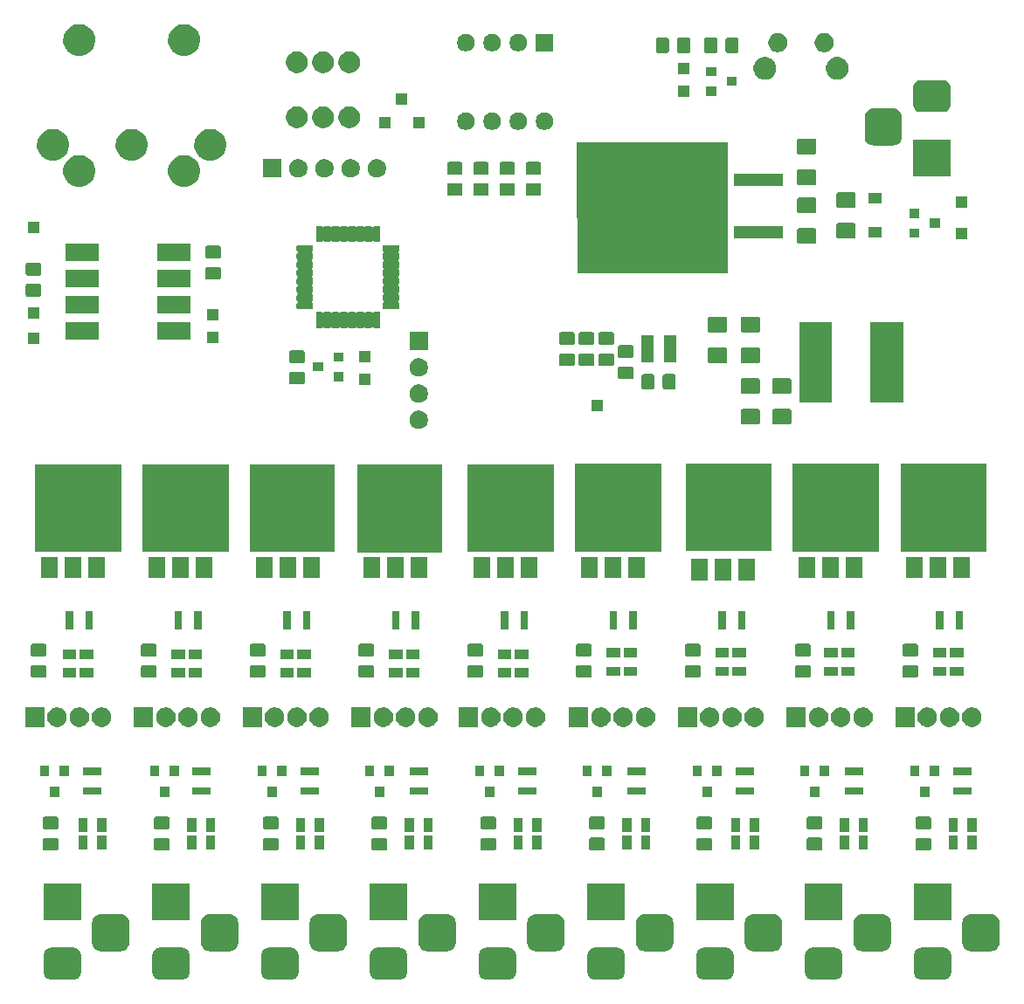
<source format=gbr>
G04 #@! TF.GenerationSoftware,KiCad,Pcbnew,(5.1.5-0-10_14)*
G04 #@! TF.CreationDate,2020-03-12T22:04:08+00:00*
G04 #@! TF.ProjectId,MidiLedController,4d696469-4c65-4644-936f-6e74726f6c6c,C*
G04 #@! TF.SameCoordinates,Original*
G04 #@! TF.FileFunction,Soldermask,Top*
G04 #@! TF.FilePolarity,Negative*
%FSLAX46Y46*%
G04 Gerber Fmt 4.6, Leading zero omitted, Abs format (unit mm)*
G04 Created by KiCad (PCBNEW (5.1.5-0-10_14)) date 2020-03-12 22:04:08*
%MOMM*%
%LPD*%
G04 APERTURE LIST*
%ADD10C,0.100000*%
G04 APERTURE END LIST*
D10*
G36*
X186138979Y-134003293D02*
G01*
X186272625Y-134043834D01*
X186395784Y-134109664D01*
X186503740Y-134198260D01*
X186592336Y-134306216D01*
X186658166Y-134429375D01*
X186698707Y-134563021D01*
X186713000Y-134708140D01*
X186713000Y-136371860D01*
X186698707Y-136516979D01*
X186658166Y-136650625D01*
X186592336Y-136773784D01*
X186503740Y-136881740D01*
X186395784Y-136970336D01*
X186272625Y-137036166D01*
X186138979Y-137076707D01*
X185993860Y-137091000D01*
X183830140Y-137091000D01*
X183685021Y-137076707D01*
X183551375Y-137036166D01*
X183428216Y-136970336D01*
X183320260Y-136881740D01*
X183231664Y-136773784D01*
X183165834Y-136650625D01*
X183125293Y-136516979D01*
X183111000Y-136371860D01*
X183111000Y-134708140D01*
X183125293Y-134563021D01*
X183165834Y-134429375D01*
X183231664Y-134306216D01*
X183320260Y-134198260D01*
X183428216Y-134109664D01*
X183551375Y-134043834D01*
X183685021Y-134003293D01*
X183830140Y-133989000D01*
X185993860Y-133989000D01*
X186138979Y-134003293D01*
G37*
G36*
X175597979Y-134003293D02*
G01*
X175731625Y-134043834D01*
X175854784Y-134109664D01*
X175962740Y-134198260D01*
X176051336Y-134306216D01*
X176117166Y-134429375D01*
X176157707Y-134563021D01*
X176172000Y-134708140D01*
X176172000Y-136371860D01*
X176157707Y-136516979D01*
X176117166Y-136650625D01*
X176051336Y-136773784D01*
X175962740Y-136881740D01*
X175854784Y-136970336D01*
X175731625Y-137036166D01*
X175597979Y-137076707D01*
X175452860Y-137091000D01*
X173289140Y-137091000D01*
X173144021Y-137076707D01*
X173010375Y-137036166D01*
X172887216Y-136970336D01*
X172779260Y-136881740D01*
X172690664Y-136773784D01*
X172624834Y-136650625D01*
X172584293Y-136516979D01*
X172570000Y-136371860D01*
X172570000Y-134708140D01*
X172584293Y-134563021D01*
X172624834Y-134429375D01*
X172690664Y-134306216D01*
X172779260Y-134198260D01*
X172887216Y-134109664D01*
X173010375Y-134043834D01*
X173144021Y-134003293D01*
X173289140Y-133989000D01*
X175452860Y-133989000D01*
X175597979Y-134003293D01*
G37*
G36*
X165056979Y-134003293D02*
G01*
X165190625Y-134043834D01*
X165313784Y-134109664D01*
X165421740Y-134198260D01*
X165510336Y-134306216D01*
X165576166Y-134429375D01*
X165616707Y-134563021D01*
X165631000Y-134708140D01*
X165631000Y-136371860D01*
X165616707Y-136516979D01*
X165576166Y-136650625D01*
X165510336Y-136773784D01*
X165421740Y-136881740D01*
X165313784Y-136970336D01*
X165190625Y-137036166D01*
X165056979Y-137076707D01*
X164911860Y-137091000D01*
X162748140Y-137091000D01*
X162603021Y-137076707D01*
X162469375Y-137036166D01*
X162346216Y-136970336D01*
X162238260Y-136881740D01*
X162149664Y-136773784D01*
X162083834Y-136650625D01*
X162043293Y-136516979D01*
X162029000Y-136371860D01*
X162029000Y-134708140D01*
X162043293Y-134563021D01*
X162083834Y-134429375D01*
X162149664Y-134306216D01*
X162238260Y-134198260D01*
X162346216Y-134109664D01*
X162469375Y-134043834D01*
X162603021Y-134003293D01*
X162748140Y-133989000D01*
X164911860Y-133989000D01*
X165056979Y-134003293D01*
G37*
G36*
X154515979Y-134003293D02*
G01*
X154649625Y-134043834D01*
X154772784Y-134109664D01*
X154880740Y-134198260D01*
X154969336Y-134306216D01*
X155035166Y-134429375D01*
X155075707Y-134563021D01*
X155090000Y-134708140D01*
X155090000Y-136371860D01*
X155075707Y-136516979D01*
X155035166Y-136650625D01*
X154969336Y-136773784D01*
X154880740Y-136881740D01*
X154772784Y-136970336D01*
X154649625Y-137036166D01*
X154515979Y-137076707D01*
X154370860Y-137091000D01*
X152207140Y-137091000D01*
X152062021Y-137076707D01*
X151928375Y-137036166D01*
X151805216Y-136970336D01*
X151697260Y-136881740D01*
X151608664Y-136773784D01*
X151542834Y-136650625D01*
X151502293Y-136516979D01*
X151488000Y-136371860D01*
X151488000Y-134708140D01*
X151502293Y-134563021D01*
X151542834Y-134429375D01*
X151608664Y-134306216D01*
X151697260Y-134198260D01*
X151805216Y-134109664D01*
X151928375Y-134043834D01*
X152062021Y-134003293D01*
X152207140Y-133989000D01*
X154370860Y-133989000D01*
X154515979Y-134003293D01*
G37*
G36*
X143974979Y-134003293D02*
G01*
X144108625Y-134043834D01*
X144231784Y-134109664D01*
X144339740Y-134198260D01*
X144428336Y-134306216D01*
X144494166Y-134429375D01*
X144534707Y-134563021D01*
X144549000Y-134708140D01*
X144549000Y-136371860D01*
X144534707Y-136516979D01*
X144494166Y-136650625D01*
X144428336Y-136773784D01*
X144339740Y-136881740D01*
X144231784Y-136970336D01*
X144108625Y-137036166D01*
X143974979Y-137076707D01*
X143829860Y-137091000D01*
X141666140Y-137091000D01*
X141521021Y-137076707D01*
X141387375Y-137036166D01*
X141264216Y-136970336D01*
X141156260Y-136881740D01*
X141067664Y-136773784D01*
X141001834Y-136650625D01*
X140961293Y-136516979D01*
X140947000Y-136371860D01*
X140947000Y-134708140D01*
X140961293Y-134563021D01*
X141001834Y-134429375D01*
X141067664Y-134306216D01*
X141156260Y-134198260D01*
X141264216Y-134109664D01*
X141387375Y-134043834D01*
X141521021Y-134003293D01*
X141666140Y-133989000D01*
X143829860Y-133989000D01*
X143974979Y-134003293D01*
G37*
G36*
X133433979Y-134003293D02*
G01*
X133567625Y-134043834D01*
X133690784Y-134109664D01*
X133798740Y-134198260D01*
X133887336Y-134306216D01*
X133953166Y-134429375D01*
X133993707Y-134563021D01*
X134008000Y-134708140D01*
X134008000Y-136371860D01*
X133993707Y-136516979D01*
X133953166Y-136650625D01*
X133887336Y-136773784D01*
X133798740Y-136881740D01*
X133690784Y-136970336D01*
X133567625Y-137036166D01*
X133433979Y-137076707D01*
X133288860Y-137091000D01*
X131125140Y-137091000D01*
X130980021Y-137076707D01*
X130846375Y-137036166D01*
X130723216Y-136970336D01*
X130615260Y-136881740D01*
X130526664Y-136773784D01*
X130460834Y-136650625D01*
X130420293Y-136516979D01*
X130406000Y-136371860D01*
X130406000Y-134708140D01*
X130420293Y-134563021D01*
X130460834Y-134429375D01*
X130526664Y-134306216D01*
X130615260Y-134198260D01*
X130723216Y-134109664D01*
X130846375Y-134043834D01*
X130980021Y-134003293D01*
X131125140Y-133989000D01*
X133288860Y-133989000D01*
X133433979Y-134003293D01*
G37*
G36*
X122892979Y-134003293D02*
G01*
X123026625Y-134043834D01*
X123149784Y-134109664D01*
X123257740Y-134198260D01*
X123346336Y-134306216D01*
X123412166Y-134429375D01*
X123452707Y-134563021D01*
X123467000Y-134708140D01*
X123467000Y-136371860D01*
X123452707Y-136516979D01*
X123412166Y-136650625D01*
X123346336Y-136773784D01*
X123257740Y-136881740D01*
X123149784Y-136970336D01*
X123026625Y-137036166D01*
X122892979Y-137076707D01*
X122747860Y-137091000D01*
X120584140Y-137091000D01*
X120439021Y-137076707D01*
X120305375Y-137036166D01*
X120182216Y-136970336D01*
X120074260Y-136881740D01*
X119985664Y-136773784D01*
X119919834Y-136650625D01*
X119879293Y-136516979D01*
X119865000Y-136371860D01*
X119865000Y-134708140D01*
X119879293Y-134563021D01*
X119919834Y-134429375D01*
X119985664Y-134306216D01*
X120074260Y-134198260D01*
X120182216Y-134109664D01*
X120305375Y-134043834D01*
X120439021Y-134003293D01*
X120584140Y-133989000D01*
X122747860Y-133989000D01*
X122892979Y-134003293D01*
G37*
G36*
X112351979Y-134003293D02*
G01*
X112485625Y-134043834D01*
X112608784Y-134109664D01*
X112716740Y-134198260D01*
X112805336Y-134306216D01*
X112871166Y-134429375D01*
X112911707Y-134563021D01*
X112926000Y-134708140D01*
X112926000Y-136371860D01*
X112911707Y-136516979D01*
X112871166Y-136650625D01*
X112805336Y-136773784D01*
X112716740Y-136881740D01*
X112608784Y-136970336D01*
X112485625Y-137036166D01*
X112351979Y-137076707D01*
X112206860Y-137091000D01*
X110043140Y-137091000D01*
X109898021Y-137076707D01*
X109764375Y-137036166D01*
X109641216Y-136970336D01*
X109533260Y-136881740D01*
X109444664Y-136773784D01*
X109378834Y-136650625D01*
X109338293Y-136516979D01*
X109324000Y-136371860D01*
X109324000Y-134708140D01*
X109338293Y-134563021D01*
X109378834Y-134429375D01*
X109444664Y-134306216D01*
X109533260Y-134198260D01*
X109641216Y-134109664D01*
X109764375Y-134043834D01*
X109898021Y-134003293D01*
X110043140Y-133989000D01*
X112206860Y-133989000D01*
X112351979Y-134003293D01*
G37*
G36*
X101810979Y-134003293D02*
G01*
X101944625Y-134043834D01*
X102067784Y-134109664D01*
X102175740Y-134198260D01*
X102264336Y-134306216D01*
X102330166Y-134429375D01*
X102370707Y-134563021D01*
X102385000Y-134708140D01*
X102385000Y-136371860D01*
X102370707Y-136516979D01*
X102330166Y-136650625D01*
X102264336Y-136773784D01*
X102175740Y-136881740D01*
X102067784Y-136970336D01*
X101944625Y-137036166D01*
X101810979Y-137076707D01*
X101665860Y-137091000D01*
X99502140Y-137091000D01*
X99357021Y-137076707D01*
X99223375Y-137036166D01*
X99100216Y-136970336D01*
X98992260Y-136881740D01*
X98903664Y-136773784D01*
X98837834Y-136650625D01*
X98797293Y-136516979D01*
X98783000Y-136371860D01*
X98783000Y-134708140D01*
X98797293Y-134563021D01*
X98837834Y-134429375D01*
X98903664Y-134306216D01*
X98992260Y-134198260D01*
X99100216Y-134109664D01*
X99223375Y-134043834D01*
X99357021Y-134003293D01*
X99502140Y-133989000D01*
X101665860Y-133989000D01*
X101810979Y-134003293D01*
G37*
G36*
X159115366Y-130755695D02*
G01*
X159272460Y-130803349D01*
X159417231Y-130880731D01*
X159544128Y-130984872D01*
X159648269Y-131111769D01*
X159725651Y-131256540D01*
X159773305Y-131413634D01*
X159790000Y-131583140D01*
X159790000Y-133496860D01*
X159773305Y-133666366D01*
X159725651Y-133823460D01*
X159648269Y-133968231D01*
X159544128Y-134095128D01*
X159417231Y-134199269D01*
X159272460Y-134276651D01*
X159115366Y-134324305D01*
X158945860Y-134341000D01*
X157032140Y-134341000D01*
X156862634Y-134324305D01*
X156705540Y-134276651D01*
X156560769Y-134199269D01*
X156433872Y-134095128D01*
X156329731Y-133968231D01*
X156252349Y-133823460D01*
X156204695Y-133666366D01*
X156188000Y-133496860D01*
X156188000Y-131583140D01*
X156204695Y-131413634D01*
X156252349Y-131256540D01*
X156329731Y-131111769D01*
X156433872Y-130984872D01*
X156560769Y-130880731D01*
X156705540Y-130803349D01*
X156862634Y-130755695D01*
X157032140Y-130739000D01*
X158945860Y-130739000D01*
X159115366Y-130755695D01*
G37*
G36*
X127492366Y-130755695D02*
G01*
X127649460Y-130803349D01*
X127794231Y-130880731D01*
X127921128Y-130984872D01*
X128025269Y-131111769D01*
X128102651Y-131256540D01*
X128150305Y-131413634D01*
X128167000Y-131583140D01*
X128167000Y-133496860D01*
X128150305Y-133666366D01*
X128102651Y-133823460D01*
X128025269Y-133968231D01*
X127921128Y-134095128D01*
X127794231Y-134199269D01*
X127649460Y-134276651D01*
X127492366Y-134324305D01*
X127322860Y-134341000D01*
X125409140Y-134341000D01*
X125239634Y-134324305D01*
X125082540Y-134276651D01*
X124937769Y-134199269D01*
X124810872Y-134095128D01*
X124706731Y-133968231D01*
X124629349Y-133823460D01*
X124581695Y-133666366D01*
X124565000Y-133496860D01*
X124565000Y-131583140D01*
X124581695Y-131413634D01*
X124629349Y-131256540D01*
X124706731Y-131111769D01*
X124810872Y-130984872D01*
X124937769Y-130880731D01*
X125082540Y-130803349D01*
X125239634Y-130755695D01*
X125409140Y-130739000D01*
X127322860Y-130739000D01*
X127492366Y-130755695D01*
G37*
G36*
X190738366Y-130755695D02*
G01*
X190895460Y-130803349D01*
X191040231Y-130880731D01*
X191167128Y-130984872D01*
X191271269Y-131111769D01*
X191348651Y-131256540D01*
X191396305Y-131413634D01*
X191413000Y-131583140D01*
X191413000Y-133496860D01*
X191396305Y-133666366D01*
X191348651Y-133823460D01*
X191271269Y-133968231D01*
X191167128Y-134095128D01*
X191040231Y-134199269D01*
X190895460Y-134276651D01*
X190738366Y-134324305D01*
X190568860Y-134341000D01*
X188655140Y-134341000D01*
X188485634Y-134324305D01*
X188328540Y-134276651D01*
X188183769Y-134199269D01*
X188056872Y-134095128D01*
X187952731Y-133968231D01*
X187875349Y-133823460D01*
X187827695Y-133666366D01*
X187811000Y-133496860D01*
X187811000Y-131583140D01*
X187827695Y-131413634D01*
X187875349Y-131256540D01*
X187952731Y-131111769D01*
X188056872Y-130984872D01*
X188183769Y-130880731D01*
X188328540Y-130803349D01*
X188485634Y-130755695D01*
X188655140Y-130739000D01*
X190568860Y-130739000D01*
X190738366Y-130755695D01*
G37*
G36*
X106410366Y-130755695D02*
G01*
X106567460Y-130803349D01*
X106712231Y-130880731D01*
X106839128Y-130984872D01*
X106943269Y-131111769D01*
X107020651Y-131256540D01*
X107068305Y-131413634D01*
X107085000Y-131583140D01*
X107085000Y-133496860D01*
X107068305Y-133666366D01*
X107020651Y-133823460D01*
X106943269Y-133968231D01*
X106839128Y-134095128D01*
X106712231Y-134199269D01*
X106567460Y-134276651D01*
X106410366Y-134324305D01*
X106240860Y-134341000D01*
X104327140Y-134341000D01*
X104157634Y-134324305D01*
X104000540Y-134276651D01*
X103855769Y-134199269D01*
X103728872Y-134095128D01*
X103624731Y-133968231D01*
X103547349Y-133823460D01*
X103499695Y-133666366D01*
X103483000Y-133496860D01*
X103483000Y-131583140D01*
X103499695Y-131413634D01*
X103547349Y-131256540D01*
X103624731Y-131111769D01*
X103728872Y-130984872D01*
X103855769Y-130880731D01*
X104000540Y-130803349D01*
X104157634Y-130755695D01*
X104327140Y-130739000D01*
X106240860Y-130739000D01*
X106410366Y-130755695D01*
G37*
G36*
X180197366Y-130755695D02*
G01*
X180354460Y-130803349D01*
X180499231Y-130880731D01*
X180626128Y-130984872D01*
X180730269Y-131111769D01*
X180807651Y-131256540D01*
X180855305Y-131413634D01*
X180872000Y-131583140D01*
X180872000Y-133496860D01*
X180855305Y-133666366D01*
X180807651Y-133823460D01*
X180730269Y-133968231D01*
X180626128Y-134095128D01*
X180499231Y-134199269D01*
X180354460Y-134276651D01*
X180197366Y-134324305D01*
X180027860Y-134341000D01*
X178114140Y-134341000D01*
X177944634Y-134324305D01*
X177787540Y-134276651D01*
X177642769Y-134199269D01*
X177515872Y-134095128D01*
X177411731Y-133968231D01*
X177334349Y-133823460D01*
X177286695Y-133666366D01*
X177270000Y-133496860D01*
X177270000Y-131583140D01*
X177286695Y-131413634D01*
X177334349Y-131256540D01*
X177411731Y-131111769D01*
X177515872Y-130984872D01*
X177642769Y-130880731D01*
X177787540Y-130803349D01*
X177944634Y-130755695D01*
X178114140Y-130739000D01*
X180027860Y-130739000D01*
X180197366Y-130755695D01*
G37*
G36*
X116951366Y-130755695D02*
G01*
X117108460Y-130803349D01*
X117253231Y-130880731D01*
X117380128Y-130984872D01*
X117484269Y-131111769D01*
X117561651Y-131256540D01*
X117609305Y-131413634D01*
X117626000Y-131583140D01*
X117626000Y-133496860D01*
X117609305Y-133666366D01*
X117561651Y-133823460D01*
X117484269Y-133968231D01*
X117380128Y-134095128D01*
X117253231Y-134199269D01*
X117108460Y-134276651D01*
X116951366Y-134324305D01*
X116781860Y-134341000D01*
X114868140Y-134341000D01*
X114698634Y-134324305D01*
X114541540Y-134276651D01*
X114396769Y-134199269D01*
X114269872Y-134095128D01*
X114165731Y-133968231D01*
X114088349Y-133823460D01*
X114040695Y-133666366D01*
X114024000Y-133496860D01*
X114024000Y-131583140D01*
X114040695Y-131413634D01*
X114088349Y-131256540D01*
X114165731Y-131111769D01*
X114269872Y-130984872D01*
X114396769Y-130880731D01*
X114541540Y-130803349D01*
X114698634Y-130755695D01*
X114868140Y-130739000D01*
X116781860Y-130739000D01*
X116951366Y-130755695D01*
G37*
G36*
X169656366Y-130755695D02*
G01*
X169813460Y-130803349D01*
X169958231Y-130880731D01*
X170085128Y-130984872D01*
X170189269Y-131111769D01*
X170266651Y-131256540D01*
X170314305Y-131413634D01*
X170331000Y-131583140D01*
X170331000Y-133496860D01*
X170314305Y-133666366D01*
X170266651Y-133823460D01*
X170189269Y-133968231D01*
X170085128Y-134095128D01*
X169958231Y-134199269D01*
X169813460Y-134276651D01*
X169656366Y-134324305D01*
X169486860Y-134341000D01*
X167573140Y-134341000D01*
X167403634Y-134324305D01*
X167246540Y-134276651D01*
X167101769Y-134199269D01*
X166974872Y-134095128D01*
X166870731Y-133968231D01*
X166793349Y-133823460D01*
X166745695Y-133666366D01*
X166729000Y-133496860D01*
X166729000Y-131583140D01*
X166745695Y-131413634D01*
X166793349Y-131256540D01*
X166870731Y-131111769D01*
X166974872Y-130984872D01*
X167101769Y-130880731D01*
X167246540Y-130803349D01*
X167403634Y-130755695D01*
X167573140Y-130739000D01*
X169486860Y-130739000D01*
X169656366Y-130755695D01*
G37*
G36*
X138033366Y-130755695D02*
G01*
X138190460Y-130803349D01*
X138335231Y-130880731D01*
X138462128Y-130984872D01*
X138566269Y-131111769D01*
X138643651Y-131256540D01*
X138691305Y-131413634D01*
X138708000Y-131583140D01*
X138708000Y-133496860D01*
X138691305Y-133666366D01*
X138643651Y-133823460D01*
X138566269Y-133968231D01*
X138462128Y-134095128D01*
X138335231Y-134199269D01*
X138190460Y-134276651D01*
X138033366Y-134324305D01*
X137863860Y-134341000D01*
X135950140Y-134341000D01*
X135780634Y-134324305D01*
X135623540Y-134276651D01*
X135478769Y-134199269D01*
X135351872Y-134095128D01*
X135247731Y-133968231D01*
X135170349Y-133823460D01*
X135122695Y-133666366D01*
X135106000Y-133496860D01*
X135106000Y-131583140D01*
X135122695Y-131413634D01*
X135170349Y-131256540D01*
X135247731Y-131111769D01*
X135351872Y-130984872D01*
X135478769Y-130880731D01*
X135623540Y-130803349D01*
X135780634Y-130755695D01*
X135950140Y-130739000D01*
X137863860Y-130739000D01*
X138033366Y-130755695D01*
G37*
G36*
X148574366Y-130755695D02*
G01*
X148731460Y-130803349D01*
X148876231Y-130880731D01*
X149003128Y-130984872D01*
X149107269Y-131111769D01*
X149184651Y-131256540D01*
X149232305Y-131413634D01*
X149249000Y-131583140D01*
X149249000Y-133496860D01*
X149232305Y-133666366D01*
X149184651Y-133823460D01*
X149107269Y-133968231D01*
X149003128Y-134095128D01*
X148876231Y-134199269D01*
X148731460Y-134276651D01*
X148574366Y-134324305D01*
X148404860Y-134341000D01*
X146491140Y-134341000D01*
X146321634Y-134324305D01*
X146164540Y-134276651D01*
X146019769Y-134199269D01*
X145892872Y-134095128D01*
X145788731Y-133968231D01*
X145711349Y-133823460D01*
X145663695Y-133666366D01*
X145647000Y-133496860D01*
X145647000Y-131583140D01*
X145663695Y-131413634D01*
X145711349Y-131256540D01*
X145788731Y-131111769D01*
X145892872Y-130984872D01*
X146019769Y-130880731D01*
X146164540Y-130803349D01*
X146321634Y-130755695D01*
X146491140Y-130739000D01*
X148404860Y-130739000D01*
X148574366Y-130755695D01*
G37*
G36*
X176172000Y-131341000D02*
G01*
X172570000Y-131341000D01*
X172570000Y-127739000D01*
X176172000Y-127739000D01*
X176172000Y-131341000D01*
G37*
G36*
X112926000Y-131341000D02*
G01*
X109324000Y-131341000D01*
X109324000Y-127739000D01*
X112926000Y-127739000D01*
X112926000Y-131341000D01*
G37*
G36*
X186713000Y-131341000D02*
G01*
X183111000Y-131341000D01*
X183111000Y-127739000D01*
X186713000Y-127739000D01*
X186713000Y-131341000D01*
G37*
G36*
X165631000Y-131341000D02*
G01*
X162029000Y-131341000D01*
X162029000Y-127739000D01*
X165631000Y-127739000D01*
X165631000Y-131341000D01*
G37*
G36*
X155090000Y-131341000D02*
G01*
X151488000Y-131341000D01*
X151488000Y-127739000D01*
X155090000Y-127739000D01*
X155090000Y-131341000D01*
G37*
G36*
X144549000Y-131341000D02*
G01*
X140947000Y-131341000D01*
X140947000Y-127739000D01*
X144549000Y-127739000D01*
X144549000Y-131341000D01*
G37*
G36*
X102385000Y-131341000D02*
G01*
X98783000Y-131341000D01*
X98783000Y-127739000D01*
X102385000Y-127739000D01*
X102385000Y-131341000D01*
G37*
G36*
X134008000Y-131341000D02*
G01*
X130406000Y-131341000D01*
X130406000Y-127739000D01*
X134008000Y-127739000D01*
X134008000Y-131341000D01*
G37*
G36*
X123467000Y-131341000D02*
G01*
X119865000Y-131341000D01*
X119865000Y-127739000D01*
X123467000Y-127739000D01*
X123467000Y-131341000D01*
G37*
G36*
X184611674Y-123339465D02*
G01*
X184649367Y-123350899D01*
X184684103Y-123369466D01*
X184714548Y-123394452D01*
X184739534Y-123424897D01*
X184758101Y-123459633D01*
X184769535Y-123497326D01*
X184774000Y-123542661D01*
X184774000Y-124379339D01*
X184769535Y-124424674D01*
X184758101Y-124462367D01*
X184739534Y-124497103D01*
X184714548Y-124527548D01*
X184684103Y-124552534D01*
X184649367Y-124571101D01*
X184611674Y-124582535D01*
X184566339Y-124587000D01*
X183479661Y-124587000D01*
X183434326Y-124582535D01*
X183396633Y-124571101D01*
X183361897Y-124552534D01*
X183331452Y-124527548D01*
X183306466Y-124497103D01*
X183287899Y-124462367D01*
X183276465Y-124424674D01*
X183272000Y-124379339D01*
X183272000Y-123542661D01*
X183276465Y-123497326D01*
X183287899Y-123459633D01*
X183306466Y-123424897D01*
X183331452Y-123394452D01*
X183361897Y-123369466D01*
X183396633Y-123350899D01*
X183434326Y-123339465D01*
X183479661Y-123335000D01*
X184566339Y-123335000D01*
X184611674Y-123339465D01*
G37*
G36*
X100029674Y-123339465D02*
G01*
X100067367Y-123350899D01*
X100102103Y-123369466D01*
X100132548Y-123394452D01*
X100157534Y-123424897D01*
X100176101Y-123459633D01*
X100187535Y-123497326D01*
X100192000Y-123542661D01*
X100192000Y-124379339D01*
X100187535Y-124424674D01*
X100176101Y-124462367D01*
X100157534Y-124497103D01*
X100132548Y-124527548D01*
X100102103Y-124552534D01*
X100067367Y-124571101D01*
X100029674Y-124582535D01*
X99984339Y-124587000D01*
X98897661Y-124587000D01*
X98852326Y-124582535D01*
X98814633Y-124571101D01*
X98779897Y-124552534D01*
X98749452Y-124527548D01*
X98724466Y-124497103D01*
X98705899Y-124462367D01*
X98694465Y-124424674D01*
X98690000Y-124379339D01*
X98690000Y-123542661D01*
X98694465Y-123497326D01*
X98705899Y-123459633D01*
X98724466Y-123424897D01*
X98749452Y-123394452D01*
X98779897Y-123369466D01*
X98814633Y-123350899D01*
X98852326Y-123339465D01*
X98897661Y-123335000D01*
X99984339Y-123335000D01*
X100029674Y-123339465D01*
G37*
G36*
X163402674Y-123339465D02*
G01*
X163440367Y-123350899D01*
X163475103Y-123369466D01*
X163505548Y-123394452D01*
X163530534Y-123424897D01*
X163549101Y-123459633D01*
X163560535Y-123497326D01*
X163565000Y-123542661D01*
X163565000Y-124379339D01*
X163560535Y-124424674D01*
X163549101Y-124462367D01*
X163530534Y-124497103D01*
X163505548Y-124527548D01*
X163475103Y-124552534D01*
X163440367Y-124571101D01*
X163402674Y-124582535D01*
X163357339Y-124587000D01*
X162270661Y-124587000D01*
X162225326Y-124582535D01*
X162187633Y-124571101D01*
X162152897Y-124552534D01*
X162122452Y-124527548D01*
X162097466Y-124497103D01*
X162078899Y-124462367D01*
X162067465Y-124424674D01*
X162063000Y-124379339D01*
X162063000Y-123542661D01*
X162067465Y-123497326D01*
X162078899Y-123459633D01*
X162097466Y-123424897D01*
X162122452Y-123394452D01*
X162152897Y-123369466D01*
X162187633Y-123350899D01*
X162225326Y-123339465D01*
X162270661Y-123335000D01*
X163357339Y-123335000D01*
X163402674Y-123339465D01*
G37*
G36*
X110824674Y-123339465D02*
G01*
X110862367Y-123350899D01*
X110897103Y-123369466D01*
X110927548Y-123394452D01*
X110952534Y-123424897D01*
X110971101Y-123459633D01*
X110982535Y-123497326D01*
X110987000Y-123542661D01*
X110987000Y-124379339D01*
X110982535Y-124424674D01*
X110971101Y-124462367D01*
X110952534Y-124497103D01*
X110927548Y-124527548D01*
X110897103Y-124552534D01*
X110862367Y-124571101D01*
X110824674Y-124582535D01*
X110779339Y-124587000D01*
X109692661Y-124587000D01*
X109647326Y-124582535D01*
X109609633Y-124571101D01*
X109574897Y-124552534D01*
X109544452Y-124527548D01*
X109519466Y-124497103D01*
X109500899Y-124462367D01*
X109489465Y-124424674D01*
X109485000Y-124379339D01*
X109485000Y-123542661D01*
X109489465Y-123497326D01*
X109500899Y-123459633D01*
X109519466Y-123424897D01*
X109544452Y-123394452D01*
X109574897Y-123369466D01*
X109609633Y-123350899D01*
X109647326Y-123339465D01*
X109692661Y-123335000D01*
X110779339Y-123335000D01*
X110824674Y-123339465D01*
G37*
G36*
X142447674Y-123339465D02*
G01*
X142485367Y-123350899D01*
X142520103Y-123369466D01*
X142550548Y-123394452D01*
X142575534Y-123424897D01*
X142594101Y-123459633D01*
X142605535Y-123497326D01*
X142610000Y-123542661D01*
X142610000Y-124379339D01*
X142605535Y-124424674D01*
X142594101Y-124462367D01*
X142575534Y-124497103D01*
X142550548Y-124527548D01*
X142520103Y-124552534D01*
X142485367Y-124571101D01*
X142447674Y-124582535D01*
X142402339Y-124587000D01*
X141315661Y-124587000D01*
X141270326Y-124582535D01*
X141232633Y-124571101D01*
X141197897Y-124552534D01*
X141167452Y-124527548D01*
X141142466Y-124497103D01*
X141123899Y-124462367D01*
X141112465Y-124424674D01*
X141108000Y-124379339D01*
X141108000Y-123542661D01*
X141112465Y-123497326D01*
X141123899Y-123459633D01*
X141142466Y-123424897D01*
X141167452Y-123394452D01*
X141197897Y-123369466D01*
X141232633Y-123350899D01*
X141270326Y-123339465D01*
X141315661Y-123335000D01*
X142402339Y-123335000D01*
X142447674Y-123339465D01*
G37*
G36*
X121365674Y-123339465D02*
G01*
X121403367Y-123350899D01*
X121438103Y-123369466D01*
X121468548Y-123394452D01*
X121493534Y-123424897D01*
X121512101Y-123459633D01*
X121523535Y-123497326D01*
X121528000Y-123542661D01*
X121528000Y-124379339D01*
X121523535Y-124424674D01*
X121512101Y-124462367D01*
X121493534Y-124497103D01*
X121468548Y-124527548D01*
X121438103Y-124552534D01*
X121403367Y-124571101D01*
X121365674Y-124582535D01*
X121320339Y-124587000D01*
X120233661Y-124587000D01*
X120188326Y-124582535D01*
X120150633Y-124571101D01*
X120115897Y-124552534D01*
X120085452Y-124527548D01*
X120060466Y-124497103D01*
X120041899Y-124462367D01*
X120030465Y-124424674D01*
X120026000Y-124379339D01*
X120026000Y-123542661D01*
X120030465Y-123497326D01*
X120041899Y-123459633D01*
X120060466Y-123424897D01*
X120085452Y-123394452D01*
X120115897Y-123369466D01*
X120150633Y-123350899D01*
X120188326Y-123339465D01*
X120233661Y-123335000D01*
X121320339Y-123335000D01*
X121365674Y-123339465D01*
G37*
G36*
X131906674Y-123339465D02*
G01*
X131944367Y-123350899D01*
X131979103Y-123369466D01*
X132009548Y-123394452D01*
X132034534Y-123424897D01*
X132053101Y-123459633D01*
X132064535Y-123497326D01*
X132069000Y-123542661D01*
X132069000Y-124379339D01*
X132064535Y-124424674D01*
X132053101Y-124462367D01*
X132034534Y-124497103D01*
X132009548Y-124527548D01*
X131979103Y-124552534D01*
X131944367Y-124571101D01*
X131906674Y-124582535D01*
X131861339Y-124587000D01*
X130774661Y-124587000D01*
X130729326Y-124582535D01*
X130691633Y-124571101D01*
X130656897Y-124552534D01*
X130626452Y-124527548D01*
X130601466Y-124497103D01*
X130582899Y-124462367D01*
X130571465Y-124424674D01*
X130567000Y-124379339D01*
X130567000Y-123542661D01*
X130571465Y-123497326D01*
X130582899Y-123459633D01*
X130601466Y-123424897D01*
X130626452Y-123394452D01*
X130656897Y-123369466D01*
X130691633Y-123350899D01*
X130729326Y-123339465D01*
X130774661Y-123335000D01*
X131861339Y-123335000D01*
X131906674Y-123339465D01*
G37*
G36*
X152988674Y-123330465D02*
G01*
X153026367Y-123341899D01*
X153061103Y-123360466D01*
X153091548Y-123385452D01*
X153116534Y-123415897D01*
X153135101Y-123450633D01*
X153146535Y-123488326D01*
X153151000Y-123533661D01*
X153151000Y-124370339D01*
X153146535Y-124415674D01*
X153135101Y-124453367D01*
X153116534Y-124488103D01*
X153091548Y-124518548D01*
X153061103Y-124543534D01*
X153026367Y-124562101D01*
X152988674Y-124573535D01*
X152943339Y-124578000D01*
X151856661Y-124578000D01*
X151811326Y-124573535D01*
X151773633Y-124562101D01*
X151738897Y-124543534D01*
X151708452Y-124518548D01*
X151683466Y-124488103D01*
X151664899Y-124453367D01*
X151653465Y-124415674D01*
X151649000Y-124370339D01*
X151649000Y-123533661D01*
X151653465Y-123488326D01*
X151664899Y-123450633D01*
X151683466Y-123415897D01*
X151708452Y-123385452D01*
X151738897Y-123360466D01*
X151773633Y-123341899D01*
X151811326Y-123330465D01*
X151856661Y-123326000D01*
X152943339Y-123326000D01*
X152988674Y-123330465D01*
G37*
G36*
X174070674Y-123330465D02*
G01*
X174108367Y-123341899D01*
X174143103Y-123360466D01*
X174173548Y-123385452D01*
X174198534Y-123415897D01*
X174217101Y-123450633D01*
X174228535Y-123488326D01*
X174233000Y-123533661D01*
X174233000Y-124370339D01*
X174228535Y-124415674D01*
X174217101Y-124453367D01*
X174198534Y-124488103D01*
X174173548Y-124518548D01*
X174143103Y-124543534D01*
X174108367Y-124562101D01*
X174070674Y-124573535D01*
X174025339Y-124578000D01*
X172938661Y-124578000D01*
X172893326Y-124573535D01*
X172855633Y-124562101D01*
X172820897Y-124543534D01*
X172790452Y-124518548D01*
X172765466Y-124488103D01*
X172746899Y-124453367D01*
X172735465Y-124415674D01*
X172731000Y-124370339D01*
X172731000Y-123533661D01*
X172735465Y-123488326D01*
X172746899Y-123450633D01*
X172765466Y-123415897D01*
X172790452Y-123385452D01*
X172820897Y-123360466D01*
X172855633Y-123341899D01*
X172893326Y-123330465D01*
X172938661Y-123326000D01*
X174025339Y-123326000D01*
X174070674Y-123330465D01*
G37*
G36*
X187384000Y-124437000D02*
G01*
X186482000Y-124437000D01*
X186482000Y-123085000D01*
X187384000Y-123085000D01*
X187384000Y-124437000D01*
G37*
G36*
X189184000Y-124437000D02*
G01*
X188282000Y-124437000D01*
X188282000Y-123085000D01*
X189184000Y-123085000D01*
X189184000Y-124437000D01*
G37*
G36*
X147020000Y-124437000D02*
G01*
X146118000Y-124437000D01*
X146118000Y-123085000D01*
X147020000Y-123085000D01*
X147020000Y-124437000D01*
G37*
G36*
X134679000Y-124437000D02*
G01*
X133777000Y-124437000D01*
X133777000Y-123085000D01*
X134679000Y-123085000D01*
X134679000Y-124437000D01*
G37*
G36*
X178643000Y-124437000D02*
G01*
X177741000Y-124437000D01*
X177741000Y-123085000D01*
X178643000Y-123085000D01*
X178643000Y-124437000D01*
G37*
G36*
X145220000Y-124437000D02*
G01*
X144318000Y-124437000D01*
X144318000Y-123085000D01*
X145220000Y-123085000D01*
X145220000Y-124437000D01*
G37*
G36*
X103056000Y-124437000D02*
G01*
X102154000Y-124437000D01*
X102154000Y-123085000D01*
X103056000Y-123085000D01*
X103056000Y-124437000D01*
G37*
G36*
X136479000Y-124437000D02*
G01*
X135577000Y-124437000D01*
X135577000Y-123085000D01*
X136479000Y-123085000D01*
X136479000Y-124437000D01*
G37*
G36*
X124138000Y-124437000D02*
G01*
X123236000Y-124437000D01*
X123236000Y-123085000D01*
X124138000Y-123085000D01*
X124138000Y-124437000D01*
G37*
G36*
X176843000Y-124437000D02*
G01*
X175941000Y-124437000D01*
X175941000Y-123085000D01*
X176843000Y-123085000D01*
X176843000Y-124437000D01*
G37*
G36*
X157561000Y-124437000D02*
G01*
X156659000Y-124437000D01*
X156659000Y-123085000D01*
X157561000Y-123085000D01*
X157561000Y-124437000D01*
G37*
G36*
X104856000Y-124437000D02*
G01*
X103954000Y-124437000D01*
X103954000Y-123085000D01*
X104856000Y-123085000D01*
X104856000Y-124437000D01*
G37*
G36*
X113597000Y-124437000D02*
G01*
X112695000Y-124437000D01*
X112695000Y-123085000D01*
X113597000Y-123085000D01*
X113597000Y-124437000D01*
G37*
G36*
X155761000Y-124437000D02*
G01*
X154859000Y-124437000D01*
X154859000Y-123085000D01*
X155761000Y-123085000D01*
X155761000Y-124437000D01*
G37*
G36*
X168102000Y-124437000D02*
G01*
X167200000Y-124437000D01*
X167200000Y-123085000D01*
X168102000Y-123085000D01*
X168102000Y-124437000D01*
G37*
G36*
X125938000Y-124437000D02*
G01*
X125036000Y-124437000D01*
X125036000Y-123085000D01*
X125938000Y-123085000D01*
X125938000Y-124437000D01*
G37*
G36*
X166302000Y-124437000D02*
G01*
X165400000Y-124437000D01*
X165400000Y-123085000D01*
X166302000Y-123085000D01*
X166302000Y-124437000D01*
G37*
G36*
X115397000Y-124437000D02*
G01*
X114495000Y-124437000D01*
X114495000Y-123085000D01*
X115397000Y-123085000D01*
X115397000Y-124437000D01*
G37*
G36*
X115397000Y-122787000D02*
G01*
X114495000Y-122787000D01*
X114495000Y-121435000D01*
X115397000Y-121435000D01*
X115397000Y-122787000D01*
G37*
G36*
X103056000Y-122787000D02*
G01*
X102154000Y-122787000D01*
X102154000Y-121435000D01*
X103056000Y-121435000D01*
X103056000Y-122787000D01*
G37*
G36*
X104856000Y-122787000D02*
G01*
X103954000Y-122787000D01*
X103954000Y-121435000D01*
X104856000Y-121435000D01*
X104856000Y-122787000D01*
G37*
G36*
X189184000Y-122787000D02*
G01*
X188282000Y-122787000D01*
X188282000Y-121435000D01*
X189184000Y-121435000D01*
X189184000Y-122787000D01*
G37*
G36*
X113597000Y-122787000D02*
G01*
X112695000Y-122787000D01*
X112695000Y-121435000D01*
X113597000Y-121435000D01*
X113597000Y-122787000D01*
G37*
G36*
X187384000Y-122787000D02*
G01*
X186482000Y-122787000D01*
X186482000Y-121435000D01*
X187384000Y-121435000D01*
X187384000Y-122787000D01*
G37*
G36*
X178643000Y-122787000D02*
G01*
X177741000Y-122787000D01*
X177741000Y-121435000D01*
X178643000Y-121435000D01*
X178643000Y-122787000D01*
G37*
G36*
X125938000Y-122787000D02*
G01*
X125036000Y-122787000D01*
X125036000Y-121435000D01*
X125938000Y-121435000D01*
X125938000Y-122787000D01*
G37*
G36*
X176843000Y-122787000D02*
G01*
X175941000Y-122787000D01*
X175941000Y-121435000D01*
X176843000Y-121435000D01*
X176843000Y-122787000D01*
G37*
G36*
X168102000Y-122787000D02*
G01*
X167200000Y-122787000D01*
X167200000Y-121435000D01*
X168102000Y-121435000D01*
X168102000Y-122787000D01*
G37*
G36*
X124138000Y-122787000D02*
G01*
X123236000Y-122787000D01*
X123236000Y-121435000D01*
X124138000Y-121435000D01*
X124138000Y-122787000D01*
G37*
G36*
X166302000Y-122787000D02*
G01*
X165400000Y-122787000D01*
X165400000Y-121435000D01*
X166302000Y-121435000D01*
X166302000Y-122787000D01*
G37*
G36*
X136479000Y-122787000D02*
G01*
X135577000Y-122787000D01*
X135577000Y-121435000D01*
X136479000Y-121435000D01*
X136479000Y-122787000D01*
G37*
G36*
X157561000Y-122787000D02*
G01*
X156659000Y-122787000D01*
X156659000Y-121435000D01*
X157561000Y-121435000D01*
X157561000Y-122787000D01*
G37*
G36*
X155761000Y-122787000D02*
G01*
X154859000Y-122787000D01*
X154859000Y-121435000D01*
X155761000Y-121435000D01*
X155761000Y-122787000D01*
G37*
G36*
X147020000Y-122787000D02*
G01*
X146118000Y-122787000D01*
X146118000Y-121435000D01*
X147020000Y-121435000D01*
X147020000Y-122787000D01*
G37*
G36*
X134679000Y-122787000D02*
G01*
X133777000Y-122787000D01*
X133777000Y-121435000D01*
X134679000Y-121435000D01*
X134679000Y-122787000D01*
G37*
G36*
X145220000Y-122787000D02*
G01*
X144318000Y-122787000D01*
X144318000Y-121435000D01*
X145220000Y-121435000D01*
X145220000Y-122787000D01*
G37*
G36*
X100029674Y-121289465D02*
G01*
X100067367Y-121300899D01*
X100102103Y-121319466D01*
X100132548Y-121344452D01*
X100157534Y-121374897D01*
X100176101Y-121409633D01*
X100187535Y-121447326D01*
X100192000Y-121492661D01*
X100192000Y-122329339D01*
X100187535Y-122374674D01*
X100176101Y-122412367D01*
X100157534Y-122447103D01*
X100132548Y-122477548D01*
X100102103Y-122502534D01*
X100067367Y-122521101D01*
X100029674Y-122532535D01*
X99984339Y-122537000D01*
X98897661Y-122537000D01*
X98852326Y-122532535D01*
X98814633Y-122521101D01*
X98779897Y-122502534D01*
X98749452Y-122477548D01*
X98724466Y-122447103D01*
X98705899Y-122412367D01*
X98694465Y-122374674D01*
X98690000Y-122329339D01*
X98690000Y-121492661D01*
X98694465Y-121447326D01*
X98705899Y-121409633D01*
X98724466Y-121374897D01*
X98749452Y-121344452D01*
X98779897Y-121319466D01*
X98814633Y-121300899D01*
X98852326Y-121289465D01*
X98897661Y-121285000D01*
X99984339Y-121285000D01*
X100029674Y-121289465D01*
G37*
G36*
X184611674Y-121289465D02*
G01*
X184649367Y-121300899D01*
X184684103Y-121319466D01*
X184714548Y-121344452D01*
X184739534Y-121374897D01*
X184758101Y-121409633D01*
X184769535Y-121447326D01*
X184774000Y-121492661D01*
X184774000Y-122329339D01*
X184769535Y-122374674D01*
X184758101Y-122412367D01*
X184739534Y-122447103D01*
X184714548Y-122477548D01*
X184684103Y-122502534D01*
X184649367Y-122521101D01*
X184611674Y-122532535D01*
X184566339Y-122537000D01*
X183479661Y-122537000D01*
X183434326Y-122532535D01*
X183396633Y-122521101D01*
X183361897Y-122502534D01*
X183331452Y-122477548D01*
X183306466Y-122447103D01*
X183287899Y-122412367D01*
X183276465Y-122374674D01*
X183272000Y-122329339D01*
X183272000Y-121492661D01*
X183276465Y-121447326D01*
X183287899Y-121409633D01*
X183306466Y-121374897D01*
X183331452Y-121344452D01*
X183361897Y-121319466D01*
X183396633Y-121300899D01*
X183434326Y-121289465D01*
X183479661Y-121285000D01*
X184566339Y-121285000D01*
X184611674Y-121289465D01*
G37*
G36*
X163402674Y-121289465D02*
G01*
X163440367Y-121300899D01*
X163475103Y-121319466D01*
X163505548Y-121344452D01*
X163530534Y-121374897D01*
X163549101Y-121409633D01*
X163560535Y-121447326D01*
X163565000Y-121492661D01*
X163565000Y-122329339D01*
X163560535Y-122374674D01*
X163549101Y-122412367D01*
X163530534Y-122447103D01*
X163505548Y-122477548D01*
X163475103Y-122502534D01*
X163440367Y-122521101D01*
X163402674Y-122532535D01*
X163357339Y-122537000D01*
X162270661Y-122537000D01*
X162225326Y-122532535D01*
X162187633Y-122521101D01*
X162152897Y-122502534D01*
X162122452Y-122477548D01*
X162097466Y-122447103D01*
X162078899Y-122412367D01*
X162067465Y-122374674D01*
X162063000Y-122329339D01*
X162063000Y-121492661D01*
X162067465Y-121447326D01*
X162078899Y-121409633D01*
X162097466Y-121374897D01*
X162122452Y-121344452D01*
X162152897Y-121319466D01*
X162187633Y-121300899D01*
X162225326Y-121289465D01*
X162270661Y-121285000D01*
X163357339Y-121285000D01*
X163402674Y-121289465D01*
G37*
G36*
X142447674Y-121289465D02*
G01*
X142485367Y-121300899D01*
X142520103Y-121319466D01*
X142550548Y-121344452D01*
X142575534Y-121374897D01*
X142594101Y-121409633D01*
X142605535Y-121447326D01*
X142610000Y-121492661D01*
X142610000Y-122329339D01*
X142605535Y-122374674D01*
X142594101Y-122412367D01*
X142575534Y-122447103D01*
X142550548Y-122477548D01*
X142520103Y-122502534D01*
X142485367Y-122521101D01*
X142447674Y-122532535D01*
X142402339Y-122537000D01*
X141315661Y-122537000D01*
X141270326Y-122532535D01*
X141232633Y-122521101D01*
X141197897Y-122502534D01*
X141167452Y-122477548D01*
X141142466Y-122447103D01*
X141123899Y-122412367D01*
X141112465Y-122374674D01*
X141108000Y-122329339D01*
X141108000Y-121492661D01*
X141112465Y-121447326D01*
X141123899Y-121409633D01*
X141142466Y-121374897D01*
X141167452Y-121344452D01*
X141197897Y-121319466D01*
X141232633Y-121300899D01*
X141270326Y-121289465D01*
X141315661Y-121285000D01*
X142402339Y-121285000D01*
X142447674Y-121289465D01*
G37*
G36*
X131906674Y-121289465D02*
G01*
X131944367Y-121300899D01*
X131979103Y-121319466D01*
X132009548Y-121344452D01*
X132034534Y-121374897D01*
X132053101Y-121409633D01*
X132064535Y-121447326D01*
X132069000Y-121492661D01*
X132069000Y-122329339D01*
X132064535Y-122374674D01*
X132053101Y-122412367D01*
X132034534Y-122447103D01*
X132009548Y-122477548D01*
X131979103Y-122502534D01*
X131944367Y-122521101D01*
X131906674Y-122532535D01*
X131861339Y-122537000D01*
X130774661Y-122537000D01*
X130729326Y-122532535D01*
X130691633Y-122521101D01*
X130656897Y-122502534D01*
X130626452Y-122477548D01*
X130601466Y-122447103D01*
X130582899Y-122412367D01*
X130571465Y-122374674D01*
X130567000Y-122329339D01*
X130567000Y-121492661D01*
X130571465Y-121447326D01*
X130582899Y-121409633D01*
X130601466Y-121374897D01*
X130626452Y-121344452D01*
X130656897Y-121319466D01*
X130691633Y-121300899D01*
X130729326Y-121289465D01*
X130774661Y-121285000D01*
X131861339Y-121285000D01*
X131906674Y-121289465D01*
G37*
G36*
X121365674Y-121289465D02*
G01*
X121403367Y-121300899D01*
X121438103Y-121319466D01*
X121468548Y-121344452D01*
X121493534Y-121374897D01*
X121512101Y-121409633D01*
X121523535Y-121447326D01*
X121528000Y-121492661D01*
X121528000Y-122329339D01*
X121523535Y-122374674D01*
X121512101Y-122412367D01*
X121493534Y-122447103D01*
X121468548Y-122477548D01*
X121438103Y-122502534D01*
X121403367Y-122521101D01*
X121365674Y-122532535D01*
X121320339Y-122537000D01*
X120233661Y-122537000D01*
X120188326Y-122532535D01*
X120150633Y-122521101D01*
X120115897Y-122502534D01*
X120085452Y-122477548D01*
X120060466Y-122447103D01*
X120041899Y-122412367D01*
X120030465Y-122374674D01*
X120026000Y-122329339D01*
X120026000Y-121492661D01*
X120030465Y-121447326D01*
X120041899Y-121409633D01*
X120060466Y-121374897D01*
X120085452Y-121344452D01*
X120115897Y-121319466D01*
X120150633Y-121300899D01*
X120188326Y-121289465D01*
X120233661Y-121285000D01*
X121320339Y-121285000D01*
X121365674Y-121289465D01*
G37*
G36*
X110824674Y-121289465D02*
G01*
X110862367Y-121300899D01*
X110897103Y-121319466D01*
X110927548Y-121344452D01*
X110952534Y-121374897D01*
X110971101Y-121409633D01*
X110982535Y-121447326D01*
X110987000Y-121492661D01*
X110987000Y-122329339D01*
X110982535Y-122374674D01*
X110971101Y-122412367D01*
X110952534Y-122447103D01*
X110927548Y-122477548D01*
X110897103Y-122502534D01*
X110862367Y-122521101D01*
X110824674Y-122532535D01*
X110779339Y-122537000D01*
X109692661Y-122537000D01*
X109647326Y-122532535D01*
X109609633Y-122521101D01*
X109574897Y-122502534D01*
X109544452Y-122477548D01*
X109519466Y-122447103D01*
X109500899Y-122412367D01*
X109489465Y-122374674D01*
X109485000Y-122329339D01*
X109485000Y-121492661D01*
X109489465Y-121447326D01*
X109500899Y-121409633D01*
X109519466Y-121374897D01*
X109544452Y-121344452D01*
X109574897Y-121319466D01*
X109609633Y-121300899D01*
X109647326Y-121289465D01*
X109692661Y-121285000D01*
X110779339Y-121285000D01*
X110824674Y-121289465D01*
G37*
G36*
X174070674Y-121280465D02*
G01*
X174108367Y-121291899D01*
X174143103Y-121310466D01*
X174173548Y-121335452D01*
X174198534Y-121365897D01*
X174217101Y-121400633D01*
X174228535Y-121438326D01*
X174233000Y-121483661D01*
X174233000Y-122320339D01*
X174228535Y-122365674D01*
X174217101Y-122403367D01*
X174198534Y-122438103D01*
X174173548Y-122468548D01*
X174143103Y-122493534D01*
X174108367Y-122512101D01*
X174070674Y-122523535D01*
X174025339Y-122528000D01*
X172938661Y-122528000D01*
X172893326Y-122523535D01*
X172855633Y-122512101D01*
X172820897Y-122493534D01*
X172790452Y-122468548D01*
X172765466Y-122438103D01*
X172746899Y-122403367D01*
X172735465Y-122365674D01*
X172731000Y-122320339D01*
X172731000Y-121483661D01*
X172735465Y-121438326D01*
X172746899Y-121400633D01*
X172765466Y-121365897D01*
X172790452Y-121335452D01*
X172820897Y-121310466D01*
X172855633Y-121291899D01*
X172893326Y-121280465D01*
X172938661Y-121276000D01*
X174025339Y-121276000D01*
X174070674Y-121280465D01*
G37*
G36*
X152988674Y-121280465D02*
G01*
X153026367Y-121291899D01*
X153061103Y-121310466D01*
X153091548Y-121335452D01*
X153116534Y-121365897D01*
X153135101Y-121400633D01*
X153146535Y-121438326D01*
X153151000Y-121483661D01*
X153151000Y-122320339D01*
X153146535Y-122365674D01*
X153135101Y-122403367D01*
X153116534Y-122438103D01*
X153091548Y-122468548D01*
X153061103Y-122493534D01*
X153026367Y-122512101D01*
X152988674Y-122523535D01*
X152943339Y-122528000D01*
X151856661Y-122528000D01*
X151811326Y-122523535D01*
X151773633Y-122512101D01*
X151738897Y-122493534D01*
X151708452Y-122468548D01*
X151683466Y-122438103D01*
X151664899Y-122403367D01*
X151653465Y-122365674D01*
X151649000Y-122320339D01*
X151649000Y-121483661D01*
X151653465Y-121438326D01*
X151664899Y-121400633D01*
X151683466Y-121365897D01*
X151708452Y-121335452D01*
X151738897Y-121310466D01*
X151773633Y-121291899D01*
X151811326Y-121280465D01*
X151856661Y-121276000D01*
X152943339Y-121276000D01*
X152988674Y-121280465D01*
G37*
G36*
X131769000Y-119357000D02*
G01*
X130867000Y-119357000D01*
X130867000Y-118355000D01*
X131769000Y-118355000D01*
X131769000Y-119357000D01*
G37*
G36*
X110941000Y-119357000D02*
G01*
X110039000Y-119357000D01*
X110039000Y-118355000D01*
X110941000Y-118355000D01*
X110941000Y-119357000D01*
G37*
G36*
X100273000Y-119357000D02*
G01*
X99371000Y-119357000D01*
X99371000Y-118355000D01*
X100273000Y-118355000D01*
X100273000Y-119357000D01*
G37*
G36*
X142437000Y-119357000D02*
G01*
X141535000Y-119357000D01*
X141535000Y-118355000D01*
X142437000Y-118355000D01*
X142437000Y-119357000D01*
G37*
G36*
X121355000Y-119357000D02*
G01*
X120453000Y-119357000D01*
X120453000Y-118355000D01*
X121355000Y-118355000D01*
X121355000Y-119357000D01*
G37*
G36*
X152851000Y-119357000D02*
G01*
X151949000Y-119357000D01*
X151949000Y-118355000D01*
X152851000Y-118355000D01*
X152851000Y-119357000D01*
G37*
G36*
X163519000Y-119357000D02*
G01*
X162617000Y-119357000D01*
X162617000Y-118355000D01*
X163519000Y-118355000D01*
X163519000Y-119357000D01*
G37*
G36*
X173933000Y-119357000D02*
G01*
X173031000Y-119357000D01*
X173031000Y-118355000D01*
X173933000Y-118355000D01*
X173933000Y-119357000D01*
G37*
G36*
X184601000Y-119357000D02*
G01*
X183699000Y-119357000D01*
X183699000Y-118355000D01*
X184601000Y-118355000D01*
X184601000Y-119357000D01*
G37*
G36*
X136029000Y-119182000D02*
G01*
X134227000Y-119182000D01*
X134227000Y-118430000D01*
X136029000Y-118430000D01*
X136029000Y-119182000D01*
G37*
G36*
X188734000Y-119182000D02*
G01*
X186932000Y-119182000D01*
X186932000Y-118430000D01*
X188734000Y-118430000D01*
X188734000Y-119182000D01*
G37*
G36*
X125488000Y-119182000D02*
G01*
X123686000Y-119182000D01*
X123686000Y-118430000D01*
X125488000Y-118430000D01*
X125488000Y-119182000D01*
G37*
G36*
X146570000Y-119182000D02*
G01*
X144768000Y-119182000D01*
X144768000Y-118430000D01*
X146570000Y-118430000D01*
X146570000Y-119182000D01*
G37*
G36*
X157111000Y-119182000D02*
G01*
X155309000Y-119182000D01*
X155309000Y-118430000D01*
X157111000Y-118430000D01*
X157111000Y-119182000D01*
G37*
G36*
X114947000Y-119182000D02*
G01*
X113145000Y-119182000D01*
X113145000Y-118430000D01*
X114947000Y-118430000D01*
X114947000Y-119182000D01*
G37*
G36*
X167652000Y-119182000D02*
G01*
X165850000Y-119182000D01*
X165850000Y-118430000D01*
X167652000Y-118430000D01*
X167652000Y-119182000D01*
G37*
G36*
X104406000Y-119182000D02*
G01*
X102604000Y-119182000D01*
X102604000Y-118430000D01*
X104406000Y-118430000D01*
X104406000Y-119182000D01*
G37*
G36*
X178193000Y-119182000D02*
G01*
X176391000Y-119182000D01*
X176391000Y-118430000D01*
X178193000Y-118430000D01*
X178193000Y-119182000D01*
G37*
G36*
X185551000Y-117357000D02*
G01*
X184649000Y-117357000D01*
X184649000Y-116355000D01*
X185551000Y-116355000D01*
X185551000Y-117357000D01*
G37*
G36*
X141487000Y-117357000D02*
G01*
X140585000Y-117357000D01*
X140585000Y-116355000D01*
X141487000Y-116355000D01*
X141487000Y-117357000D01*
G37*
G36*
X143387000Y-117357000D02*
G01*
X142485000Y-117357000D01*
X142485000Y-116355000D01*
X143387000Y-116355000D01*
X143387000Y-117357000D01*
G37*
G36*
X130819000Y-117357000D02*
G01*
X129917000Y-117357000D01*
X129917000Y-116355000D01*
X130819000Y-116355000D01*
X130819000Y-117357000D01*
G37*
G36*
X132719000Y-117357000D02*
G01*
X131817000Y-117357000D01*
X131817000Y-116355000D01*
X132719000Y-116355000D01*
X132719000Y-117357000D01*
G37*
G36*
X120405000Y-117357000D02*
G01*
X119503000Y-117357000D01*
X119503000Y-116355000D01*
X120405000Y-116355000D01*
X120405000Y-117357000D01*
G37*
G36*
X122305000Y-117357000D02*
G01*
X121403000Y-117357000D01*
X121403000Y-116355000D01*
X122305000Y-116355000D01*
X122305000Y-117357000D01*
G37*
G36*
X109991000Y-117357000D02*
G01*
X109089000Y-117357000D01*
X109089000Y-116355000D01*
X109991000Y-116355000D01*
X109991000Y-117357000D01*
G37*
G36*
X111891000Y-117357000D02*
G01*
X110989000Y-117357000D01*
X110989000Y-116355000D01*
X111891000Y-116355000D01*
X111891000Y-117357000D01*
G37*
G36*
X101223000Y-117357000D02*
G01*
X100321000Y-117357000D01*
X100321000Y-116355000D01*
X101223000Y-116355000D01*
X101223000Y-117357000D01*
G37*
G36*
X99323000Y-117357000D02*
G01*
X98421000Y-117357000D01*
X98421000Y-116355000D01*
X99323000Y-116355000D01*
X99323000Y-117357000D01*
G37*
G36*
X183651000Y-117357000D02*
G01*
X182749000Y-117357000D01*
X182749000Y-116355000D01*
X183651000Y-116355000D01*
X183651000Y-117357000D01*
G37*
G36*
X174883000Y-117357000D02*
G01*
X173981000Y-117357000D01*
X173981000Y-116355000D01*
X174883000Y-116355000D01*
X174883000Y-117357000D01*
G37*
G36*
X172983000Y-117357000D02*
G01*
X172081000Y-117357000D01*
X172081000Y-116355000D01*
X172983000Y-116355000D01*
X172983000Y-117357000D01*
G37*
G36*
X164469000Y-117357000D02*
G01*
X163567000Y-117357000D01*
X163567000Y-116355000D01*
X164469000Y-116355000D01*
X164469000Y-117357000D01*
G37*
G36*
X162569000Y-117357000D02*
G01*
X161667000Y-117357000D01*
X161667000Y-116355000D01*
X162569000Y-116355000D01*
X162569000Y-117357000D01*
G37*
G36*
X153801000Y-117357000D02*
G01*
X152899000Y-117357000D01*
X152899000Y-116355000D01*
X153801000Y-116355000D01*
X153801000Y-117357000D01*
G37*
G36*
X151901000Y-117357000D02*
G01*
X150999000Y-117357000D01*
X150999000Y-116355000D01*
X151901000Y-116355000D01*
X151901000Y-117357000D01*
G37*
G36*
X136029000Y-117282000D02*
G01*
X134227000Y-117282000D01*
X134227000Y-116530000D01*
X136029000Y-116530000D01*
X136029000Y-117282000D01*
G37*
G36*
X188734000Y-117282000D02*
G01*
X186932000Y-117282000D01*
X186932000Y-116530000D01*
X188734000Y-116530000D01*
X188734000Y-117282000D01*
G37*
G36*
X178193000Y-117282000D02*
G01*
X176391000Y-117282000D01*
X176391000Y-116530000D01*
X178193000Y-116530000D01*
X178193000Y-117282000D01*
G37*
G36*
X125488000Y-117282000D02*
G01*
X123686000Y-117282000D01*
X123686000Y-116530000D01*
X125488000Y-116530000D01*
X125488000Y-117282000D01*
G37*
G36*
X167652000Y-117282000D02*
G01*
X165850000Y-117282000D01*
X165850000Y-116530000D01*
X167652000Y-116530000D01*
X167652000Y-117282000D01*
G37*
G36*
X157111000Y-117282000D02*
G01*
X155309000Y-117282000D01*
X155309000Y-116530000D01*
X157111000Y-116530000D01*
X157111000Y-117282000D01*
G37*
G36*
X146570000Y-117282000D02*
G01*
X144768000Y-117282000D01*
X144768000Y-116530000D01*
X146570000Y-116530000D01*
X146570000Y-117282000D01*
G37*
G36*
X114947000Y-117282000D02*
G01*
X113145000Y-117282000D01*
X113145000Y-116530000D01*
X114947000Y-116530000D01*
X114947000Y-117282000D01*
G37*
G36*
X104406000Y-117282000D02*
G01*
X102604000Y-117282000D01*
X102604000Y-116530000D01*
X104406000Y-116530000D01*
X104406000Y-117282000D01*
G37*
G36*
X163599395Y-110718546D02*
G01*
X163772466Y-110790234D01*
X163772467Y-110790235D01*
X163928227Y-110894310D01*
X164060690Y-111026773D01*
X164060691Y-111026775D01*
X164164766Y-111182534D01*
X164236454Y-111355605D01*
X164273000Y-111539333D01*
X164273000Y-111726667D01*
X164236454Y-111910395D01*
X164164766Y-112083466D01*
X164164765Y-112083467D01*
X164060690Y-112239227D01*
X163928227Y-112371690D01*
X163849818Y-112424081D01*
X163772466Y-112475766D01*
X163599395Y-112547454D01*
X163415667Y-112584000D01*
X163228333Y-112584000D01*
X163044605Y-112547454D01*
X162871534Y-112475766D01*
X162794182Y-112424081D01*
X162715773Y-112371690D01*
X162583310Y-112239227D01*
X162479235Y-112083467D01*
X162479234Y-112083466D01*
X162407546Y-111910395D01*
X162371000Y-111726667D01*
X162371000Y-111539333D01*
X162407546Y-111355605D01*
X162479234Y-111182534D01*
X162583309Y-111026775D01*
X162583310Y-111026773D01*
X162715773Y-110894310D01*
X162871533Y-110790235D01*
X162871534Y-110790234D01*
X163044605Y-110718546D01*
X163228333Y-110682000D01*
X163415667Y-110682000D01*
X163599395Y-110718546D01*
G37*
G36*
X115212395Y-110718546D02*
G01*
X115385466Y-110790234D01*
X115385467Y-110790235D01*
X115541227Y-110894310D01*
X115673690Y-111026773D01*
X115673691Y-111026775D01*
X115777766Y-111182534D01*
X115849454Y-111355605D01*
X115886000Y-111539333D01*
X115886000Y-111726667D01*
X115849454Y-111910395D01*
X115777766Y-112083466D01*
X115777765Y-112083467D01*
X115673690Y-112239227D01*
X115541227Y-112371690D01*
X115462818Y-112424081D01*
X115385466Y-112475766D01*
X115212395Y-112547454D01*
X115028667Y-112584000D01*
X114841333Y-112584000D01*
X114657605Y-112547454D01*
X114484534Y-112475766D01*
X114407182Y-112424081D01*
X114328773Y-112371690D01*
X114196310Y-112239227D01*
X114092235Y-112083467D01*
X114092234Y-112083466D01*
X114020546Y-111910395D01*
X113984000Y-111726667D01*
X113984000Y-111539333D01*
X114020546Y-111355605D01*
X114092234Y-111182534D01*
X114196309Y-111026775D01*
X114196310Y-111026773D01*
X114328773Y-110894310D01*
X114484533Y-110790235D01*
X114484534Y-110790234D01*
X114657605Y-110718546D01*
X114841333Y-110682000D01*
X115028667Y-110682000D01*
X115212395Y-110718546D01*
G37*
G36*
X188999395Y-110718546D02*
G01*
X189172466Y-110790234D01*
X189172467Y-110790235D01*
X189328227Y-110894310D01*
X189460690Y-111026773D01*
X189460691Y-111026775D01*
X189564766Y-111182534D01*
X189636454Y-111355605D01*
X189673000Y-111539333D01*
X189673000Y-111726667D01*
X189636454Y-111910395D01*
X189564766Y-112083466D01*
X189564765Y-112083467D01*
X189460690Y-112239227D01*
X189328227Y-112371690D01*
X189249818Y-112424081D01*
X189172466Y-112475766D01*
X188999395Y-112547454D01*
X188815667Y-112584000D01*
X188628333Y-112584000D01*
X188444605Y-112547454D01*
X188271534Y-112475766D01*
X188194182Y-112424081D01*
X188115773Y-112371690D01*
X187983310Y-112239227D01*
X187879235Y-112083467D01*
X187879234Y-112083466D01*
X187807546Y-111910395D01*
X187771000Y-111726667D01*
X187771000Y-111539333D01*
X187807546Y-111355605D01*
X187879234Y-111182534D01*
X187983309Y-111026775D01*
X187983310Y-111026773D01*
X188115773Y-110894310D01*
X188271533Y-110790235D01*
X188271534Y-110790234D01*
X188444605Y-110718546D01*
X188628333Y-110682000D01*
X188815667Y-110682000D01*
X188999395Y-110718546D01*
G37*
G36*
X186840395Y-110718546D02*
G01*
X187013466Y-110790234D01*
X187013467Y-110790235D01*
X187169227Y-110894310D01*
X187301690Y-111026773D01*
X187301691Y-111026775D01*
X187405766Y-111182534D01*
X187477454Y-111355605D01*
X187514000Y-111539333D01*
X187514000Y-111726667D01*
X187477454Y-111910395D01*
X187405766Y-112083466D01*
X187405765Y-112083467D01*
X187301690Y-112239227D01*
X187169227Y-112371690D01*
X187090818Y-112424081D01*
X187013466Y-112475766D01*
X186840395Y-112547454D01*
X186656667Y-112584000D01*
X186469333Y-112584000D01*
X186285605Y-112547454D01*
X186112534Y-112475766D01*
X186035182Y-112424081D01*
X185956773Y-112371690D01*
X185824310Y-112239227D01*
X185720235Y-112083467D01*
X185720234Y-112083466D01*
X185648546Y-111910395D01*
X185612000Y-111726667D01*
X185612000Y-111539333D01*
X185648546Y-111355605D01*
X185720234Y-111182534D01*
X185824309Y-111026775D01*
X185824310Y-111026773D01*
X185956773Y-110894310D01*
X186112533Y-110790235D01*
X186112534Y-110790234D01*
X186285605Y-110718546D01*
X186469333Y-110682000D01*
X186656667Y-110682000D01*
X186840395Y-110718546D01*
G37*
G36*
X184681395Y-110718546D02*
G01*
X184854466Y-110790234D01*
X184854467Y-110790235D01*
X185010227Y-110894310D01*
X185142690Y-111026773D01*
X185142691Y-111026775D01*
X185246766Y-111182534D01*
X185318454Y-111355605D01*
X185355000Y-111539333D01*
X185355000Y-111726667D01*
X185318454Y-111910395D01*
X185246766Y-112083466D01*
X185246765Y-112083467D01*
X185142690Y-112239227D01*
X185010227Y-112371690D01*
X184931818Y-112424081D01*
X184854466Y-112475766D01*
X184681395Y-112547454D01*
X184497667Y-112584000D01*
X184310333Y-112584000D01*
X184126605Y-112547454D01*
X183953534Y-112475766D01*
X183876182Y-112424081D01*
X183797773Y-112371690D01*
X183665310Y-112239227D01*
X183561235Y-112083467D01*
X183561234Y-112083466D01*
X183489546Y-111910395D01*
X183453000Y-111726667D01*
X183453000Y-111539333D01*
X183489546Y-111355605D01*
X183561234Y-111182534D01*
X183665309Y-111026775D01*
X183665310Y-111026773D01*
X183797773Y-110894310D01*
X183953533Y-110790235D01*
X183953534Y-110790234D01*
X184126605Y-110718546D01*
X184310333Y-110682000D01*
X184497667Y-110682000D01*
X184681395Y-110718546D01*
G37*
G36*
X183196000Y-112584000D02*
G01*
X181294000Y-112584000D01*
X181294000Y-110682000D01*
X183196000Y-110682000D01*
X183196000Y-112584000D01*
G37*
G36*
X178458395Y-110718546D02*
G01*
X178631466Y-110790234D01*
X178631467Y-110790235D01*
X178787227Y-110894310D01*
X178919690Y-111026773D01*
X178919691Y-111026775D01*
X179023766Y-111182534D01*
X179095454Y-111355605D01*
X179132000Y-111539333D01*
X179132000Y-111726667D01*
X179095454Y-111910395D01*
X179023766Y-112083466D01*
X179023765Y-112083467D01*
X178919690Y-112239227D01*
X178787227Y-112371690D01*
X178708818Y-112424081D01*
X178631466Y-112475766D01*
X178458395Y-112547454D01*
X178274667Y-112584000D01*
X178087333Y-112584000D01*
X177903605Y-112547454D01*
X177730534Y-112475766D01*
X177653182Y-112424081D01*
X177574773Y-112371690D01*
X177442310Y-112239227D01*
X177338235Y-112083467D01*
X177338234Y-112083466D01*
X177266546Y-111910395D01*
X177230000Y-111726667D01*
X177230000Y-111539333D01*
X177266546Y-111355605D01*
X177338234Y-111182534D01*
X177442309Y-111026775D01*
X177442310Y-111026773D01*
X177574773Y-110894310D01*
X177730533Y-110790235D01*
X177730534Y-110790234D01*
X177903605Y-110718546D01*
X178087333Y-110682000D01*
X178274667Y-110682000D01*
X178458395Y-110718546D01*
G37*
G36*
X176299395Y-110718546D02*
G01*
X176472466Y-110790234D01*
X176472467Y-110790235D01*
X176628227Y-110894310D01*
X176760690Y-111026773D01*
X176760691Y-111026775D01*
X176864766Y-111182534D01*
X176936454Y-111355605D01*
X176973000Y-111539333D01*
X176973000Y-111726667D01*
X176936454Y-111910395D01*
X176864766Y-112083466D01*
X176864765Y-112083467D01*
X176760690Y-112239227D01*
X176628227Y-112371690D01*
X176549818Y-112424081D01*
X176472466Y-112475766D01*
X176299395Y-112547454D01*
X176115667Y-112584000D01*
X175928333Y-112584000D01*
X175744605Y-112547454D01*
X175571534Y-112475766D01*
X175494182Y-112424081D01*
X175415773Y-112371690D01*
X175283310Y-112239227D01*
X175179235Y-112083467D01*
X175179234Y-112083466D01*
X175107546Y-111910395D01*
X175071000Y-111726667D01*
X175071000Y-111539333D01*
X175107546Y-111355605D01*
X175179234Y-111182534D01*
X175283309Y-111026775D01*
X175283310Y-111026773D01*
X175415773Y-110894310D01*
X175571533Y-110790235D01*
X175571534Y-110790234D01*
X175744605Y-110718546D01*
X175928333Y-110682000D01*
X176115667Y-110682000D01*
X176299395Y-110718546D01*
G37*
G36*
X174140395Y-110718546D02*
G01*
X174313466Y-110790234D01*
X174313467Y-110790235D01*
X174469227Y-110894310D01*
X174601690Y-111026773D01*
X174601691Y-111026775D01*
X174705766Y-111182534D01*
X174777454Y-111355605D01*
X174814000Y-111539333D01*
X174814000Y-111726667D01*
X174777454Y-111910395D01*
X174705766Y-112083466D01*
X174705765Y-112083467D01*
X174601690Y-112239227D01*
X174469227Y-112371690D01*
X174390818Y-112424081D01*
X174313466Y-112475766D01*
X174140395Y-112547454D01*
X173956667Y-112584000D01*
X173769333Y-112584000D01*
X173585605Y-112547454D01*
X173412534Y-112475766D01*
X173335182Y-112424081D01*
X173256773Y-112371690D01*
X173124310Y-112239227D01*
X173020235Y-112083467D01*
X173020234Y-112083466D01*
X172948546Y-111910395D01*
X172912000Y-111726667D01*
X172912000Y-111539333D01*
X172948546Y-111355605D01*
X173020234Y-111182534D01*
X173124309Y-111026775D01*
X173124310Y-111026773D01*
X173256773Y-110894310D01*
X173412533Y-110790235D01*
X173412534Y-110790234D01*
X173585605Y-110718546D01*
X173769333Y-110682000D01*
X173956667Y-110682000D01*
X174140395Y-110718546D01*
G37*
G36*
X172655000Y-112584000D02*
G01*
X170753000Y-112584000D01*
X170753000Y-110682000D01*
X172655000Y-110682000D01*
X172655000Y-112584000D01*
G37*
G36*
X167917395Y-110718546D02*
G01*
X168090466Y-110790234D01*
X168090467Y-110790235D01*
X168246227Y-110894310D01*
X168378690Y-111026773D01*
X168378691Y-111026775D01*
X168482766Y-111182534D01*
X168554454Y-111355605D01*
X168591000Y-111539333D01*
X168591000Y-111726667D01*
X168554454Y-111910395D01*
X168482766Y-112083466D01*
X168482765Y-112083467D01*
X168378690Y-112239227D01*
X168246227Y-112371690D01*
X168167818Y-112424081D01*
X168090466Y-112475766D01*
X167917395Y-112547454D01*
X167733667Y-112584000D01*
X167546333Y-112584000D01*
X167362605Y-112547454D01*
X167189534Y-112475766D01*
X167112182Y-112424081D01*
X167033773Y-112371690D01*
X166901310Y-112239227D01*
X166797235Y-112083467D01*
X166797234Y-112083466D01*
X166725546Y-111910395D01*
X166689000Y-111726667D01*
X166689000Y-111539333D01*
X166725546Y-111355605D01*
X166797234Y-111182534D01*
X166901309Y-111026775D01*
X166901310Y-111026773D01*
X167033773Y-110894310D01*
X167189533Y-110790235D01*
X167189534Y-110790234D01*
X167362605Y-110718546D01*
X167546333Y-110682000D01*
X167733667Y-110682000D01*
X167917395Y-110718546D01*
G37*
G36*
X165758395Y-110718546D02*
G01*
X165931466Y-110790234D01*
X165931467Y-110790235D01*
X166087227Y-110894310D01*
X166219690Y-111026773D01*
X166219691Y-111026775D01*
X166323766Y-111182534D01*
X166395454Y-111355605D01*
X166432000Y-111539333D01*
X166432000Y-111726667D01*
X166395454Y-111910395D01*
X166323766Y-112083466D01*
X166323765Y-112083467D01*
X166219690Y-112239227D01*
X166087227Y-112371690D01*
X166008818Y-112424081D01*
X165931466Y-112475766D01*
X165758395Y-112547454D01*
X165574667Y-112584000D01*
X165387333Y-112584000D01*
X165203605Y-112547454D01*
X165030534Y-112475766D01*
X164953182Y-112424081D01*
X164874773Y-112371690D01*
X164742310Y-112239227D01*
X164638235Y-112083467D01*
X164638234Y-112083466D01*
X164566546Y-111910395D01*
X164530000Y-111726667D01*
X164530000Y-111539333D01*
X164566546Y-111355605D01*
X164638234Y-111182534D01*
X164742309Y-111026775D01*
X164742310Y-111026773D01*
X164874773Y-110894310D01*
X165030533Y-110790235D01*
X165030534Y-110790234D01*
X165203605Y-110718546D01*
X165387333Y-110682000D01*
X165574667Y-110682000D01*
X165758395Y-110718546D01*
G37*
G36*
X136294395Y-110718546D02*
G01*
X136467466Y-110790234D01*
X136467467Y-110790235D01*
X136623227Y-110894310D01*
X136755690Y-111026773D01*
X136755691Y-111026775D01*
X136859766Y-111182534D01*
X136931454Y-111355605D01*
X136968000Y-111539333D01*
X136968000Y-111726667D01*
X136931454Y-111910395D01*
X136859766Y-112083466D01*
X136859765Y-112083467D01*
X136755690Y-112239227D01*
X136623227Y-112371690D01*
X136544818Y-112424081D01*
X136467466Y-112475766D01*
X136294395Y-112547454D01*
X136110667Y-112584000D01*
X135923333Y-112584000D01*
X135739605Y-112547454D01*
X135566534Y-112475766D01*
X135489182Y-112424081D01*
X135410773Y-112371690D01*
X135278310Y-112239227D01*
X135174235Y-112083467D01*
X135174234Y-112083466D01*
X135102546Y-111910395D01*
X135066000Y-111726667D01*
X135066000Y-111539333D01*
X135102546Y-111355605D01*
X135174234Y-111182534D01*
X135278309Y-111026775D01*
X135278310Y-111026773D01*
X135410773Y-110894310D01*
X135566533Y-110790235D01*
X135566534Y-110790234D01*
X135739605Y-110718546D01*
X135923333Y-110682000D01*
X136110667Y-110682000D01*
X136294395Y-110718546D01*
G37*
G36*
X162114000Y-112584000D02*
G01*
X160212000Y-112584000D01*
X160212000Y-110682000D01*
X162114000Y-110682000D01*
X162114000Y-112584000D01*
G37*
G36*
X157376395Y-110718546D02*
G01*
X157549466Y-110790234D01*
X157549467Y-110790235D01*
X157705227Y-110894310D01*
X157837690Y-111026773D01*
X157837691Y-111026775D01*
X157941766Y-111182534D01*
X158013454Y-111355605D01*
X158050000Y-111539333D01*
X158050000Y-111726667D01*
X158013454Y-111910395D01*
X157941766Y-112083466D01*
X157941765Y-112083467D01*
X157837690Y-112239227D01*
X157705227Y-112371690D01*
X157626818Y-112424081D01*
X157549466Y-112475766D01*
X157376395Y-112547454D01*
X157192667Y-112584000D01*
X157005333Y-112584000D01*
X156821605Y-112547454D01*
X156648534Y-112475766D01*
X156571182Y-112424081D01*
X156492773Y-112371690D01*
X156360310Y-112239227D01*
X156256235Y-112083467D01*
X156256234Y-112083466D01*
X156184546Y-111910395D01*
X156148000Y-111726667D01*
X156148000Y-111539333D01*
X156184546Y-111355605D01*
X156256234Y-111182534D01*
X156360309Y-111026775D01*
X156360310Y-111026773D01*
X156492773Y-110894310D01*
X156648533Y-110790235D01*
X156648534Y-110790234D01*
X156821605Y-110718546D01*
X157005333Y-110682000D01*
X157192667Y-110682000D01*
X157376395Y-110718546D01*
G37*
G36*
X140905000Y-112584000D02*
G01*
X139003000Y-112584000D01*
X139003000Y-110682000D01*
X140905000Y-110682000D01*
X140905000Y-112584000D01*
G37*
G36*
X155217395Y-110718546D02*
G01*
X155390466Y-110790234D01*
X155390467Y-110790235D01*
X155546227Y-110894310D01*
X155678690Y-111026773D01*
X155678691Y-111026775D01*
X155782766Y-111182534D01*
X155854454Y-111355605D01*
X155891000Y-111539333D01*
X155891000Y-111726667D01*
X155854454Y-111910395D01*
X155782766Y-112083466D01*
X155782765Y-112083467D01*
X155678690Y-112239227D01*
X155546227Y-112371690D01*
X155467818Y-112424081D01*
X155390466Y-112475766D01*
X155217395Y-112547454D01*
X155033667Y-112584000D01*
X154846333Y-112584000D01*
X154662605Y-112547454D01*
X154489534Y-112475766D01*
X154412182Y-112424081D01*
X154333773Y-112371690D01*
X154201310Y-112239227D01*
X154097235Y-112083467D01*
X154097234Y-112083466D01*
X154025546Y-111910395D01*
X153989000Y-111726667D01*
X153989000Y-111539333D01*
X154025546Y-111355605D01*
X154097234Y-111182534D01*
X154201309Y-111026775D01*
X154201310Y-111026773D01*
X154333773Y-110894310D01*
X154489533Y-110790235D01*
X154489534Y-110790234D01*
X154662605Y-110718546D01*
X154846333Y-110682000D01*
X155033667Y-110682000D01*
X155217395Y-110718546D01*
G37*
G36*
X153058395Y-110718546D02*
G01*
X153231466Y-110790234D01*
X153231467Y-110790235D01*
X153387227Y-110894310D01*
X153519690Y-111026773D01*
X153519691Y-111026775D01*
X153623766Y-111182534D01*
X153695454Y-111355605D01*
X153732000Y-111539333D01*
X153732000Y-111726667D01*
X153695454Y-111910395D01*
X153623766Y-112083466D01*
X153623765Y-112083467D01*
X153519690Y-112239227D01*
X153387227Y-112371690D01*
X153308818Y-112424081D01*
X153231466Y-112475766D01*
X153058395Y-112547454D01*
X152874667Y-112584000D01*
X152687333Y-112584000D01*
X152503605Y-112547454D01*
X152330534Y-112475766D01*
X152253182Y-112424081D01*
X152174773Y-112371690D01*
X152042310Y-112239227D01*
X151938235Y-112083467D01*
X151938234Y-112083466D01*
X151866546Y-111910395D01*
X151830000Y-111726667D01*
X151830000Y-111539333D01*
X151866546Y-111355605D01*
X151938234Y-111182534D01*
X152042309Y-111026775D01*
X152042310Y-111026773D01*
X152174773Y-110894310D01*
X152330533Y-110790235D01*
X152330534Y-110790234D01*
X152503605Y-110718546D01*
X152687333Y-110682000D01*
X152874667Y-110682000D01*
X153058395Y-110718546D01*
G37*
G36*
X151573000Y-112584000D02*
G01*
X149671000Y-112584000D01*
X149671000Y-110682000D01*
X151573000Y-110682000D01*
X151573000Y-112584000D01*
G37*
G36*
X142390395Y-110718546D02*
G01*
X142563466Y-110790234D01*
X142563467Y-110790235D01*
X142719227Y-110894310D01*
X142851690Y-111026773D01*
X142851691Y-111026775D01*
X142955766Y-111182534D01*
X143027454Y-111355605D01*
X143064000Y-111539333D01*
X143064000Y-111726667D01*
X143027454Y-111910395D01*
X142955766Y-112083466D01*
X142955765Y-112083467D01*
X142851690Y-112239227D01*
X142719227Y-112371690D01*
X142640818Y-112424081D01*
X142563466Y-112475766D01*
X142390395Y-112547454D01*
X142206667Y-112584000D01*
X142019333Y-112584000D01*
X141835605Y-112547454D01*
X141662534Y-112475766D01*
X141585182Y-112424081D01*
X141506773Y-112371690D01*
X141374310Y-112239227D01*
X141270235Y-112083467D01*
X141270234Y-112083466D01*
X141198546Y-111910395D01*
X141162000Y-111726667D01*
X141162000Y-111539333D01*
X141198546Y-111355605D01*
X141270234Y-111182534D01*
X141374309Y-111026775D01*
X141374310Y-111026773D01*
X141506773Y-110894310D01*
X141662533Y-110790235D01*
X141662534Y-110790234D01*
X141835605Y-110718546D01*
X142019333Y-110682000D01*
X142206667Y-110682000D01*
X142390395Y-110718546D01*
G37*
G36*
X146708395Y-110718546D02*
G01*
X146881466Y-110790234D01*
X146881467Y-110790235D01*
X147037227Y-110894310D01*
X147169690Y-111026773D01*
X147169691Y-111026775D01*
X147273766Y-111182534D01*
X147345454Y-111355605D01*
X147382000Y-111539333D01*
X147382000Y-111726667D01*
X147345454Y-111910395D01*
X147273766Y-112083466D01*
X147273765Y-112083467D01*
X147169690Y-112239227D01*
X147037227Y-112371690D01*
X146958818Y-112424081D01*
X146881466Y-112475766D01*
X146708395Y-112547454D01*
X146524667Y-112584000D01*
X146337333Y-112584000D01*
X146153605Y-112547454D01*
X145980534Y-112475766D01*
X145903182Y-112424081D01*
X145824773Y-112371690D01*
X145692310Y-112239227D01*
X145588235Y-112083467D01*
X145588234Y-112083466D01*
X145516546Y-111910395D01*
X145480000Y-111726667D01*
X145480000Y-111539333D01*
X145516546Y-111355605D01*
X145588234Y-111182534D01*
X145692309Y-111026775D01*
X145692310Y-111026773D01*
X145824773Y-110894310D01*
X145980533Y-110790235D01*
X145980534Y-110790234D01*
X146153605Y-110718546D01*
X146337333Y-110682000D01*
X146524667Y-110682000D01*
X146708395Y-110718546D01*
G37*
G36*
X144549395Y-110718546D02*
G01*
X144722466Y-110790234D01*
X144722467Y-110790235D01*
X144878227Y-110894310D01*
X145010690Y-111026773D01*
X145010691Y-111026775D01*
X145114766Y-111182534D01*
X145186454Y-111355605D01*
X145223000Y-111539333D01*
X145223000Y-111726667D01*
X145186454Y-111910395D01*
X145114766Y-112083466D01*
X145114765Y-112083467D01*
X145010690Y-112239227D01*
X144878227Y-112371690D01*
X144799818Y-112424081D01*
X144722466Y-112475766D01*
X144549395Y-112547454D01*
X144365667Y-112584000D01*
X144178333Y-112584000D01*
X143994605Y-112547454D01*
X143821534Y-112475766D01*
X143744182Y-112424081D01*
X143665773Y-112371690D01*
X143533310Y-112239227D01*
X143429235Y-112083467D01*
X143429234Y-112083466D01*
X143357546Y-111910395D01*
X143321000Y-111726667D01*
X143321000Y-111539333D01*
X143357546Y-111355605D01*
X143429234Y-111182534D01*
X143533309Y-111026775D01*
X143533310Y-111026773D01*
X143665773Y-110894310D01*
X143821533Y-110790235D01*
X143821534Y-110790234D01*
X143994605Y-110718546D01*
X144178333Y-110682000D01*
X144365667Y-110682000D01*
X144549395Y-110718546D01*
G37*
G36*
X134135395Y-110718546D02*
G01*
X134308466Y-110790234D01*
X134308467Y-110790235D01*
X134464227Y-110894310D01*
X134596690Y-111026773D01*
X134596691Y-111026775D01*
X134700766Y-111182534D01*
X134772454Y-111355605D01*
X134809000Y-111539333D01*
X134809000Y-111726667D01*
X134772454Y-111910395D01*
X134700766Y-112083466D01*
X134700765Y-112083467D01*
X134596690Y-112239227D01*
X134464227Y-112371690D01*
X134385818Y-112424081D01*
X134308466Y-112475766D01*
X134135395Y-112547454D01*
X133951667Y-112584000D01*
X133764333Y-112584000D01*
X133580605Y-112547454D01*
X133407534Y-112475766D01*
X133330182Y-112424081D01*
X133251773Y-112371690D01*
X133119310Y-112239227D01*
X133015235Y-112083467D01*
X133015234Y-112083466D01*
X132943546Y-111910395D01*
X132907000Y-111726667D01*
X132907000Y-111539333D01*
X132943546Y-111355605D01*
X133015234Y-111182534D01*
X133119309Y-111026775D01*
X133119310Y-111026773D01*
X133251773Y-110894310D01*
X133407533Y-110790235D01*
X133407534Y-110790234D01*
X133580605Y-110718546D01*
X133764333Y-110682000D01*
X133951667Y-110682000D01*
X134135395Y-110718546D01*
G37*
G36*
X131976395Y-110718546D02*
G01*
X132149466Y-110790234D01*
X132149467Y-110790235D01*
X132305227Y-110894310D01*
X132437690Y-111026773D01*
X132437691Y-111026775D01*
X132541766Y-111182534D01*
X132613454Y-111355605D01*
X132650000Y-111539333D01*
X132650000Y-111726667D01*
X132613454Y-111910395D01*
X132541766Y-112083466D01*
X132541765Y-112083467D01*
X132437690Y-112239227D01*
X132305227Y-112371690D01*
X132226818Y-112424081D01*
X132149466Y-112475766D01*
X131976395Y-112547454D01*
X131792667Y-112584000D01*
X131605333Y-112584000D01*
X131421605Y-112547454D01*
X131248534Y-112475766D01*
X131171182Y-112424081D01*
X131092773Y-112371690D01*
X130960310Y-112239227D01*
X130856235Y-112083467D01*
X130856234Y-112083466D01*
X130784546Y-111910395D01*
X130748000Y-111726667D01*
X130748000Y-111539333D01*
X130784546Y-111355605D01*
X130856234Y-111182534D01*
X130960309Y-111026775D01*
X130960310Y-111026773D01*
X131092773Y-110894310D01*
X131248533Y-110790235D01*
X131248534Y-110790234D01*
X131421605Y-110718546D01*
X131605333Y-110682000D01*
X131792667Y-110682000D01*
X131976395Y-110718546D01*
G37*
G36*
X130491000Y-112584000D02*
G01*
X128589000Y-112584000D01*
X128589000Y-110682000D01*
X130491000Y-110682000D01*
X130491000Y-112584000D01*
G37*
G36*
X125753395Y-110718546D02*
G01*
X125926466Y-110790234D01*
X125926467Y-110790235D01*
X126082227Y-110894310D01*
X126214690Y-111026773D01*
X126214691Y-111026775D01*
X126318766Y-111182534D01*
X126390454Y-111355605D01*
X126427000Y-111539333D01*
X126427000Y-111726667D01*
X126390454Y-111910395D01*
X126318766Y-112083466D01*
X126318765Y-112083467D01*
X126214690Y-112239227D01*
X126082227Y-112371690D01*
X126003818Y-112424081D01*
X125926466Y-112475766D01*
X125753395Y-112547454D01*
X125569667Y-112584000D01*
X125382333Y-112584000D01*
X125198605Y-112547454D01*
X125025534Y-112475766D01*
X124948182Y-112424081D01*
X124869773Y-112371690D01*
X124737310Y-112239227D01*
X124633235Y-112083467D01*
X124633234Y-112083466D01*
X124561546Y-111910395D01*
X124525000Y-111726667D01*
X124525000Y-111539333D01*
X124561546Y-111355605D01*
X124633234Y-111182534D01*
X124737309Y-111026775D01*
X124737310Y-111026773D01*
X124869773Y-110894310D01*
X125025533Y-110790235D01*
X125025534Y-110790234D01*
X125198605Y-110718546D01*
X125382333Y-110682000D01*
X125569667Y-110682000D01*
X125753395Y-110718546D01*
G37*
G36*
X123594395Y-110718546D02*
G01*
X123767466Y-110790234D01*
X123767467Y-110790235D01*
X123923227Y-110894310D01*
X124055690Y-111026773D01*
X124055691Y-111026775D01*
X124159766Y-111182534D01*
X124231454Y-111355605D01*
X124268000Y-111539333D01*
X124268000Y-111726667D01*
X124231454Y-111910395D01*
X124159766Y-112083466D01*
X124159765Y-112083467D01*
X124055690Y-112239227D01*
X123923227Y-112371690D01*
X123844818Y-112424081D01*
X123767466Y-112475766D01*
X123594395Y-112547454D01*
X123410667Y-112584000D01*
X123223333Y-112584000D01*
X123039605Y-112547454D01*
X122866534Y-112475766D01*
X122789182Y-112424081D01*
X122710773Y-112371690D01*
X122578310Y-112239227D01*
X122474235Y-112083467D01*
X122474234Y-112083466D01*
X122402546Y-111910395D01*
X122366000Y-111726667D01*
X122366000Y-111539333D01*
X122402546Y-111355605D01*
X122474234Y-111182534D01*
X122578309Y-111026775D01*
X122578310Y-111026773D01*
X122710773Y-110894310D01*
X122866533Y-110790235D01*
X122866534Y-110790234D01*
X123039605Y-110718546D01*
X123223333Y-110682000D01*
X123410667Y-110682000D01*
X123594395Y-110718546D01*
G37*
G36*
X121435395Y-110718546D02*
G01*
X121608466Y-110790234D01*
X121608467Y-110790235D01*
X121764227Y-110894310D01*
X121896690Y-111026773D01*
X121896691Y-111026775D01*
X122000766Y-111182534D01*
X122072454Y-111355605D01*
X122109000Y-111539333D01*
X122109000Y-111726667D01*
X122072454Y-111910395D01*
X122000766Y-112083466D01*
X122000765Y-112083467D01*
X121896690Y-112239227D01*
X121764227Y-112371690D01*
X121685818Y-112424081D01*
X121608466Y-112475766D01*
X121435395Y-112547454D01*
X121251667Y-112584000D01*
X121064333Y-112584000D01*
X120880605Y-112547454D01*
X120707534Y-112475766D01*
X120630182Y-112424081D01*
X120551773Y-112371690D01*
X120419310Y-112239227D01*
X120315235Y-112083467D01*
X120315234Y-112083466D01*
X120243546Y-111910395D01*
X120207000Y-111726667D01*
X120207000Y-111539333D01*
X120243546Y-111355605D01*
X120315234Y-111182534D01*
X120419309Y-111026775D01*
X120419310Y-111026773D01*
X120551773Y-110894310D01*
X120707533Y-110790235D01*
X120707534Y-110790234D01*
X120880605Y-110718546D01*
X121064333Y-110682000D01*
X121251667Y-110682000D01*
X121435395Y-110718546D01*
G37*
G36*
X119950000Y-112584000D02*
G01*
X118048000Y-112584000D01*
X118048000Y-110682000D01*
X119950000Y-110682000D01*
X119950000Y-112584000D01*
G37*
G36*
X113053395Y-110718546D02*
G01*
X113226466Y-110790234D01*
X113226467Y-110790235D01*
X113382227Y-110894310D01*
X113514690Y-111026773D01*
X113514691Y-111026775D01*
X113618766Y-111182534D01*
X113690454Y-111355605D01*
X113727000Y-111539333D01*
X113727000Y-111726667D01*
X113690454Y-111910395D01*
X113618766Y-112083466D01*
X113618765Y-112083467D01*
X113514690Y-112239227D01*
X113382227Y-112371690D01*
X113303818Y-112424081D01*
X113226466Y-112475766D01*
X113053395Y-112547454D01*
X112869667Y-112584000D01*
X112682333Y-112584000D01*
X112498605Y-112547454D01*
X112325534Y-112475766D01*
X112248182Y-112424081D01*
X112169773Y-112371690D01*
X112037310Y-112239227D01*
X111933235Y-112083467D01*
X111933234Y-112083466D01*
X111861546Y-111910395D01*
X111825000Y-111726667D01*
X111825000Y-111539333D01*
X111861546Y-111355605D01*
X111933234Y-111182534D01*
X112037309Y-111026775D01*
X112037310Y-111026773D01*
X112169773Y-110894310D01*
X112325533Y-110790235D01*
X112325534Y-110790234D01*
X112498605Y-110718546D01*
X112682333Y-110682000D01*
X112869667Y-110682000D01*
X113053395Y-110718546D01*
G37*
G36*
X110894395Y-110718546D02*
G01*
X111067466Y-110790234D01*
X111067467Y-110790235D01*
X111223227Y-110894310D01*
X111355690Y-111026773D01*
X111355691Y-111026775D01*
X111459766Y-111182534D01*
X111531454Y-111355605D01*
X111568000Y-111539333D01*
X111568000Y-111726667D01*
X111531454Y-111910395D01*
X111459766Y-112083466D01*
X111459765Y-112083467D01*
X111355690Y-112239227D01*
X111223227Y-112371690D01*
X111144818Y-112424081D01*
X111067466Y-112475766D01*
X110894395Y-112547454D01*
X110710667Y-112584000D01*
X110523333Y-112584000D01*
X110339605Y-112547454D01*
X110166534Y-112475766D01*
X110089182Y-112424081D01*
X110010773Y-112371690D01*
X109878310Y-112239227D01*
X109774235Y-112083467D01*
X109774234Y-112083466D01*
X109702546Y-111910395D01*
X109666000Y-111726667D01*
X109666000Y-111539333D01*
X109702546Y-111355605D01*
X109774234Y-111182534D01*
X109878309Y-111026775D01*
X109878310Y-111026773D01*
X110010773Y-110894310D01*
X110166533Y-110790235D01*
X110166534Y-110790234D01*
X110339605Y-110718546D01*
X110523333Y-110682000D01*
X110710667Y-110682000D01*
X110894395Y-110718546D01*
G37*
G36*
X109409000Y-112584000D02*
G01*
X107507000Y-112584000D01*
X107507000Y-110682000D01*
X109409000Y-110682000D01*
X109409000Y-112584000D01*
G37*
G36*
X104671395Y-110718546D02*
G01*
X104844466Y-110790234D01*
X104844467Y-110790235D01*
X105000227Y-110894310D01*
X105132690Y-111026773D01*
X105132691Y-111026775D01*
X105236766Y-111182534D01*
X105308454Y-111355605D01*
X105345000Y-111539333D01*
X105345000Y-111726667D01*
X105308454Y-111910395D01*
X105236766Y-112083466D01*
X105236765Y-112083467D01*
X105132690Y-112239227D01*
X105000227Y-112371690D01*
X104921818Y-112424081D01*
X104844466Y-112475766D01*
X104671395Y-112547454D01*
X104487667Y-112584000D01*
X104300333Y-112584000D01*
X104116605Y-112547454D01*
X103943534Y-112475766D01*
X103866182Y-112424081D01*
X103787773Y-112371690D01*
X103655310Y-112239227D01*
X103551235Y-112083467D01*
X103551234Y-112083466D01*
X103479546Y-111910395D01*
X103443000Y-111726667D01*
X103443000Y-111539333D01*
X103479546Y-111355605D01*
X103551234Y-111182534D01*
X103655309Y-111026775D01*
X103655310Y-111026773D01*
X103787773Y-110894310D01*
X103943533Y-110790235D01*
X103943534Y-110790234D01*
X104116605Y-110718546D01*
X104300333Y-110682000D01*
X104487667Y-110682000D01*
X104671395Y-110718546D01*
G37*
G36*
X102512395Y-110718546D02*
G01*
X102685466Y-110790234D01*
X102685467Y-110790235D01*
X102841227Y-110894310D01*
X102973690Y-111026773D01*
X102973691Y-111026775D01*
X103077766Y-111182534D01*
X103149454Y-111355605D01*
X103186000Y-111539333D01*
X103186000Y-111726667D01*
X103149454Y-111910395D01*
X103077766Y-112083466D01*
X103077765Y-112083467D01*
X102973690Y-112239227D01*
X102841227Y-112371690D01*
X102762818Y-112424081D01*
X102685466Y-112475766D01*
X102512395Y-112547454D01*
X102328667Y-112584000D01*
X102141333Y-112584000D01*
X101957605Y-112547454D01*
X101784534Y-112475766D01*
X101707182Y-112424081D01*
X101628773Y-112371690D01*
X101496310Y-112239227D01*
X101392235Y-112083467D01*
X101392234Y-112083466D01*
X101320546Y-111910395D01*
X101284000Y-111726667D01*
X101284000Y-111539333D01*
X101320546Y-111355605D01*
X101392234Y-111182534D01*
X101496309Y-111026775D01*
X101496310Y-111026773D01*
X101628773Y-110894310D01*
X101784533Y-110790235D01*
X101784534Y-110790234D01*
X101957605Y-110718546D01*
X102141333Y-110682000D01*
X102328667Y-110682000D01*
X102512395Y-110718546D01*
G37*
G36*
X100353395Y-110718546D02*
G01*
X100526466Y-110790234D01*
X100526467Y-110790235D01*
X100682227Y-110894310D01*
X100814690Y-111026773D01*
X100814691Y-111026775D01*
X100918766Y-111182534D01*
X100990454Y-111355605D01*
X101027000Y-111539333D01*
X101027000Y-111726667D01*
X100990454Y-111910395D01*
X100918766Y-112083466D01*
X100918765Y-112083467D01*
X100814690Y-112239227D01*
X100682227Y-112371690D01*
X100603818Y-112424081D01*
X100526466Y-112475766D01*
X100353395Y-112547454D01*
X100169667Y-112584000D01*
X99982333Y-112584000D01*
X99798605Y-112547454D01*
X99625534Y-112475766D01*
X99548182Y-112424081D01*
X99469773Y-112371690D01*
X99337310Y-112239227D01*
X99233235Y-112083467D01*
X99233234Y-112083466D01*
X99161546Y-111910395D01*
X99125000Y-111726667D01*
X99125000Y-111539333D01*
X99161546Y-111355605D01*
X99233234Y-111182534D01*
X99337309Y-111026775D01*
X99337310Y-111026773D01*
X99469773Y-110894310D01*
X99625533Y-110790235D01*
X99625534Y-110790234D01*
X99798605Y-110718546D01*
X99982333Y-110682000D01*
X100169667Y-110682000D01*
X100353395Y-110718546D01*
G37*
G36*
X98868000Y-112584000D02*
G01*
X96966000Y-112584000D01*
X96966000Y-110682000D01*
X98868000Y-110682000D01*
X98868000Y-112584000D01*
G37*
G36*
X109554674Y-106584465D02*
G01*
X109592367Y-106595899D01*
X109627103Y-106614466D01*
X109657548Y-106639452D01*
X109682534Y-106669897D01*
X109701101Y-106704633D01*
X109712535Y-106742326D01*
X109717000Y-106787661D01*
X109717000Y-107624339D01*
X109712535Y-107669674D01*
X109701101Y-107707367D01*
X109682534Y-107742103D01*
X109657548Y-107772548D01*
X109627103Y-107797534D01*
X109592367Y-107816101D01*
X109554674Y-107827535D01*
X109509339Y-107832000D01*
X108422661Y-107832000D01*
X108377326Y-107827535D01*
X108339633Y-107816101D01*
X108304897Y-107797534D01*
X108274452Y-107772548D01*
X108249466Y-107742103D01*
X108230899Y-107707367D01*
X108219465Y-107669674D01*
X108215000Y-107624339D01*
X108215000Y-106787661D01*
X108219465Y-106742326D01*
X108230899Y-106704633D01*
X108249466Y-106669897D01*
X108274452Y-106639452D01*
X108304897Y-106614466D01*
X108339633Y-106595899D01*
X108377326Y-106584465D01*
X108422661Y-106580000D01*
X109509339Y-106580000D01*
X109554674Y-106584465D01*
G37*
G36*
X98886674Y-106575465D02*
G01*
X98924367Y-106586899D01*
X98959103Y-106605466D01*
X98989548Y-106630452D01*
X99014534Y-106660897D01*
X99033101Y-106695633D01*
X99044535Y-106733326D01*
X99049000Y-106778661D01*
X99049000Y-107615339D01*
X99044535Y-107660674D01*
X99033101Y-107698367D01*
X99014534Y-107733103D01*
X98989548Y-107763548D01*
X98959103Y-107788534D01*
X98924367Y-107807101D01*
X98886674Y-107818535D01*
X98841339Y-107823000D01*
X97754661Y-107823000D01*
X97709326Y-107818535D01*
X97671633Y-107807101D01*
X97636897Y-107788534D01*
X97606452Y-107763548D01*
X97581466Y-107733103D01*
X97562899Y-107698367D01*
X97551465Y-107660674D01*
X97547000Y-107615339D01*
X97547000Y-106778661D01*
X97551465Y-106733326D01*
X97562899Y-106695633D01*
X97581466Y-106660897D01*
X97606452Y-106630452D01*
X97636897Y-106605466D01*
X97671633Y-106586899D01*
X97709326Y-106575465D01*
X97754661Y-106571000D01*
X98841339Y-106571000D01*
X98886674Y-106575465D01*
G37*
G36*
X130636674Y-106575465D02*
G01*
X130674367Y-106586899D01*
X130709103Y-106605466D01*
X130739548Y-106630452D01*
X130764534Y-106660897D01*
X130783101Y-106695633D01*
X130794535Y-106733326D01*
X130799000Y-106778661D01*
X130799000Y-107615339D01*
X130794535Y-107660674D01*
X130783101Y-107698367D01*
X130764534Y-107733103D01*
X130739548Y-107763548D01*
X130709103Y-107788534D01*
X130674367Y-107807101D01*
X130636674Y-107818535D01*
X130591339Y-107823000D01*
X129504661Y-107823000D01*
X129459326Y-107818535D01*
X129421633Y-107807101D01*
X129386897Y-107788534D01*
X129356452Y-107763548D01*
X129331466Y-107733103D01*
X129312899Y-107698367D01*
X129301465Y-107660674D01*
X129297000Y-107615339D01*
X129297000Y-106778661D01*
X129301465Y-106733326D01*
X129312899Y-106695633D01*
X129331466Y-106660897D01*
X129356452Y-106630452D01*
X129386897Y-106605466D01*
X129421633Y-106586899D01*
X129459326Y-106575465D01*
X129504661Y-106571000D01*
X130591339Y-106571000D01*
X130636674Y-106575465D01*
G37*
G36*
X141177674Y-106575465D02*
G01*
X141215367Y-106586899D01*
X141250103Y-106605466D01*
X141280548Y-106630452D01*
X141305534Y-106660897D01*
X141324101Y-106695633D01*
X141335535Y-106733326D01*
X141340000Y-106778661D01*
X141340000Y-107615339D01*
X141335535Y-107660674D01*
X141324101Y-107698367D01*
X141305534Y-107733103D01*
X141280548Y-107763548D01*
X141250103Y-107788534D01*
X141215367Y-107807101D01*
X141177674Y-107818535D01*
X141132339Y-107823000D01*
X140045661Y-107823000D01*
X140000326Y-107818535D01*
X139962633Y-107807101D01*
X139927897Y-107788534D01*
X139897452Y-107763548D01*
X139872466Y-107733103D01*
X139853899Y-107698367D01*
X139842465Y-107660674D01*
X139838000Y-107615339D01*
X139838000Y-106778661D01*
X139842465Y-106733326D01*
X139853899Y-106695633D01*
X139872466Y-106660897D01*
X139897452Y-106630452D01*
X139927897Y-106605466D01*
X139962633Y-106586899D01*
X140000326Y-106575465D01*
X140045661Y-106571000D01*
X141132339Y-106571000D01*
X141177674Y-106575465D01*
G37*
G36*
X120095674Y-106575465D02*
G01*
X120133367Y-106586899D01*
X120168103Y-106605466D01*
X120198548Y-106630452D01*
X120223534Y-106660897D01*
X120242101Y-106695633D01*
X120253535Y-106733326D01*
X120258000Y-106778661D01*
X120258000Y-107615339D01*
X120253535Y-107660674D01*
X120242101Y-107698367D01*
X120223534Y-107733103D01*
X120198548Y-107763548D01*
X120168103Y-107788534D01*
X120133367Y-107807101D01*
X120095674Y-107818535D01*
X120050339Y-107823000D01*
X118963661Y-107823000D01*
X118918326Y-107818535D01*
X118880633Y-107807101D01*
X118845897Y-107788534D01*
X118815452Y-107763548D01*
X118790466Y-107733103D01*
X118771899Y-107698367D01*
X118760465Y-107660674D01*
X118756000Y-107615339D01*
X118756000Y-106778661D01*
X118760465Y-106733326D01*
X118771899Y-106695633D01*
X118790466Y-106660897D01*
X118815452Y-106630452D01*
X118845897Y-106605466D01*
X118880633Y-106586899D01*
X118918326Y-106575465D01*
X118963661Y-106571000D01*
X120050339Y-106571000D01*
X120095674Y-106575465D01*
G37*
G36*
X151718674Y-106575465D02*
G01*
X151756367Y-106586899D01*
X151791103Y-106605466D01*
X151821548Y-106630452D01*
X151846534Y-106660897D01*
X151865101Y-106695633D01*
X151876535Y-106733326D01*
X151881000Y-106778661D01*
X151881000Y-107615339D01*
X151876535Y-107660674D01*
X151865101Y-107698367D01*
X151846534Y-107733103D01*
X151821548Y-107763548D01*
X151791103Y-107788534D01*
X151756367Y-107807101D01*
X151718674Y-107818535D01*
X151673339Y-107823000D01*
X150586661Y-107823000D01*
X150541326Y-107818535D01*
X150503633Y-107807101D01*
X150468897Y-107788534D01*
X150438452Y-107763548D01*
X150413466Y-107733103D01*
X150394899Y-107698367D01*
X150383465Y-107660674D01*
X150379000Y-107615339D01*
X150379000Y-106778661D01*
X150383465Y-106733326D01*
X150394899Y-106695633D01*
X150413466Y-106660897D01*
X150438452Y-106630452D01*
X150468897Y-106605466D01*
X150503633Y-106586899D01*
X150541326Y-106575465D01*
X150586661Y-106571000D01*
X151673339Y-106571000D01*
X151718674Y-106575465D01*
G37*
G36*
X162259674Y-106575465D02*
G01*
X162297367Y-106586899D01*
X162332103Y-106605466D01*
X162362548Y-106630452D01*
X162387534Y-106660897D01*
X162406101Y-106695633D01*
X162417535Y-106733326D01*
X162422000Y-106778661D01*
X162422000Y-107615339D01*
X162417535Y-107660674D01*
X162406101Y-107698367D01*
X162387534Y-107733103D01*
X162362548Y-107763548D01*
X162332103Y-107788534D01*
X162297367Y-107807101D01*
X162259674Y-107818535D01*
X162214339Y-107823000D01*
X161127661Y-107823000D01*
X161082326Y-107818535D01*
X161044633Y-107807101D01*
X161009897Y-107788534D01*
X160979452Y-107763548D01*
X160954466Y-107733103D01*
X160935899Y-107698367D01*
X160924465Y-107660674D01*
X160920000Y-107615339D01*
X160920000Y-106778661D01*
X160924465Y-106733326D01*
X160935899Y-106695633D01*
X160954466Y-106660897D01*
X160979452Y-106630452D01*
X161009897Y-106605466D01*
X161044633Y-106586899D01*
X161082326Y-106575465D01*
X161127661Y-106571000D01*
X162214339Y-106571000D01*
X162259674Y-106575465D01*
G37*
G36*
X172927674Y-106575465D02*
G01*
X172965367Y-106586899D01*
X173000103Y-106605466D01*
X173030548Y-106630452D01*
X173055534Y-106660897D01*
X173074101Y-106695633D01*
X173085535Y-106733326D01*
X173090000Y-106778661D01*
X173090000Y-107615339D01*
X173085535Y-107660674D01*
X173074101Y-107698367D01*
X173055534Y-107733103D01*
X173030548Y-107763548D01*
X173000103Y-107788534D01*
X172965367Y-107807101D01*
X172927674Y-107818535D01*
X172882339Y-107823000D01*
X171795661Y-107823000D01*
X171750326Y-107818535D01*
X171712633Y-107807101D01*
X171677897Y-107788534D01*
X171647452Y-107763548D01*
X171622466Y-107733103D01*
X171603899Y-107698367D01*
X171592465Y-107660674D01*
X171588000Y-107615339D01*
X171588000Y-106778661D01*
X171592465Y-106733326D01*
X171603899Y-106695633D01*
X171622466Y-106660897D01*
X171647452Y-106630452D01*
X171677897Y-106605466D01*
X171712633Y-106586899D01*
X171750326Y-106575465D01*
X171795661Y-106571000D01*
X172882339Y-106571000D01*
X172927674Y-106575465D01*
G37*
G36*
X183341674Y-106575465D02*
G01*
X183379367Y-106586899D01*
X183414103Y-106605466D01*
X183444548Y-106630452D01*
X183469534Y-106660897D01*
X183488101Y-106695633D01*
X183499535Y-106733326D01*
X183504000Y-106778661D01*
X183504000Y-107615339D01*
X183499535Y-107660674D01*
X183488101Y-107698367D01*
X183469534Y-107733103D01*
X183444548Y-107763548D01*
X183414103Y-107788534D01*
X183379367Y-107807101D01*
X183341674Y-107818535D01*
X183296339Y-107823000D01*
X182209661Y-107823000D01*
X182164326Y-107818535D01*
X182126633Y-107807101D01*
X182091897Y-107788534D01*
X182061452Y-107763548D01*
X182036466Y-107733103D01*
X182017899Y-107698367D01*
X182006465Y-107660674D01*
X182002000Y-107615339D01*
X182002000Y-106778661D01*
X182006465Y-106733326D01*
X182017899Y-106695633D01*
X182036466Y-106660897D01*
X182061452Y-106630452D01*
X182091897Y-106605466D01*
X182126633Y-106586899D01*
X182164326Y-106575465D01*
X182209661Y-106571000D01*
X183296339Y-106571000D01*
X183341674Y-106575465D01*
G37*
G36*
X123041000Y-107777000D02*
G01*
X121689000Y-107777000D01*
X121689000Y-106875000D01*
X123041000Y-106875000D01*
X123041000Y-107777000D01*
G37*
G36*
X124691000Y-107777000D02*
G01*
X123339000Y-107777000D01*
X123339000Y-106875000D01*
X124691000Y-106875000D01*
X124691000Y-107777000D01*
G37*
G36*
X135232000Y-107777000D02*
G01*
X133880000Y-107777000D01*
X133880000Y-106875000D01*
X135232000Y-106875000D01*
X135232000Y-107777000D01*
G37*
G36*
X114150000Y-107777000D02*
G01*
X112798000Y-107777000D01*
X112798000Y-106875000D01*
X114150000Y-106875000D01*
X114150000Y-107777000D01*
G37*
G36*
X112500000Y-107777000D02*
G01*
X111148000Y-107777000D01*
X111148000Y-106875000D01*
X112500000Y-106875000D01*
X112500000Y-107777000D01*
G37*
G36*
X103609000Y-107777000D02*
G01*
X102257000Y-107777000D01*
X102257000Y-106875000D01*
X103609000Y-106875000D01*
X103609000Y-107777000D01*
G37*
G36*
X101959000Y-107777000D02*
G01*
X100607000Y-107777000D01*
X100607000Y-106875000D01*
X101959000Y-106875000D01*
X101959000Y-107777000D01*
G37*
G36*
X144123000Y-107777000D02*
G01*
X142771000Y-107777000D01*
X142771000Y-106875000D01*
X144123000Y-106875000D01*
X144123000Y-107777000D01*
G37*
G36*
X145773000Y-107777000D02*
G01*
X144421000Y-107777000D01*
X144421000Y-106875000D01*
X145773000Y-106875000D01*
X145773000Y-107777000D01*
G37*
G36*
X133582000Y-107777000D02*
G01*
X132230000Y-107777000D01*
X132230000Y-106875000D01*
X133582000Y-106875000D01*
X133582000Y-107777000D01*
G37*
G36*
X166855000Y-107650000D02*
G01*
X165503000Y-107650000D01*
X165503000Y-106748000D01*
X166855000Y-106748000D01*
X166855000Y-107650000D01*
G37*
G36*
X165205000Y-107650000D02*
G01*
X163853000Y-107650000D01*
X163853000Y-106748000D01*
X165205000Y-106748000D01*
X165205000Y-107650000D01*
G37*
G36*
X156314000Y-107650000D02*
G01*
X154962000Y-107650000D01*
X154962000Y-106748000D01*
X156314000Y-106748000D01*
X156314000Y-107650000D01*
G37*
G36*
X154664000Y-107650000D02*
G01*
X153312000Y-107650000D01*
X153312000Y-106748000D01*
X154664000Y-106748000D01*
X154664000Y-107650000D01*
G37*
G36*
X175746000Y-107650000D02*
G01*
X174394000Y-107650000D01*
X174394000Y-106748000D01*
X175746000Y-106748000D01*
X175746000Y-107650000D01*
G37*
G36*
X177396000Y-107650000D02*
G01*
X176044000Y-107650000D01*
X176044000Y-106748000D01*
X177396000Y-106748000D01*
X177396000Y-107650000D01*
G37*
G36*
X186287000Y-107650000D02*
G01*
X184935000Y-107650000D01*
X184935000Y-106748000D01*
X186287000Y-106748000D01*
X186287000Y-107650000D01*
G37*
G36*
X187937000Y-107650000D02*
G01*
X186585000Y-107650000D01*
X186585000Y-106748000D01*
X187937000Y-106748000D01*
X187937000Y-107650000D01*
G37*
G36*
X114150000Y-105977000D02*
G01*
X112798000Y-105977000D01*
X112798000Y-105075000D01*
X114150000Y-105075000D01*
X114150000Y-105977000D01*
G37*
G36*
X123041000Y-105977000D02*
G01*
X121689000Y-105977000D01*
X121689000Y-105075000D01*
X123041000Y-105075000D01*
X123041000Y-105977000D01*
G37*
G36*
X124691000Y-105977000D02*
G01*
X123339000Y-105977000D01*
X123339000Y-105075000D01*
X124691000Y-105075000D01*
X124691000Y-105977000D01*
G37*
G36*
X112500000Y-105977000D02*
G01*
X111148000Y-105977000D01*
X111148000Y-105075000D01*
X112500000Y-105075000D01*
X112500000Y-105977000D01*
G37*
G36*
X103609000Y-105977000D02*
G01*
X102257000Y-105977000D01*
X102257000Y-105075000D01*
X103609000Y-105075000D01*
X103609000Y-105977000D01*
G37*
G36*
X101959000Y-105977000D02*
G01*
X100607000Y-105977000D01*
X100607000Y-105075000D01*
X101959000Y-105075000D01*
X101959000Y-105977000D01*
G37*
G36*
X133582000Y-105977000D02*
G01*
X132230000Y-105977000D01*
X132230000Y-105075000D01*
X133582000Y-105075000D01*
X133582000Y-105977000D01*
G37*
G36*
X135232000Y-105977000D02*
G01*
X133880000Y-105977000D01*
X133880000Y-105075000D01*
X135232000Y-105075000D01*
X135232000Y-105977000D01*
G37*
G36*
X144123000Y-105977000D02*
G01*
X142771000Y-105977000D01*
X142771000Y-105075000D01*
X144123000Y-105075000D01*
X144123000Y-105977000D01*
G37*
G36*
X145773000Y-105977000D02*
G01*
X144421000Y-105977000D01*
X144421000Y-105075000D01*
X145773000Y-105075000D01*
X145773000Y-105977000D01*
G37*
G36*
X187937000Y-105850000D02*
G01*
X186585000Y-105850000D01*
X186585000Y-104948000D01*
X187937000Y-104948000D01*
X187937000Y-105850000D01*
G37*
G36*
X186287000Y-105850000D02*
G01*
X184935000Y-105850000D01*
X184935000Y-104948000D01*
X186287000Y-104948000D01*
X186287000Y-105850000D01*
G37*
G36*
X177396000Y-105850000D02*
G01*
X176044000Y-105850000D01*
X176044000Y-104948000D01*
X177396000Y-104948000D01*
X177396000Y-105850000D01*
G37*
G36*
X175746000Y-105850000D02*
G01*
X174394000Y-105850000D01*
X174394000Y-104948000D01*
X175746000Y-104948000D01*
X175746000Y-105850000D01*
G37*
G36*
X166855000Y-105850000D02*
G01*
X165503000Y-105850000D01*
X165503000Y-104948000D01*
X166855000Y-104948000D01*
X166855000Y-105850000D01*
G37*
G36*
X165205000Y-105850000D02*
G01*
X163853000Y-105850000D01*
X163853000Y-104948000D01*
X165205000Y-104948000D01*
X165205000Y-105850000D01*
G37*
G36*
X156314000Y-105850000D02*
G01*
X154962000Y-105850000D01*
X154962000Y-104948000D01*
X156314000Y-104948000D01*
X156314000Y-105850000D01*
G37*
G36*
X154664000Y-105850000D02*
G01*
X153312000Y-105850000D01*
X153312000Y-104948000D01*
X154664000Y-104948000D01*
X154664000Y-105850000D01*
G37*
G36*
X109554674Y-104534465D02*
G01*
X109592367Y-104545899D01*
X109627103Y-104564466D01*
X109657548Y-104589452D01*
X109682534Y-104619897D01*
X109701101Y-104654633D01*
X109712535Y-104692326D01*
X109717000Y-104737661D01*
X109717000Y-105574339D01*
X109712535Y-105619674D01*
X109701101Y-105657367D01*
X109682534Y-105692103D01*
X109657548Y-105722548D01*
X109627103Y-105747534D01*
X109592367Y-105766101D01*
X109554674Y-105777535D01*
X109509339Y-105782000D01*
X108422661Y-105782000D01*
X108377326Y-105777535D01*
X108339633Y-105766101D01*
X108304897Y-105747534D01*
X108274452Y-105722548D01*
X108249466Y-105692103D01*
X108230899Y-105657367D01*
X108219465Y-105619674D01*
X108215000Y-105574339D01*
X108215000Y-104737661D01*
X108219465Y-104692326D01*
X108230899Y-104654633D01*
X108249466Y-104619897D01*
X108274452Y-104589452D01*
X108304897Y-104564466D01*
X108339633Y-104545899D01*
X108377326Y-104534465D01*
X108422661Y-104530000D01*
X109509339Y-104530000D01*
X109554674Y-104534465D01*
G37*
G36*
X120095674Y-104525465D02*
G01*
X120133367Y-104536899D01*
X120168103Y-104555466D01*
X120198548Y-104580452D01*
X120223534Y-104610897D01*
X120242101Y-104645633D01*
X120253535Y-104683326D01*
X120258000Y-104728661D01*
X120258000Y-105565339D01*
X120253535Y-105610674D01*
X120242101Y-105648367D01*
X120223534Y-105683103D01*
X120198548Y-105713548D01*
X120168103Y-105738534D01*
X120133367Y-105757101D01*
X120095674Y-105768535D01*
X120050339Y-105773000D01*
X118963661Y-105773000D01*
X118918326Y-105768535D01*
X118880633Y-105757101D01*
X118845897Y-105738534D01*
X118815452Y-105713548D01*
X118790466Y-105683103D01*
X118771899Y-105648367D01*
X118760465Y-105610674D01*
X118756000Y-105565339D01*
X118756000Y-104728661D01*
X118760465Y-104683326D01*
X118771899Y-104645633D01*
X118790466Y-104610897D01*
X118815452Y-104580452D01*
X118845897Y-104555466D01*
X118880633Y-104536899D01*
X118918326Y-104525465D01*
X118963661Y-104521000D01*
X120050339Y-104521000D01*
X120095674Y-104525465D01*
G37*
G36*
X130636674Y-104525465D02*
G01*
X130674367Y-104536899D01*
X130709103Y-104555466D01*
X130739548Y-104580452D01*
X130764534Y-104610897D01*
X130783101Y-104645633D01*
X130794535Y-104683326D01*
X130799000Y-104728661D01*
X130799000Y-105565339D01*
X130794535Y-105610674D01*
X130783101Y-105648367D01*
X130764534Y-105683103D01*
X130739548Y-105713548D01*
X130709103Y-105738534D01*
X130674367Y-105757101D01*
X130636674Y-105768535D01*
X130591339Y-105773000D01*
X129504661Y-105773000D01*
X129459326Y-105768535D01*
X129421633Y-105757101D01*
X129386897Y-105738534D01*
X129356452Y-105713548D01*
X129331466Y-105683103D01*
X129312899Y-105648367D01*
X129301465Y-105610674D01*
X129297000Y-105565339D01*
X129297000Y-104728661D01*
X129301465Y-104683326D01*
X129312899Y-104645633D01*
X129331466Y-104610897D01*
X129356452Y-104580452D01*
X129386897Y-104555466D01*
X129421633Y-104536899D01*
X129459326Y-104525465D01*
X129504661Y-104521000D01*
X130591339Y-104521000D01*
X130636674Y-104525465D01*
G37*
G36*
X98886674Y-104525465D02*
G01*
X98924367Y-104536899D01*
X98959103Y-104555466D01*
X98989548Y-104580452D01*
X99014534Y-104610897D01*
X99033101Y-104645633D01*
X99044535Y-104683326D01*
X99049000Y-104728661D01*
X99049000Y-105565339D01*
X99044535Y-105610674D01*
X99033101Y-105648367D01*
X99014534Y-105683103D01*
X98989548Y-105713548D01*
X98959103Y-105738534D01*
X98924367Y-105757101D01*
X98886674Y-105768535D01*
X98841339Y-105773000D01*
X97754661Y-105773000D01*
X97709326Y-105768535D01*
X97671633Y-105757101D01*
X97636897Y-105738534D01*
X97606452Y-105713548D01*
X97581466Y-105683103D01*
X97562899Y-105648367D01*
X97551465Y-105610674D01*
X97547000Y-105565339D01*
X97547000Y-104728661D01*
X97551465Y-104683326D01*
X97562899Y-104645633D01*
X97581466Y-104610897D01*
X97606452Y-104580452D01*
X97636897Y-104555466D01*
X97671633Y-104536899D01*
X97709326Y-104525465D01*
X97754661Y-104521000D01*
X98841339Y-104521000D01*
X98886674Y-104525465D01*
G37*
G36*
X141177674Y-104525465D02*
G01*
X141215367Y-104536899D01*
X141250103Y-104555466D01*
X141280548Y-104580452D01*
X141305534Y-104610897D01*
X141324101Y-104645633D01*
X141335535Y-104683326D01*
X141340000Y-104728661D01*
X141340000Y-105565339D01*
X141335535Y-105610674D01*
X141324101Y-105648367D01*
X141305534Y-105683103D01*
X141280548Y-105713548D01*
X141250103Y-105738534D01*
X141215367Y-105757101D01*
X141177674Y-105768535D01*
X141132339Y-105773000D01*
X140045661Y-105773000D01*
X140000326Y-105768535D01*
X139962633Y-105757101D01*
X139927897Y-105738534D01*
X139897452Y-105713548D01*
X139872466Y-105683103D01*
X139853899Y-105648367D01*
X139842465Y-105610674D01*
X139838000Y-105565339D01*
X139838000Y-104728661D01*
X139842465Y-104683326D01*
X139853899Y-104645633D01*
X139872466Y-104610897D01*
X139897452Y-104580452D01*
X139927897Y-104555466D01*
X139962633Y-104536899D01*
X140000326Y-104525465D01*
X140045661Y-104521000D01*
X141132339Y-104521000D01*
X141177674Y-104525465D01*
G37*
G36*
X151718674Y-104525465D02*
G01*
X151756367Y-104536899D01*
X151791103Y-104555466D01*
X151821548Y-104580452D01*
X151846534Y-104610897D01*
X151865101Y-104645633D01*
X151876535Y-104683326D01*
X151881000Y-104728661D01*
X151881000Y-105565339D01*
X151876535Y-105610674D01*
X151865101Y-105648367D01*
X151846534Y-105683103D01*
X151821548Y-105713548D01*
X151791103Y-105738534D01*
X151756367Y-105757101D01*
X151718674Y-105768535D01*
X151673339Y-105773000D01*
X150586661Y-105773000D01*
X150541326Y-105768535D01*
X150503633Y-105757101D01*
X150468897Y-105738534D01*
X150438452Y-105713548D01*
X150413466Y-105683103D01*
X150394899Y-105648367D01*
X150383465Y-105610674D01*
X150379000Y-105565339D01*
X150379000Y-104728661D01*
X150383465Y-104683326D01*
X150394899Y-104645633D01*
X150413466Y-104610897D01*
X150438452Y-104580452D01*
X150468897Y-104555466D01*
X150503633Y-104536899D01*
X150541326Y-104525465D01*
X150586661Y-104521000D01*
X151673339Y-104521000D01*
X151718674Y-104525465D01*
G37*
G36*
X162259674Y-104525465D02*
G01*
X162297367Y-104536899D01*
X162332103Y-104555466D01*
X162362548Y-104580452D01*
X162387534Y-104610897D01*
X162406101Y-104645633D01*
X162417535Y-104683326D01*
X162422000Y-104728661D01*
X162422000Y-105565339D01*
X162417535Y-105610674D01*
X162406101Y-105648367D01*
X162387534Y-105683103D01*
X162362548Y-105713548D01*
X162332103Y-105738534D01*
X162297367Y-105757101D01*
X162259674Y-105768535D01*
X162214339Y-105773000D01*
X161127661Y-105773000D01*
X161082326Y-105768535D01*
X161044633Y-105757101D01*
X161009897Y-105738534D01*
X160979452Y-105713548D01*
X160954466Y-105683103D01*
X160935899Y-105648367D01*
X160924465Y-105610674D01*
X160920000Y-105565339D01*
X160920000Y-104728661D01*
X160924465Y-104683326D01*
X160935899Y-104645633D01*
X160954466Y-104610897D01*
X160979452Y-104580452D01*
X161009897Y-104555466D01*
X161044633Y-104536899D01*
X161082326Y-104525465D01*
X161127661Y-104521000D01*
X162214339Y-104521000D01*
X162259674Y-104525465D01*
G37*
G36*
X172927674Y-104525465D02*
G01*
X172965367Y-104536899D01*
X173000103Y-104555466D01*
X173030548Y-104580452D01*
X173055534Y-104610897D01*
X173074101Y-104645633D01*
X173085535Y-104683326D01*
X173090000Y-104728661D01*
X173090000Y-105565339D01*
X173085535Y-105610674D01*
X173074101Y-105648367D01*
X173055534Y-105683103D01*
X173030548Y-105713548D01*
X173000103Y-105738534D01*
X172965367Y-105757101D01*
X172927674Y-105768535D01*
X172882339Y-105773000D01*
X171795661Y-105773000D01*
X171750326Y-105768535D01*
X171712633Y-105757101D01*
X171677897Y-105738534D01*
X171647452Y-105713548D01*
X171622466Y-105683103D01*
X171603899Y-105648367D01*
X171592465Y-105610674D01*
X171588000Y-105565339D01*
X171588000Y-104728661D01*
X171592465Y-104683326D01*
X171603899Y-104645633D01*
X171622466Y-104610897D01*
X171647452Y-104580452D01*
X171677897Y-104555466D01*
X171712633Y-104536899D01*
X171750326Y-104525465D01*
X171795661Y-104521000D01*
X172882339Y-104521000D01*
X172927674Y-104525465D01*
G37*
G36*
X183341674Y-104525465D02*
G01*
X183379367Y-104536899D01*
X183414103Y-104555466D01*
X183444548Y-104580452D01*
X183469534Y-104610897D01*
X183488101Y-104645633D01*
X183499535Y-104683326D01*
X183504000Y-104728661D01*
X183504000Y-105565339D01*
X183499535Y-105610674D01*
X183488101Y-105648367D01*
X183469534Y-105683103D01*
X183444548Y-105713548D01*
X183414103Y-105738534D01*
X183379367Y-105757101D01*
X183341674Y-105768535D01*
X183296339Y-105773000D01*
X182209661Y-105773000D01*
X182164326Y-105768535D01*
X182126633Y-105757101D01*
X182091897Y-105738534D01*
X182061452Y-105713548D01*
X182036466Y-105683103D01*
X182017899Y-105648367D01*
X182006465Y-105610674D01*
X182002000Y-105565339D01*
X182002000Y-104728661D01*
X182006465Y-104683326D01*
X182017899Y-104645633D01*
X182036466Y-104610897D01*
X182061452Y-104580452D01*
X182091897Y-104555466D01*
X182126633Y-104536899D01*
X182164326Y-104525465D01*
X182209661Y-104521000D01*
X183296339Y-104521000D01*
X183341674Y-104525465D01*
G37*
G36*
X166807000Y-103136000D02*
G01*
X166055000Y-103136000D01*
X166055000Y-101334000D01*
X166807000Y-101334000D01*
X166807000Y-103136000D01*
G37*
G36*
X164907000Y-103136000D02*
G01*
X164155000Y-103136000D01*
X164155000Y-101334000D01*
X164907000Y-101334000D01*
X164907000Y-103136000D01*
G37*
G36*
X156266000Y-103136000D02*
G01*
X155514000Y-103136000D01*
X155514000Y-101334000D01*
X156266000Y-101334000D01*
X156266000Y-103136000D01*
G37*
G36*
X175448000Y-103136000D02*
G01*
X174696000Y-103136000D01*
X174696000Y-101334000D01*
X175448000Y-101334000D01*
X175448000Y-103136000D01*
G37*
G36*
X154366000Y-103136000D02*
G01*
X153614000Y-103136000D01*
X153614000Y-101334000D01*
X154366000Y-101334000D01*
X154366000Y-103136000D01*
G37*
G36*
X145725000Y-103136000D02*
G01*
X144973000Y-103136000D01*
X144973000Y-101334000D01*
X145725000Y-101334000D01*
X145725000Y-103136000D01*
G37*
G36*
X177348000Y-103136000D02*
G01*
X176596000Y-103136000D01*
X176596000Y-101334000D01*
X177348000Y-101334000D01*
X177348000Y-103136000D01*
G37*
G36*
X143825000Y-103136000D02*
G01*
X143073000Y-103136000D01*
X143073000Y-101334000D01*
X143825000Y-101334000D01*
X143825000Y-103136000D01*
G37*
G36*
X135184000Y-103136000D02*
G01*
X134432000Y-103136000D01*
X134432000Y-101334000D01*
X135184000Y-101334000D01*
X135184000Y-103136000D01*
G37*
G36*
X185989000Y-103136000D02*
G01*
X185237000Y-103136000D01*
X185237000Y-101334000D01*
X185989000Y-101334000D01*
X185989000Y-103136000D01*
G37*
G36*
X133284000Y-103136000D02*
G01*
X132532000Y-103136000D01*
X132532000Y-101334000D01*
X133284000Y-101334000D01*
X133284000Y-103136000D01*
G37*
G36*
X124643000Y-103136000D02*
G01*
X123891000Y-103136000D01*
X123891000Y-101334000D01*
X124643000Y-101334000D01*
X124643000Y-103136000D01*
G37*
G36*
X187889000Y-103136000D02*
G01*
X187137000Y-103136000D01*
X187137000Y-101334000D01*
X187889000Y-101334000D01*
X187889000Y-103136000D01*
G37*
G36*
X122743000Y-103136000D02*
G01*
X121991000Y-103136000D01*
X121991000Y-101334000D01*
X122743000Y-101334000D01*
X122743000Y-103136000D01*
G37*
G36*
X114102000Y-103136000D02*
G01*
X113350000Y-103136000D01*
X113350000Y-101334000D01*
X114102000Y-101334000D01*
X114102000Y-103136000D01*
G37*
G36*
X112202000Y-103136000D02*
G01*
X111450000Y-103136000D01*
X111450000Y-101334000D01*
X112202000Y-101334000D01*
X112202000Y-103136000D01*
G37*
G36*
X103561000Y-103136000D02*
G01*
X102809000Y-103136000D01*
X102809000Y-101334000D01*
X103561000Y-101334000D01*
X103561000Y-103136000D01*
G37*
G36*
X101661000Y-103136000D02*
G01*
X100909000Y-103136000D01*
X100909000Y-101334000D01*
X101661000Y-101334000D01*
X101661000Y-103136000D01*
G37*
G36*
X165393000Y-98374000D02*
G01*
X163791000Y-98374000D01*
X163791000Y-96272000D01*
X165393000Y-96272000D01*
X165393000Y-98374000D01*
G37*
G36*
X167693000Y-98374000D02*
G01*
X166091000Y-98374000D01*
X166091000Y-96272000D01*
X167693000Y-96272000D01*
X167693000Y-98374000D01*
G37*
G36*
X163093000Y-98374000D02*
G01*
X161491000Y-98374000D01*
X161491000Y-96272000D01*
X163093000Y-96272000D01*
X163093000Y-98374000D01*
G37*
G36*
X102401000Y-98181000D02*
G01*
X100799000Y-98181000D01*
X100799000Y-96079000D01*
X102401000Y-96079000D01*
X102401000Y-98181000D01*
G37*
G36*
X152425000Y-98181000D02*
G01*
X150823000Y-98181000D01*
X150823000Y-96079000D01*
X152425000Y-96079000D01*
X152425000Y-98181000D01*
G37*
G36*
X104701000Y-98181000D02*
G01*
X103099000Y-98181000D01*
X103099000Y-96079000D01*
X104701000Y-96079000D01*
X104701000Y-98181000D01*
G37*
G36*
X100101000Y-98181000D02*
G01*
X98499000Y-98181000D01*
X98499000Y-96079000D01*
X100101000Y-96079000D01*
X100101000Y-98181000D01*
G37*
G36*
X112815000Y-98181000D02*
G01*
X111213000Y-98181000D01*
X111213000Y-96079000D01*
X112815000Y-96079000D01*
X112815000Y-98181000D01*
G37*
G36*
X133643000Y-98181000D02*
G01*
X132041000Y-98181000D01*
X132041000Y-96079000D01*
X133643000Y-96079000D01*
X133643000Y-98181000D01*
G37*
G36*
X183921000Y-98181000D02*
G01*
X182319000Y-98181000D01*
X182319000Y-96079000D01*
X183921000Y-96079000D01*
X183921000Y-98181000D01*
G37*
G36*
X188521000Y-98181000D02*
G01*
X186919000Y-98181000D01*
X186919000Y-96079000D01*
X188521000Y-96079000D01*
X188521000Y-98181000D01*
G37*
G36*
X186221000Y-98181000D02*
G01*
X184619000Y-98181000D01*
X184619000Y-96079000D01*
X186221000Y-96079000D01*
X186221000Y-98181000D01*
G37*
G36*
X178107000Y-98181000D02*
G01*
X176505000Y-98181000D01*
X176505000Y-96079000D01*
X178107000Y-96079000D01*
X178107000Y-98181000D01*
G37*
G36*
X175807000Y-98181000D02*
G01*
X174205000Y-98181000D01*
X174205000Y-96079000D01*
X175807000Y-96079000D01*
X175807000Y-98181000D01*
G37*
G36*
X173507000Y-98181000D02*
G01*
X171905000Y-98181000D01*
X171905000Y-96079000D01*
X173507000Y-96079000D01*
X173507000Y-98181000D01*
G37*
G36*
X157025000Y-98181000D02*
G01*
X155423000Y-98181000D01*
X155423000Y-96079000D01*
X157025000Y-96079000D01*
X157025000Y-98181000D01*
G37*
G36*
X154725000Y-98181000D02*
G01*
X153123000Y-98181000D01*
X153123000Y-96079000D01*
X154725000Y-96079000D01*
X154725000Y-98181000D01*
G37*
G36*
X146611000Y-98181000D02*
G01*
X145009000Y-98181000D01*
X145009000Y-96079000D01*
X146611000Y-96079000D01*
X146611000Y-98181000D01*
G37*
G36*
X144311000Y-98181000D02*
G01*
X142709000Y-98181000D01*
X142709000Y-96079000D01*
X144311000Y-96079000D01*
X144311000Y-98181000D01*
G37*
G36*
X142011000Y-98181000D02*
G01*
X140409000Y-98181000D01*
X140409000Y-96079000D01*
X142011000Y-96079000D01*
X142011000Y-98181000D01*
G37*
G36*
X135943000Y-98181000D02*
G01*
X134341000Y-98181000D01*
X134341000Y-96079000D01*
X135943000Y-96079000D01*
X135943000Y-98181000D01*
G37*
G36*
X131343000Y-98181000D02*
G01*
X129741000Y-98181000D01*
X129741000Y-96079000D01*
X131343000Y-96079000D01*
X131343000Y-98181000D01*
G37*
G36*
X125529000Y-98181000D02*
G01*
X123927000Y-98181000D01*
X123927000Y-96079000D01*
X125529000Y-96079000D01*
X125529000Y-98181000D01*
G37*
G36*
X123229000Y-98181000D02*
G01*
X121627000Y-98181000D01*
X121627000Y-96079000D01*
X123229000Y-96079000D01*
X123229000Y-98181000D01*
G37*
G36*
X120929000Y-98181000D02*
G01*
X119327000Y-98181000D01*
X119327000Y-96079000D01*
X120929000Y-96079000D01*
X120929000Y-98181000D01*
G37*
G36*
X115115000Y-98181000D02*
G01*
X113513000Y-98181000D01*
X113513000Y-96079000D01*
X115115000Y-96079000D01*
X115115000Y-98181000D01*
G37*
G36*
X110515000Y-98181000D02*
G01*
X108913000Y-98181000D01*
X108913000Y-96079000D01*
X110515000Y-96079000D01*
X110515000Y-98181000D01*
G37*
G36*
X137414000Y-95694500D02*
G01*
X129159000Y-95694500D01*
X129159000Y-87122000D01*
X137414000Y-87122000D01*
X137414000Y-95694500D01*
G37*
G36*
X106362500Y-95631000D02*
G01*
X97980500Y-95631000D01*
X97980500Y-87122000D01*
X106362500Y-87122000D01*
X106362500Y-95631000D01*
G37*
G36*
X127000000Y-95631000D02*
G01*
X118745000Y-95631000D01*
X118745000Y-87122000D01*
X127000000Y-87122000D01*
X127000000Y-95631000D01*
G37*
G36*
X116713000Y-95631000D02*
G01*
X110304098Y-95582077D01*
X108400646Y-95567547D01*
X108400645Y-95567547D01*
X108394500Y-95567500D01*
X108394500Y-87122000D01*
X116713000Y-87122000D01*
X116713000Y-95631000D01*
G37*
G36*
X190182500Y-95567500D02*
G01*
X181864000Y-95567500D01*
X181864000Y-87058500D01*
X190182500Y-87058500D01*
X190182500Y-95567500D01*
G37*
G36*
X148209000Y-95567500D02*
G01*
X139890500Y-95567500D01*
X139890500Y-87122000D01*
X148209000Y-87122000D01*
X148209000Y-95567500D01*
G37*
G36*
X179705000Y-95567500D02*
G01*
X171386500Y-95567500D01*
X171386500Y-87058500D01*
X179705000Y-87058500D01*
X179705000Y-95567500D01*
G37*
G36*
X158623000Y-95567500D02*
G01*
X150304500Y-95567500D01*
X150304500Y-87058500D01*
X158623000Y-87058500D01*
X158623000Y-95567500D01*
G37*
G36*
X169291000Y-95504000D02*
G01*
X161036000Y-95504000D01*
X161036000Y-87058500D01*
X169291000Y-87058500D01*
X169291000Y-95504000D01*
G37*
G36*
X135241512Y-81907927D02*
G01*
X135390812Y-81937624D01*
X135554784Y-82005544D01*
X135702354Y-82104147D01*
X135827853Y-82229646D01*
X135926456Y-82377216D01*
X135994376Y-82541188D01*
X136029000Y-82715259D01*
X136029000Y-82892741D01*
X135994376Y-83066812D01*
X135926456Y-83230784D01*
X135827853Y-83378354D01*
X135702354Y-83503853D01*
X135554784Y-83602456D01*
X135390812Y-83670376D01*
X135241512Y-83700073D01*
X135216742Y-83705000D01*
X135039258Y-83705000D01*
X135014488Y-83700073D01*
X134865188Y-83670376D01*
X134701216Y-83602456D01*
X134553646Y-83503853D01*
X134428147Y-83378354D01*
X134329544Y-83230784D01*
X134261624Y-83066812D01*
X134227000Y-82892741D01*
X134227000Y-82715259D01*
X134261624Y-82541188D01*
X134329544Y-82377216D01*
X134428147Y-82229646D01*
X134553646Y-82104147D01*
X134701216Y-82005544D01*
X134865188Y-81937624D01*
X135014488Y-81907927D01*
X135039258Y-81903000D01*
X135216742Y-81903000D01*
X135241512Y-81907927D01*
G37*
G36*
X171082562Y-81754181D02*
G01*
X171117481Y-81764774D01*
X171149663Y-81781976D01*
X171177873Y-81805127D01*
X171201024Y-81833337D01*
X171218226Y-81865519D01*
X171228819Y-81900438D01*
X171233000Y-81942895D01*
X171233000Y-83084105D01*
X171228819Y-83126562D01*
X171218226Y-83161481D01*
X171201024Y-83193663D01*
X171177873Y-83221873D01*
X171149663Y-83245024D01*
X171117481Y-83262226D01*
X171082562Y-83272819D01*
X171040105Y-83277000D01*
X169573895Y-83277000D01*
X169531438Y-83272819D01*
X169496519Y-83262226D01*
X169464337Y-83245024D01*
X169436127Y-83221873D01*
X169412976Y-83193663D01*
X169395774Y-83161481D01*
X169385181Y-83126562D01*
X169381000Y-83084105D01*
X169381000Y-81942895D01*
X169385181Y-81900438D01*
X169395774Y-81865519D01*
X169412976Y-81833337D01*
X169436127Y-81805127D01*
X169464337Y-81781976D01*
X169496519Y-81764774D01*
X169531438Y-81754181D01*
X169573895Y-81750000D01*
X171040105Y-81750000D01*
X171082562Y-81754181D01*
G37*
G36*
X168034562Y-81754181D02*
G01*
X168069481Y-81764774D01*
X168101663Y-81781976D01*
X168129873Y-81805127D01*
X168153024Y-81833337D01*
X168170226Y-81865519D01*
X168180819Y-81900438D01*
X168185000Y-81942895D01*
X168185000Y-83084105D01*
X168180819Y-83126562D01*
X168170226Y-83161481D01*
X168153024Y-83193663D01*
X168129873Y-83221873D01*
X168101663Y-83245024D01*
X168069481Y-83262226D01*
X168034562Y-83272819D01*
X167992105Y-83277000D01*
X166525895Y-83277000D01*
X166483438Y-83272819D01*
X166448519Y-83262226D01*
X166416337Y-83245024D01*
X166388127Y-83221873D01*
X166364976Y-83193663D01*
X166347774Y-83161481D01*
X166337181Y-83126562D01*
X166333000Y-83084105D01*
X166333000Y-81942895D01*
X166337181Y-81900438D01*
X166347774Y-81865519D01*
X166364976Y-81833337D01*
X166388127Y-81805127D01*
X166416337Y-81781976D01*
X166448519Y-81764774D01*
X166483438Y-81754181D01*
X166525895Y-81750000D01*
X167992105Y-81750000D01*
X168034562Y-81754181D01*
G37*
G36*
X152951000Y-81958000D02*
G01*
X151849000Y-81958000D01*
X151849000Y-80856000D01*
X152951000Y-80856000D01*
X152951000Y-81958000D01*
G37*
G36*
X135241512Y-79367927D02*
G01*
X135390812Y-79397624D01*
X135554784Y-79465544D01*
X135702354Y-79564147D01*
X135827853Y-79689646D01*
X135926456Y-79837216D01*
X135994376Y-80001188D01*
X136011319Y-80086369D01*
X136024287Y-80151562D01*
X136029000Y-80175259D01*
X136029000Y-80352741D01*
X135994376Y-80526812D01*
X135926456Y-80690784D01*
X135827853Y-80838354D01*
X135702354Y-80963853D01*
X135554784Y-81062456D01*
X135390812Y-81130376D01*
X135241512Y-81160073D01*
X135216742Y-81165000D01*
X135039258Y-81165000D01*
X135014488Y-81160073D01*
X134865188Y-81130376D01*
X134701216Y-81062456D01*
X134553646Y-80963853D01*
X134428147Y-80838354D01*
X134329544Y-80690784D01*
X134261624Y-80526812D01*
X134227000Y-80352741D01*
X134227000Y-80175259D01*
X134231714Y-80151562D01*
X134244681Y-80086369D01*
X134261624Y-80001188D01*
X134329544Y-79837216D01*
X134428147Y-79689646D01*
X134553646Y-79564147D01*
X134701216Y-79465544D01*
X134865188Y-79397624D01*
X135014488Y-79367927D01*
X135039258Y-79363000D01*
X135216742Y-79363000D01*
X135241512Y-79367927D01*
G37*
G36*
X182089000Y-81117000D02*
G01*
X178887000Y-81117000D01*
X178887000Y-73315000D01*
X182089000Y-73315000D01*
X182089000Y-81117000D01*
G37*
G36*
X175189000Y-81117000D02*
G01*
X171987000Y-81117000D01*
X171987000Y-73315000D01*
X175189000Y-73315000D01*
X175189000Y-81117000D01*
G37*
G36*
X171082562Y-78779181D02*
G01*
X171117481Y-78789774D01*
X171149663Y-78806976D01*
X171177873Y-78830127D01*
X171201024Y-78858337D01*
X171218226Y-78890519D01*
X171228819Y-78925438D01*
X171233000Y-78967895D01*
X171233000Y-80109105D01*
X171228819Y-80151562D01*
X171218226Y-80186481D01*
X171201024Y-80218663D01*
X171177873Y-80246873D01*
X171149663Y-80270024D01*
X171117481Y-80287226D01*
X171082562Y-80297819D01*
X171040105Y-80302000D01*
X169573895Y-80302000D01*
X169531438Y-80297819D01*
X169496519Y-80287226D01*
X169464337Y-80270024D01*
X169436127Y-80246873D01*
X169412976Y-80218663D01*
X169395774Y-80186481D01*
X169385181Y-80151562D01*
X169381000Y-80109105D01*
X169381000Y-78967895D01*
X169385181Y-78925438D01*
X169395774Y-78890519D01*
X169412976Y-78858337D01*
X169436127Y-78830127D01*
X169464337Y-78806976D01*
X169496519Y-78789774D01*
X169531438Y-78779181D01*
X169573895Y-78775000D01*
X171040105Y-78775000D01*
X171082562Y-78779181D01*
G37*
G36*
X168034562Y-78779181D02*
G01*
X168069481Y-78789774D01*
X168101663Y-78806976D01*
X168129873Y-78830127D01*
X168153024Y-78858337D01*
X168170226Y-78890519D01*
X168180819Y-78925438D01*
X168185000Y-78967895D01*
X168185000Y-80109105D01*
X168180819Y-80151562D01*
X168170226Y-80186481D01*
X168153024Y-80218663D01*
X168129873Y-80246873D01*
X168101663Y-80270024D01*
X168069481Y-80287226D01*
X168034562Y-80297819D01*
X167992105Y-80302000D01*
X166525895Y-80302000D01*
X166483438Y-80297819D01*
X166448519Y-80287226D01*
X166416337Y-80270024D01*
X166388127Y-80246873D01*
X166364976Y-80218663D01*
X166347774Y-80186481D01*
X166337181Y-80151562D01*
X166333000Y-80109105D01*
X166333000Y-78967895D01*
X166337181Y-78925438D01*
X166347774Y-78890519D01*
X166364976Y-78858337D01*
X166388127Y-78830127D01*
X166416337Y-78806976D01*
X166448519Y-78789774D01*
X166483438Y-78779181D01*
X166525895Y-78775000D01*
X167992105Y-78775000D01*
X168034562Y-78779181D01*
G37*
G36*
X159857674Y-78374465D02*
G01*
X159895367Y-78385899D01*
X159930103Y-78404466D01*
X159960548Y-78429452D01*
X159985534Y-78459897D01*
X160004101Y-78494633D01*
X160015535Y-78532326D01*
X160020000Y-78577661D01*
X160020000Y-79664339D01*
X160015535Y-79709674D01*
X160004101Y-79747367D01*
X159985534Y-79782103D01*
X159960548Y-79812548D01*
X159930103Y-79837534D01*
X159895367Y-79856101D01*
X159857674Y-79867535D01*
X159812339Y-79872000D01*
X158975661Y-79872000D01*
X158930326Y-79867535D01*
X158892633Y-79856101D01*
X158857897Y-79837534D01*
X158827452Y-79812548D01*
X158802466Y-79782103D01*
X158783899Y-79747367D01*
X158772465Y-79709674D01*
X158768000Y-79664339D01*
X158768000Y-78577661D01*
X158772465Y-78532326D01*
X158783899Y-78494633D01*
X158802466Y-78459897D01*
X158827452Y-78429452D01*
X158857897Y-78404466D01*
X158892633Y-78385899D01*
X158930326Y-78374465D01*
X158975661Y-78370000D01*
X159812339Y-78370000D01*
X159857674Y-78374465D01*
G37*
G36*
X157807674Y-78374465D02*
G01*
X157845367Y-78385899D01*
X157880103Y-78404466D01*
X157910548Y-78429452D01*
X157935534Y-78459897D01*
X157954101Y-78494633D01*
X157965535Y-78532326D01*
X157970000Y-78577661D01*
X157970000Y-79664339D01*
X157965535Y-79709674D01*
X157954101Y-79747367D01*
X157935534Y-79782103D01*
X157910548Y-79812548D01*
X157880103Y-79837534D01*
X157845367Y-79856101D01*
X157807674Y-79867535D01*
X157762339Y-79872000D01*
X156925661Y-79872000D01*
X156880326Y-79867535D01*
X156842633Y-79856101D01*
X156807897Y-79837534D01*
X156777452Y-79812548D01*
X156752466Y-79782103D01*
X156733899Y-79747367D01*
X156722465Y-79709674D01*
X156718000Y-79664339D01*
X156718000Y-78577661D01*
X156722465Y-78532326D01*
X156733899Y-78494633D01*
X156752466Y-78459897D01*
X156777452Y-78429452D01*
X156807897Y-78404466D01*
X156842633Y-78385899D01*
X156880326Y-78374465D01*
X156925661Y-78370000D01*
X157762339Y-78370000D01*
X157807674Y-78374465D01*
G37*
G36*
X130472000Y-79418000D02*
G01*
X129370000Y-79418000D01*
X129370000Y-78316000D01*
X130472000Y-78316000D01*
X130472000Y-79418000D01*
G37*
G36*
X123905674Y-78127465D02*
G01*
X123943367Y-78138899D01*
X123978103Y-78157466D01*
X124008548Y-78182452D01*
X124033534Y-78212897D01*
X124052101Y-78247633D01*
X124063535Y-78285326D01*
X124068000Y-78330661D01*
X124068000Y-79167339D01*
X124063535Y-79212674D01*
X124052101Y-79250367D01*
X124033534Y-79285103D01*
X124008548Y-79315548D01*
X123978103Y-79340534D01*
X123943367Y-79359101D01*
X123905674Y-79370535D01*
X123860339Y-79375000D01*
X122773661Y-79375000D01*
X122728326Y-79370535D01*
X122690633Y-79359101D01*
X122655897Y-79340534D01*
X122625452Y-79315548D01*
X122600466Y-79285103D01*
X122581899Y-79250367D01*
X122570465Y-79212674D01*
X122566000Y-79167339D01*
X122566000Y-78330661D01*
X122570465Y-78285326D01*
X122581899Y-78247633D01*
X122600466Y-78212897D01*
X122625452Y-78182452D01*
X122655897Y-78157466D01*
X122690633Y-78138899D01*
X122728326Y-78127465D01*
X122773661Y-78123000D01*
X123860339Y-78123000D01*
X123905674Y-78127465D01*
G37*
G36*
X127866000Y-79061500D02*
G01*
X126864000Y-79061500D01*
X126864000Y-78159500D01*
X127866000Y-78159500D01*
X127866000Y-79061500D01*
G37*
G36*
X155782674Y-77619465D02*
G01*
X155820367Y-77630899D01*
X155855103Y-77649466D01*
X155885548Y-77674452D01*
X155910534Y-77704897D01*
X155929101Y-77739633D01*
X155940535Y-77777326D01*
X155945000Y-77822661D01*
X155945000Y-78659339D01*
X155940535Y-78704674D01*
X155929101Y-78742367D01*
X155910534Y-78777103D01*
X155885548Y-78807548D01*
X155855103Y-78832534D01*
X155820367Y-78851101D01*
X155782674Y-78862535D01*
X155737339Y-78867000D01*
X154650661Y-78867000D01*
X154605326Y-78862535D01*
X154567633Y-78851101D01*
X154532897Y-78832534D01*
X154502452Y-78807548D01*
X154477466Y-78777103D01*
X154458899Y-78742367D01*
X154447465Y-78704674D01*
X154443000Y-78659339D01*
X154443000Y-77822661D01*
X154447465Y-77777326D01*
X154458899Y-77739633D01*
X154477466Y-77704897D01*
X154502452Y-77674452D01*
X154532897Y-77649466D01*
X154567633Y-77630899D01*
X154605326Y-77619465D01*
X154650661Y-77615000D01*
X155737339Y-77615000D01*
X155782674Y-77619465D01*
G37*
G36*
X135241512Y-76827927D02*
G01*
X135390812Y-76857624D01*
X135554784Y-76925544D01*
X135702354Y-77024147D01*
X135827853Y-77149646D01*
X135926456Y-77297216D01*
X135994376Y-77461188D01*
X136020350Y-77591770D01*
X136025859Y-77619465D01*
X136029000Y-77635259D01*
X136029000Y-77812741D01*
X135994376Y-77986812D01*
X135926456Y-78150784D01*
X135827853Y-78298354D01*
X135702354Y-78423853D01*
X135554784Y-78522456D01*
X135390812Y-78590376D01*
X135241512Y-78620073D01*
X135216742Y-78625000D01*
X135039258Y-78625000D01*
X135014488Y-78620073D01*
X134865188Y-78590376D01*
X134701216Y-78522456D01*
X134553646Y-78423853D01*
X134428147Y-78298354D01*
X134329544Y-78150784D01*
X134261624Y-77986812D01*
X134227000Y-77812741D01*
X134227000Y-77635259D01*
X134230142Y-77619465D01*
X134235650Y-77591770D01*
X134261624Y-77461188D01*
X134329544Y-77297216D01*
X134428147Y-77149646D01*
X134553646Y-77024147D01*
X134701216Y-76925544D01*
X134865188Y-76857624D01*
X135014488Y-76827927D01*
X135039258Y-76823000D01*
X135216742Y-76823000D01*
X135241512Y-76827927D01*
G37*
G36*
X125866000Y-78111500D02*
G01*
X124864000Y-78111500D01*
X124864000Y-77209500D01*
X125866000Y-77209500D01*
X125866000Y-78111500D01*
G37*
G36*
X150067674Y-76349465D02*
G01*
X150105367Y-76360899D01*
X150140103Y-76379466D01*
X150170548Y-76404452D01*
X150195534Y-76434897D01*
X150214101Y-76469633D01*
X150225535Y-76507326D01*
X150230000Y-76552661D01*
X150230000Y-77389339D01*
X150225535Y-77434674D01*
X150214101Y-77472367D01*
X150195534Y-77507103D01*
X150170548Y-77537548D01*
X150140103Y-77562534D01*
X150105367Y-77581101D01*
X150067674Y-77592535D01*
X150022339Y-77597000D01*
X148935661Y-77597000D01*
X148890326Y-77592535D01*
X148852633Y-77581101D01*
X148817897Y-77562534D01*
X148787452Y-77537548D01*
X148762466Y-77507103D01*
X148743899Y-77472367D01*
X148732465Y-77434674D01*
X148728000Y-77389339D01*
X148728000Y-76552661D01*
X148732465Y-76507326D01*
X148743899Y-76469633D01*
X148762466Y-76434897D01*
X148787452Y-76404452D01*
X148817897Y-76379466D01*
X148852633Y-76360899D01*
X148890326Y-76349465D01*
X148935661Y-76345000D01*
X150022339Y-76345000D01*
X150067674Y-76349465D01*
G37*
G36*
X153877674Y-76349465D02*
G01*
X153915367Y-76360899D01*
X153950103Y-76379466D01*
X153980548Y-76404452D01*
X154005534Y-76434897D01*
X154024101Y-76469633D01*
X154035535Y-76507326D01*
X154040000Y-76552661D01*
X154040000Y-77389339D01*
X154035535Y-77434674D01*
X154024101Y-77472367D01*
X154005534Y-77507103D01*
X153980548Y-77537548D01*
X153950103Y-77562534D01*
X153915367Y-77581101D01*
X153877674Y-77592535D01*
X153832339Y-77597000D01*
X152745661Y-77597000D01*
X152700326Y-77592535D01*
X152662633Y-77581101D01*
X152627897Y-77562534D01*
X152597452Y-77537548D01*
X152572466Y-77507103D01*
X152553899Y-77472367D01*
X152542465Y-77434674D01*
X152538000Y-77389339D01*
X152538000Y-76552661D01*
X152542465Y-76507326D01*
X152553899Y-76469633D01*
X152572466Y-76434897D01*
X152597452Y-76404452D01*
X152627897Y-76379466D01*
X152662633Y-76360899D01*
X152700326Y-76349465D01*
X152745661Y-76345000D01*
X153832339Y-76345000D01*
X153877674Y-76349465D01*
G37*
G36*
X151972674Y-76349465D02*
G01*
X152010367Y-76360899D01*
X152045103Y-76379466D01*
X152075548Y-76404452D01*
X152100534Y-76434897D01*
X152119101Y-76469633D01*
X152130535Y-76507326D01*
X152135000Y-76552661D01*
X152135000Y-77389339D01*
X152130535Y-77434674D01*
X152119101Y-77472367D01*
X152100534Y-77507103D01*
X152075548Y-77537548D01*
X152045103Y-77562534D01*
X152010367Y-77581101D01*
X151972674Y-77592535D01*
X151927339Y-77597000D01*
X150840661Y-77597000D01*
X150795326Y-77592535D01*
X150757633Y-77581101D01*
X150722897Y-77562534D01*
X150692452Y-77537548D01*
X150667466Y-77507103D01*
X150648899Y-77472367D01*
X150637465Y-77434674D01*
X150633000Y-77389339D01*
X150633000Y-76552661D01*
X150637465Y-76507326D01*
X150648899Y-76469633D01*
X150667466Y-76434897D01*
X150692452Y-76404452D01*
X150722897Y-76379466D01*
X150757633Y-76360899D01*
X150795326Y-76349465D01*
X150840661Y-76345000D01*
X151927339Y-76345000D01*
X151972674Y-76349465D01*
G37*
G36*
X123905674Y-76077465D02*
G01*
X123943367Y-76088899D01*
X123978103Y-76107466D01*
X124008548Y-76132452D01*
X124033534Y-76162897D01*
X124052101Y-76197633D01*
X124063535Y-76235326D01*
X124068000Y-76280661D01*
X124068000Y-77117339D01*
X124063535Y-77162674D01*
X124052101Y-77200367D01*
X124033534Y-77235103D01*
X124008548Y-77265548D01*
X123978103Y-77290534D01*
X123943367Y-77309101D01*
X123905674Y-77320535D01*
X123860339Y-77325000D01*
X122773661Y-77325000D01*
X122728326Y-77320535D01*
X122690633Y-77309101D01*
X122655897Y-77290534D01*
X122625452Y-77265548D01*
X122600466Y-77235103D01*
X122581899Y-77200367D01*
X122570465Y-77162674D01*
X122566000Y-77117339D01*
X122566000Y-76280661D01*
X122570465Y-76235326D01*
X122581899Y-76197633D01*
X122600466Y-76162897D01*
X122625452Y-76132452D01*
X122655897Y-76107466D01*
X122690633Y-76088899D01*
X122728326Y-76077465D01*
X122773661Y-76073000D01*
X123860339Y-76073000D01*
X123905674Y-76077465D01*
G37*
G36*
X168034562Y-75785181D02*
G01*
X168069481Y-75795774D01*
X168101663Y-75812976D01*
X168129873Y-75836127D01*
X168153024Y-75864337D01*
X168170226Y-75896519D01*
X168180819Y-75931438D01*
X168185000Y-75973895D01*
X168185000Y-77115105D01*
X168180819Y-77157562D01*
X168170226Y-77192481D01*
X168153024Y-77224663D01*
X168129873Y-77252873D01*
X168101663Y-77276024D01*
X168069481Y-77293226D01*
X168034562Y-77303819D01*
X167992105Y-77308000D01*
X166525895Y-77308000D01*
X166483438Y-77303819D01*
X166448519Y-77293226D01*
X166416337Y-77276024D01*
X166388127Y-77252873D01*
X166364976Y-77224663D01*
X166347774Y-77192481D01*
X166337181Y-77157562D01*
X166333000Y-77115105D01*
X166333000Y-75973895D01*
X166337181Y-75931438D01*
X166347774Y-75896519D01*
X166364976Y-75864337D01*
X166388127Y-75836127D01*
X166416337Y-75812976D01*
X166448519Y-75795774D01*
X166483438Y-75785181D01*
X166525895Y-75781000D01*
X167992105Y-75781000D01*
X168034562Y-75785181D01*
G37*
G36*
X164859562Y-75785181D02*
G01*
X164894481Y-75795774D01*
X164926663Y-75812976D01*
X164954873Y-75836127D01*
X164978024Y-75864337D01*
X164995226Y-75896519D01*
X165005819Y-75931438D01*
X165010000Y-75973895D01*
X165010000Y-77115105D01*
X165005819Y-77157562D01*
X164995226Y-77192481D01*
X164978024Y-77224663D01*
X164954873Y-77252873D01*
X164926663Y-77276024D01*
X164894481Y-77293226D01*
X164859562Y-77303819D01*
X164817105Y-77308000D01*
X163350895Y-77308000D01*
X163308438Y-77303819D01*
X163273519Y-77293226D01*
X163241337Y-77276024D01*
X163213127Y-77252873D01*
X163189976Y-77224663D01*
X163172774Y-77192481D01*
X163162181Y-77157562D01*
X163158000Y-77115105D01*
X163158000Y-75973895D01*
X163162181Y-75931438D01*
X163172774Y-75896519D01*
X163189976Y-75864337D01*
X163213127Y-75836127D01*
X163241337Y-75812976D01*
X163273519Y-75795774D01*
X163308438Y-75785181D01*
X163350895Y-75781000D01*
X164817105Y-75781000D01*
X164859562Y-75785181D01*
G37*
G36*
X157850000Y-77272000D02*
G01*
X156688000Y-77272000D01*
X156688000Y-74620000D01*
X157850000Y-74620000D01*
X157850000Y-77272000D01*
G37*
G36*
X160050000Y-77272000D02*
G01*
X158888000Y-77272000D01*
X158888000Y-74620000D01*
X160050000Y-74620000D01*
X160050000Y-77272000D01*
G37*
G36*
X130472000Y-77259000D02*
G01*
X129370000Y-77259000D01*
X129370000Y-76157000D01*
X130472000Y-76157000D01*
X130472000Y-77259000D01*
G37*
G36*
X127866000Y-77161500D02*
G01*
X126864000Y-77161500D01*
X126864000Y-76259500D01*
X127866000Y-76259500D01*
X127866000Y-77161500D01*
G37*
G36*
X155782674Y-75569465D02*
G01*
X155820367Y-75580899D01*
X155855103Y-75599466D01*
X155885548Y-75624452D01*
X155910534Y-75654897D01*
X155929101Y-75689633D01*
X155940535Y-75727326D01*
X155945000Y-75772661D01*
X155945000Y-76609339D01*
X155940535Y-76654674D01*
X155929101Y-76692367D01*
X155910534Y-76727103D01*
X155885548Y-76757548D01*
X155855103Y-76782534D01*
X155820367Y-76801101D01*
X155782674Y-76812535D01*
X155737339Y-76817000D01*
X154650661Y-76817000D01*
X154605326Y-76812535D01*
X154567633Y-76801101D01*
X154532897Y-76782534D01*
X154502452Y-76757548D01*
X154477466Y-76727103D01*
X154458899Y-76692367D01*
X154447465Y-76654674D01*
X154443000Y-76609339D01*
X154443000Y-75772661D01*
X154447465Y-75727326D01*
X154458899Y-75689633D01*
X154477466Y-75654897D01*
X154502452Y-75624452D01*
X154532897Y-75599466D01*
X154567633Y-75580899D01*
X154605326Y-75569465D01*
X154650661Y-75565000D01*
X155737339Y-75565000D01*
X155782674Y-75569465D01*
G37*
G36*
X136029000Y-76085000D02*
G01*
X134227000Y-76085000D01*
X134227000Y-74283000D01*
X136029000Y-74283000D01*
X136029000Y-76085000D01*
G37*
G36*
X150067674Y-74299465D02*
G01*
X150105367Y-74310899D01*
X150140103Y-74329466D01*
X150170548Y-74354452D01*
X150195534Y-74384897D01*
X150214101Y-74419633D01*
X150225535Y-74457326D01*
X150230000Y-74502661D01*
X150230000Y-75339339D01*
X150225535Y-75384674D01*
X150214101Y-75422367D01*
X150195534Y-75457103D01*
X150170548Y-75487548D01*
X150140103Y-75512534D01*
X150105367Y-75531101D01*
X150067674Y-75542535D01*
X150022339Y-75547000D01*
X148935661Y-75547000D01*
X148890326Y-75542535D01*
X148852633Y-75531101D01*
X148817897Y-75512534D01*
X148787452Y-75487548D01*
X148762466Y-75457103D01*
X148743899Y-75422367D01*
X148732465Y-75384674D01*
X148728000Y-75339339D01*
X148728000Y-74502661D01*
X148732465Y-74457326D01*
X148743899Y-74419633D01*
X148762466Y-74384897D01*
X148787452Y-74354452D01*
X148817897Y-74329466D01*
X148852633Y-74310899D01*
X148890326Y-74299465D01*
X148935661Y-74295000D01*
X150022339Y-74295000D01*
X150067674Y-74299465D01*
G37*
G36*
X153877674Y-74299465D02*
G01*
X153915367Y-74310899D01*
X153950103Y-74329466D01*
X153980548Y-74354452D01*
X154005534Y-74384897D01*
X154024101Y-74419633D01*
X154035535Y-74457326D01*
X154040000Y-74502661D01*
X154040000Y-75339339D01*
X154035535Y-75384674D01*
X154024101Y-75422367D01*
X154005534Y-75457103D01*
X153980548Y-75487548D01*
X153950103Y-75512534D01*
X153915367Y-75531101D01*
X153877674Y-75542535D01*
X153832339Y-75547000D01*
X152745661Y-75547000D01*
X152700326Y-75542535D01*
X152662633Y-75531101D01*
X152627897Y-75512534D01*
X152597452Y-75487548D01*
X152572466Y-75457103D01*
X152553899Y-75422367D01*
X152542465Y-75384674D01*
X152538000Y-75339339D01*
X152538000Y-74502661D01*
X152542465Y-74457326D01*
X152553899Y-74419633D01*
X152572466Y-74384897D01*
X152597452Y-74354452D01*
X152627897Y-74329466D01*
X152662633Y-74310899D01*
X152700326Y-74299465D01*
X152745661Y-74295000D01*
X153832339Y-74295000D01*
X153877674Y-74299465D01*
G37*
G36*
X151972674Y-74299465D02*
G01*
X152010367Y-74310899D01*
X152045103Y-74329466D01*
X152075548Y-74354452D01*
X152100534Y-74384897D01*
X152119101Y-74419633D01*
X152130535Y-74457326D01*
X152135000Y-74502661D01*
X152135000Y-75339339D01*
X152130535Y-75384674D01*
X152119101Y-75422367D01*
X152100534Y-75457103D01*
X152075548Y-75487548D01*
X152045103Y-75512534D01*
X152010367Y-75531101D01*
X151972674Y-75542535D01*
X151927339Y-75547000D01*
X150840661Y-75547000D01*
X150795326Y-75542535D01*
X150757633Y-75531101D01*
X150722897Y-75512534D01*
X150692452Y-75487548D01*
X150667466Y-75457103D01*
X150648899Y-75422367D01*
X150637465Y-75384674D01*
X150633000Y-75339339D01*
X150633000Y-74502661D01*
X150637465Y-74457326D01*
X150648899Y-74419633D01*
X150667466Y-74384897D01*
X150692452Y-74354452D01*
X150722897Y-74329466D01*
X150757633Y-74310899D01*
X150795326Y-74299465D01*
X150840661Y-74295000D01*
X151927339Y-74295000D01*
X151972674Y-74299465D01*
G37*
G36*
X98341000Y-75461000D02*
G01*
X97239000Y-75461000D01*
X97239000Y-74359000D01*
X98341000Y-74359000D01*
X98341000Y-75461000D01*
G37*
G36*
X115740000Y-75341300D02*
G01*
X114638000Y-75341300D01*
X114638000Y-74239300D01*
X115740000Y-74239300D01*
X115740000Y-75341300D01*
G37*
G36*
X104090000Y-75019000D02*
G01*
X100888000Y-75019000D01*
X100888000Y-73317000D01*
X104090000Y-73317000D01*
X104090000Y-75019000D01*
G37*
G36*
X112980000Y-75019000D02*
G01*
X109778000Y-75019000D01*
X109778000Y-73317000D01*
X112980000Y-73317000D01*
X112980000Y-75019000D01*
G37*
G36*
X164859562Y-72810181D02*
G01*
X164894481Y-72820774D01*
X164926663Y-72837976D01*
X164954873Y-72861127D01*
X164978024Y-72889337D01*
X164995226Y-72921519D01*
X165005819Y-72956438D01*
X165010000Y-72998895D01*
X165010000Y-74140105D01*
X165005819Y-74182562D01*
X164995226Y-74217481D01*
X164978024Y-74249663D01*
X164954873Y-74277873D01*
X164926663Y-74301024D01*
X164894481Y-74318226D01*
X164859562Y-74328819D01*
X164817105Y-74333000D01*
X163350895Y-74333000D01*
X163308438Y-74328819D01*
X163273519Y-74318226D01*
X163241337Y-74301024D01*
X163213127Y-74277873D01*
X163189976Y-74249663D01*
X163172774Y-74217481D01*
X163162181Y-74182562D01*
X163158000Y-74140105D01*
X163158000Y-72998895D01*
X163162181Y-72956438D01*
X163172774Y-72921519D01*
X163189976Y-72889337D01*
X163213127Y-72861127D01*
X163241337Y-72837976D01*
X163273519Y-72820774D01*
X163308438Y-72810181D01*
X163350895Y-72806000D01*
X164817105Y-72806000D01*
X164859562Y-72810181D01*
G37*
G36*
X168034562Y-72810181D02*
G01*
X168069481Y-72820774D01*
X168101663Y-72837976D01*
X168129873Y-72861127D01*
X168153024Y-72889337D01*
X168170226Y-72921519D01*
X168180819Y-72956438D01*
X168185000Y-72998895D01*
X168185000Y-74140105D01*
X168180819Y-74182562D01*
X168170226Y-74217481D01*
X168153024Y-74249663D01*
X168129873Y-74277873D01*
X168101663Y-74301024D01*
X168069481Y-74318226D01*
X168034562Y-74328819D01*
X167992105Y-74333000D01*
X166525895Y-74333000D01*
X166483438Y-74328819D01*
X166448519Y-74318226D01*
X166416337Y-74301024D01*
X166388127Y-74277873D01*
X166364976Y-74249663D01*
X166347774Y-74217481D01*
X166337181Y-74182562D01*
X166333000Y-74140105D01*
X166333000Y-72998895D01*
X166337181Y-72956438D01*
X166347774Y-72921519D01*
X166364976Y-72889337D01*
X166388127Y-72861127D01*
X166416337Y-72837976D01*
X166448519Y-72820774D01*
X166483438Y-72810181D01*
X166525895Y-72806000D01*
X167992105Y-72806000D01*
X168034562Y-72810181D01*
G37*
G36*
X125700051Y-72337284D02*
G01*
X125716443Y-72342257D01*
X125731555Y-72350334D01*
X125744798Y-72361202D01*
X125755667Y-72374447D01*
X125759761Y-72382106D01*
X125773374Y-72402480D01*
X125790701Y-72419807D01*
X125811076Y-72433421D01*
X125833714Y-72442798D01*
X125857748Y-72447579D01*
X125882252Y-72447579D01*
X125906285Y-72442799D01*
X125928924Y-72433421D01*
X125949298Y-72419808D01*
X125966625Y-72402481D01*
X125980239Y-72382106D01*
X125984333Y-72374447D01*
X125995202Y-72361202D01*
X126008445Y-72350334D01*
X126023557Y-72342257D01*
X126039949Y-72337284D01*
X126063141Y-72335000D01*
X126476859Y-72335000D01*
X126500051Y-72337284D01*
X126516443Y-72342257D01*
X126531555Y-72350334D01*
X126544798Y-72361202D01*
X126555667Y-72374447D01*
X126559761Y-72382106D01*
X126573374Y-72402480D01*
X126590701Y-72419807D01*
X126611076Y-72433421D01*
X126633714Y-72442798D01*
X126657748Y-72447579D01*
X126682252Y-72447579D01*
X126706285Y-72442799D01*
X126728924Y-72433421D01*
X126749298Y-72419808D01*
X126766625Y-72402481D01*
X126780239Y-72382106D01*
X126784333Y-72374447D01*
X126795202Y-72361202D01*
X126808445Y-72350334D01*
X126823557Y-72342257D01*
X126839949Y-72337284D01*
X126863141Y-72335000D01*
X127276859Y-72335000D01*
X127300051Y-72337284D01*
X127316443Y-72342257D01*
X127331555Y-72350334D01*
X127344798Y-72361202D01*
X127355667Y-72374447D01*
X127359761Y-72382106D01*
X127373374Y-72402480D01*
X127390701Y-72419807D01*
X127411076Y-72433421D01*
X127433714Y-72442798D01*
X127457748Y-72447579D01*
X127482252Y-72447579D01*
X127506285Y-72442799D01*
X127528924Y-72433421D01*
X127549298Y-72419808D01*
X127566625Y-72402481D01*
X127580239Y-72382106D01*
X127584333Y-72374447D01*
X127595202Y-72361202D01*
X127608445Y-72350334D01*
X127623557Y-72342257D01*
X127639949Y-72337284D01*
X127663141Y-72335000D01*
X128076859Y-72335000D01*
X128100051Y-72337284D01*
X128116443Y-72342257D01*
X128131555Y-72350334D01*
X128144798Y-72361202D01*
X128155667Y-72374447D01*
X128159761Y-72382106D01*
X128173374Y-72402480D01*
X128190701Y-72419807D01*
X128211076Y-72433421D01*
X128233714Y-72442798D01*
X128257748Y-72447579D01*
X128282252Y-72447579D01*
X128306285Y-72442799D01*
X128328924Y-72433421D01*
X128349298Y-72419808D01*
X128366625Y-72402481D01*
X128380239Y-72382106D01*
X128384333Y-72374447D01*
X128395202Y-72361202D01*
X128408445Y-72350334D01*
X128423557Y-72342257D01*
X128439949Y-72337284D01*
X128463141Y-72335000D01*
X128876859Y-72335000D01*
X128900051Y-72337284D01*
X128916443Y-72342257D01*
X128931555Y-72350334D01*
X128944798Y-72361202D01*
X128955667Y-72374447D01*
X128959761Y-72382106D01*
X128973374Y-72402480D01*
X128990701Y-72419807D01*
X129011076Y-72433421D01*
X129033714Y-72442798D01*
X129057748Y-72447579D01*
X129082252Y-72447579D01*
X129106285Y-72442799D01*
X129128924Y-72433421D01*
X129149298Y-72419808D01*
X129166625Y-72402481D01*
X129180239Y-72382106D01*
X129184333Y-72374447D01*
X129195202Y-72361202D01*
X129208445Y-72350334D01*
X129223557Y-72342257D01*
X129239949Y-72337284D01*
X129263141Y-72335000D01*
X129676859Y-72335000D01*
X129700051Y-72337284D01*
X129716443Y-72342257D01*
X129731555Y-72350334D01*
X129744798Y-72361202D01*
X129755667Y-72374447D01*
X129759761Y-72382106D01*
X129773374Y-72402480D01*
X129790701Y-72419807D01*
X129811076Y-72433421D01*
X129833714Y-72442798D01*
X129857748Y-72447579D01*
X129882252Y-72447579D01*
X129906285Y-72442799D01*
X129928924Y-72433421D01*
X129949298Y-72419808D01*
X129966625Y-72402481D01*
X129980239Y-72382106D01*
X129984333Y-72374447D01*
X129995202Y-72361202D01*
X130008445Y-72350334D01*
X130023557Y-72342257D01*
X130039949Y-72337284D01*
X130063141Y-72335000D01*
X130476859Y-72335000D01*
X130500051Y-72337284D01*
X130516443Y-72342257D01*
X130531555Y-72350334D01*
X130544798Y-72361202D01*
X130555667Y-72374447D01*
X130559761Y-72382106D01*
X130573374Y-72402480D01*
X130590701Y-72419807D01*
X130611076Y-72433421D01*
X130633714Y-72442798D01*
X130657748Y-72447579D01*
X130682252Y-72447579D01*
X130706285Y-72442799D01*
X130728924Y-72433421D01*
X130749298Y-72419808D01*
X130766625Y-72402481D01*
X130780239Y-72382106D01*
X130784333Y-72374447D01*
X130795202Y-72361202D01*
X130808445Y-72350334D01*
X130823557Y-72342257D01*
X130839949Y-72337284D01*
X130863141Y-72335000D01*
X131276859Y-72335000D01*
X131300051Y-72337284D01*
X131316443Y-72342257D01*
X131331555Y-72350334D01*
X131344798Y-72361202D01*
X131355666Y-72374445D01*
X131363743Y-72389557D01*
X131368716Y-72405949D01*
X131371000Y-72429141D01*
X131371000Y-73842859D01*
X131368716Y-73866051D01*
X131363743Y-73882443D01*
X131355666Y-73897555D01*
X131344798Y-73910798D01*
X131331555Y-73921666D01*
X131316443Y-73929743D01*
X131300051Y-73934716D01*
X131276859Y-73937000D01*
X130863141Y-73937000D01*
X130839949Y-73934716D01*
X130823557Y-73929743D01*
X130808445Y-73921666D01*
X130795202Y-73910798D01*
X130784333Y-73897553D01*
X130780239Y-73889894D01*
X130766626Y-73869520D01*
X130749299Y-73852193D01*
X130728924Y-73838579D01*
X130706286Y-73829202D01*
X130682252Y-73824421D01*
X130657748Y-73824421D01*
X130633715Y-73829201D01*
X130611076Y-73838579D01*
X130590702Y-73852192D01*
X130573375Y-73869519D01*
X130559761Y-73889894D01*
X130555667Y-73897553D01*
X130544798Y-73910798D01*
X130531555Y-73921666D01*
X130516443Y-73929743D01*
X130500051Y-73934716D01*
X130476859Y-73937000D01*
X130063141Y-73937000D01*
X130039949Y-73934716D01*
X130023557Y-73929743D01*
X130008445Y-73921666D01*
X129995202Y-73910798D01*
X129984333Y-73897553D01*
X129980239Y-73889894D01*
X129966626Y-73869520D01*
X129949299Y-73852193D01*
X129928924Y-73838579D01*
X129906286Y-73829202D01*
X129882252Y-73824421D01*
X129857748Y-73824421D01*
X129833715Y-73829201D01*
X129811076Y-73838579D01*
X129790702Y-73852192D01*
X129773375Y-73869519D01*
X129759761Y-73889894D01*
X129755667Y-73897553D01*
X129744798Y-73910798D01*
X129731555Y-73921666D01*
X129716443Y-73929743D01*
X129700051Y-73934716D01*
X129676859Y-73937000D01*
X129263141Y-73937000D01*
X129239949Y-73934716D01*
X129223557Y-73929743D01*
X129208445Y-73921666D01*
X129195202Y-73910798D01*
X129184333Y-73897553D01*
X129180239Y-73889894D01*
X129166626Y-73869520D01*
X129149299Y-73852193D01*
X129128924Y-73838579D01*
X129106286Y-73829202D01*
X129082252Y-73824421D01*
X129057748Y-73824421D01*
X129033715Y-73829201D01*
X129011076Y-73838579D01*
X128990702Y-73852192D01*
X128973375Y-73869519D01*
X128959761Y-73889894D01*
X128955667Y-73897553D01*
X128944798Y-73910798D01*
X128931555Y-73921666D01*
X128916443Y-73929743D01*
X128900051Y-73934716D01*
X128876859Y-73937000D01*
X128463141Y-73937000D01*
X128439949Y-73934716D01*
X128423557Y-73929743D01*
X128408445Y-73921666D01*
X128395202Y-73910798D01*
X128384333Y-73897553D01*
X128380239Y-73889894D01*
X128366626Y-73869520D01*
X128349299Y-73852193D01*
X128328924Y-73838579D01*
X128306286Y-73829202D01*
X128282252Y-73824421D01*
X128257748Y-73824421D01*
X128233715Y-73829201D01*
X128211076Y-73838579D01*
X128190702Y-73852192D01*
X128173375Y-73869519D01*
X128159761Y-73889894D01*
X128155667Y-73897553D01*
X128144798Y-73910798D01*
X128131555Y-73921666D01*
X128116443Y-73929743D01*
X128100051Y-73934716D01*
X128076859Y-73937000D01*
X127663141Y-73937000D01*
X127639949Y-73934716D01*
X127623557Y-73929743D01*
X127608445Y-73921666D01*
X127595202Y-73910798D01*
X127584333Y-73897553D01*
X127580239Y-73889894D01*
X127566626Y-73869520D01*
X127549299Y-73852193D01*
X127528924Y-73838579D01*
X127506286Y-73829202D01*
X127482252Y-73824421D01*
X127457748Y-73824421D01*
X127433715Y-73829201D01*
X127411076Y-73838579D01*
X127390702Y-73852192D01*
X127373375Y-73869519D01*
X127359761Y-73889894D01*
X127355667Y-73897553D01*
X127344798Y-73910798D01*
X127331555Y-73921666D01*
X127316443Y-73929743D01*
X127300051Y-73934716D01*
X127276859Y-73937000D01*
X126863141Y-73937000D01*
X126839949Y-73934716D01*
X126823557Y-73929743D01*
X126808445Y-73921666D01*
X126795202Y-73910798D01*
X126784333Y-73897553D01*
X126780239Y-73889894D01*
X126766626Y-73869520D01*
X126749299Y-73852193D01*
X126728924Y-73838579D01*
X126706286Y-73829202D01*
X126682252Y-73824421D01*
X126657748Y-73824421D01*
X126633715Y-73829201D01*
X126611076Y-73838579D01*
X126590702Y-73852192D01*
X126573375Y-73869519D01*
X126559761Y-73889894D01*
X126555667Y-73897553D01*
X126544798Y-73910798D01*
X126531555Y-73921666D01*
X126516443Y-73929743D01*
X126500051Y-73934716D01*
X126476859Y-73937000D01*
X126063141Y-73937000D01*
X126039949Y-73934716D01*
X126023557Y-73929743D01*
X126008445Y-73921666D01*
X125995202Y-73910798D01*
X125984333Y-73897553D01*
X125980239Y-73889894D01*
X125966626Y-73869520D01*
X125949299Y-73852193D01*
X125928924Y-73838579D01*
X125906286Y-73829202D01*
X125882252Y-73824421D01*
X125857748Y-73824421D01*
X125833715Y-73829201D01*
X125811076Y-73838579D01*
X125790702Y-73852192D01*
X125773375Y-73869519D01*
X125759761Y-73889894D01*
X125755667Y-73897553D01*
X125744798Y-73910798D01*
X125731555Y-73921666D01*
X125716443Y-73929743D01*
X125700051Y-73934716D01*
X125676859Y-73937000D01*
X125263141Y-73937000D01*
X125239949Y-73934716D01*
X125223557Y-73929743D01*
X125208445Y-73921666D01*
X125195202Y-73910798D01*
X125184334Y-73897555D01*
X125176257Y-73882443D01*
X125171284Y-73866051D01*
X125169000Y-73842859D01*
X125169000Y-72429141D01*
X125171284Y-72405949D01*
X125176257Y-72389557D01*
X125184334Y-72374445D01*
X125195202Y-72361202D01*
X125208445Y-72350334D01*
X125223557Y-72342257D01*
X125239949Y-72337284D01*
X125263141Y-72335000D01*
X125676859Y-72335000D01*
X125700051Y-72337284D01*
G37*
G36*
X115740000Y-73195000D02*
G01*
X114638000Y-73195000D01*
X114638000Y-72093000D01*
X115740000Y-72093000D01*
X115740000Y-73195000D01*
G37*
G36*
X98341000Y-72961000D02*
G01*
X97239000Y-72961000D01*
X97239000Y-71859000D01*
X98341000Y-71859000D01*
X98341000Y-72961000D01*
G37*
G36*
X112980000Y-72479000D02*
G01*
X109778000Y-72479000D01*
X109778000Y-70777000D01*
X112980000Y-70777000D01*
X112980000Y-72479000D01*
G37*
G36*
X104090000Y-72479000D02*
G01*
X100888000Y-72479000D01*
X100888000Y-70777000D01*
X104090000Y-70777000D01*
X104090000Y-72479000D01*
G37*
G36*
X124825051Y-65862284D02*
G01*
X124841443Y-65867257D01*
X124856555Y-65875334D01*
X124869798Y-65886202D01*
X124880666Y-65899445D01*
X124888743Y-65914557D01*
X124893716Y-65930949D01*
X124896000Y-65954141D01*
X124896000Y-66367859D01*
X124893716Y-66391051D01*
X124888743Y-66407443D01*
X124880666Y-66422555D01*
X124869798Y-66435798D01*
X124856553Y-66446667D01*
X124848894Y-66450761D01*
X124828520Y-66464374D01*
X124811193Y-66481701D01*
X124797579Y-66502076D01*
X124788202Y-66524714D01*
X124783421Y-66548748D01*
X124783421Y-66573252D01*
X124788201Y-66597285D01*
X124797579Y-66619924D01*
X124811192Y-66640298D01*
X124828519Y-66657625D01*
X124848894Y-66671239D01*
X124856553Y-66675333D01*
X124869798Y-66686202D01*
X124880666Y-66699445D01*
X124888743Y-66714557D01*
X124893716Y-66730949D01*
X124896000Y-66754141D01*
X124896000Y-67167859D01*
X124893716Y-67191051D01*
X124888743Y-67207443D01*
X124880666Y-67222555D01*
X124869798Y-67235798D01*
X124856553Y-67246667D01*
X124848894Y-67250761D01*
X124828520Y-67264374D01*
X124811193Y-67281701D01*
X124797579Y-67302076D01*
X124788202Y-67324714D01*
X124783421Y-67348748D01*
X124783421Y-67373252D01*
X124788201Y-67397285D01*
X124797579Y-67419924D01*
X124811192Y-67440298D01*
X124828519Y-67457625D01*
X124848894Y-67471239D01*
X124856553Y-67475333D01*
X124869798Y-67486202D01*
X124880666Y-67499445D01*
X124888743Y-67514557D01*
X124893716Y-67530949D01*
X124896000Y-67554141D01*
X124896000Y-67967859D01*
X124893716Y-67991051D01*
X124888743Y-68007443D01*
X124880666Y-68022555D01*
X124869798Y-68035798D01*
X124856553Y-68046667D01*
X124848894Y-68050761D01*
X124828520Y-68064374D01*
X124811193Y-68081701D01*
X124797579Y-68102076D01*
X124788202Y-68124714D01*
X124783421Y-68148748D01*
X124783421Y-68173252D01*
X124788201Y-68197285D01*
X124797579Y-68219924D01*
X124811192Y-68240298D01*
X124828519Y-68257625D01*
X124848894Y-68271239D01*
X124856553Y-68275333D01*
X124869798Y-68286202D01*
X124880666Y-68299445D01*
X124888743Y-68314557D01*
X124893716Y-68330949D01*
X124896000Y-68354141D01*
X124896000Y-68767859D01*
X124893716Y-68791051D01*
X124888743Y-68807443D01*
X124880666Y-68822555D01*
X124869798Y-68835798D01*
X124856553Y-68846667D01*
X124848894Y-68850761D01*
X124828520Y-68864374D01*
X124811193Y-68881701D01*
X124797579Y-68902076D01*
X124788202Y-68924714D01*
X124783421Y-68948748D01*
X124783421Y-68973252D01*
X124788201Y-68997285D01*
X124797579Y-69019924D01*
X124811192Y-69040298D01*
X124828519Y-69057625D01*
X124848894Y-69071239D01*
X124856553Y-69075333D01*
X124869798Y-69086202D01*
X124880666Y-69099445D01*
X124888743Y-69114557D01*
X124893716Y-69130949D01*
X124896000Y-69154141D01*
X124896000Y-69567859D01*
X124893716Y-69591051D01*
X124888743Y-69607443D01*
X124880666Y-69622555D01*
X124869798Y-69635798D01*
X124856553Y-69646667D01*
X124848894Y-69650761D01*
X124828520Y-69664374D01*
X124811193Y-69681701D01*
X124797579Y-69702076D01*
X124788202Y-69724714D01*
X124783421Y-69748748D01*
X124783421Y-69773252D01*
X124788201Y-69797285D01*
X124797579Y-69819924D01*
X124811192Y-69840298D01*
X124828519Y-69857625D01*
X124848894Y-69871239D01*
X124856553Y-69875333D01*
X124869798Y-69886202D01*
X124880666Y-69899445D01*
X124888743Y-69914557D01*
X124893716Y-69930949D01*
X124896000Y-69954141D01*
X124896000Y-70367859D01*
X124893716Y-70391051D01*
X124888743Y-70407443D01*
X124880666Y-70422555D01*
X124869798Y-70435798D01*
X124856553Y-70446667D01*
X124848894Y-70450761D01*
X124828520Y-70464374D01*
X124811193Y-70481701D01*
X124797579Y-70502076D01*
X124788202Y-70524714D01*
X124783421Y-70548748D01*
X124783421Y-70573252D01*
X124788201Y-70597285D01*
X124797579Y-70619924D01*
X124811192Y-70640298D01*
X124828519Y-70657625D01*
X124848894Y-70671239D01*
X124856553Y-70675333D01*
X124869798Y-70686202D01*
X124880666Y-70699445D01*
X124888743Y-70714557D01*
X124893716Y-70730949D01*
X124896000Y-70754141D01*
X124896000Y-71167859D01*
X124893716Y-71191051D01*
X124888743Y-71207443D01*
X124880666Y-71222555D01*
X124869798Y-71235798D01*
X124856553Y-71246667D01*
X124848894Y-71250761D01*
X124828520Y-71264374D01*
X124811193Y-71281701D01*
X124797579Y-71302076D01*
X124788202Y-71324714D01*
X124783421Y-71348748D01*
X124783421Y-71373252D01*
X124788201Y-71397285D01*
X124797579Y-71419924D01*
X124811192Y-71440298D01*
X124828519Y-71457625D01*
X124848894Y-71471239D01*
X124856553Y-71475333D01*
X124869798Y-71486202D01*
X124880666Y-71499445D01*
X124888743Y-71514557D01*
X124893716Y-71530949D01*
X124896000Y-71554141D01*
X124896000Y-71967859D01*
X124893716Y-71991051D01*
X124888743Y-72007443D01*
X124880666Y-72022555D01*
X124869798Y-72035798D01*
X124856555Y-72046666D01*
X124841443Y-72054743D01*
X124825051Y-72059716D01*
X124801859Y-72062000D01*
X123388141Y-72062000D01*
X123364949Y-72059716D01*
X123348557Y-72054743D01*
X123333445Y-72046666D01*
X123320202Y-72035798D01*
X123309334Y-72022555D01*
X123301257Y-72007443D01*
X123296284Y-71991051D01*
X123294000Y-71967859D01*
X123294000Y-71554141D01*
X123296284Y-71530949D01*
X123301257Y-71514557D01*
X123309334Y-71499445D01*
X123320202Y-71486202D01*
X123333447Y-71475333D01*
X123341106Y-71471239D01*
X123361480Y-71457626D01*
X123378807Y-71440299D01*
X123392421Y-71419924D01*
X123401798Y-71397286D01*
X123406579Y-71373252D01*
X123406579Y-71348748D01*
X123401799Y-71324715D01*
X123392421Y-71302076D01*
X123378808Y-71281702D01*
X123361481Y-71264375D01*
X123341106Y-71250761D01*
X123333447Y-71246667D01*
X123320202Y-71235798D01*
X123309334Y-71222555D01*
X123301257Y-71207443D01*
X123296284Y-71191051D01*
X123294000Y-71167859D01*
X123294000Y-70754141D01*
X123296284Y-70730949D01*
X123301257Y-70714557D01*
X123309334Y-70699445D01*
X123320202Y-70686202D01*
X123333447Y-70675333D01*
X123341106Y-70671239D01*
X123361480Y-70657626D01*
X123378807Y-70640299D01*
X123392421Y-70619924D01*
X123401798Y-70597286D01*
X123406579Y-70573252D01*
X123406579Y-70548748D01*
X123401799Y-70524715D01*
X123392421Y-70502076D01*
X123378808Y-70481702D01*
X123361481Y-70464375D01*
X123341106Y-70450761D01*
X123333447Y-70446667D01*
X123320202Y-70435798D01*
X123309334Y-70422555D01*
X123301257Y-70407443D01*
X123296284Y-70391051D01*
X123294000Y-70367859D01*
X123294000Y-69954141D01*
X123296284Y-69930949D01*
X123301257Y-69914557D01*
X123309334Y-69899445D01*
X123320202Y-69886202D01*
X123333447Y-69875333D01*
X123341106Y-69871239D01*
X123361480Y-69857626D01*
X123378807Y-69840299D01*
X123392421Y-69819924D01*
X123401798Y-69797286D01*
X123406579Y-69773252D01*
X123406579Y-69748748D01*
X123401799Y-69724715D01*
X123392421Y-69702076D01*
X123378808Y-69681702D01*
X123361481Y-69664375D01*
X123341106Y-69650761D01*
X123333447Y-69646667D01*
X123320202Y-69635798D01*
X123309334Y-69622555D01*
X123301257Y-69607443D01*
X123296284Y-69591051D01*
X123294000Y-69567859D01*
X123294000Y-69154141D01*
X123296284Y-69130949D01*
X123301257Y-69114557D01*
X123309334Y-69099445D01*
X123320202Y-69086202D01*
X123333447Y-69075333D01*
X123341106Y-69071239D01*
X123361480Y-69057626D01*
X123378807Y-69040299D01*
X123392421Y-69019924D01*
X123401798Y-68997286D01*
X123406579Y-68973252D01*
X123406579Y-68948748D01*
X123401799Y-68924715D01*
X123392421Y-68902076D01*
X123378808Y-68881702D01*
X123361481Y-68864375D01*
X123341106Y-68850761D01*
X123333447Y-68846667D01*
X123320202Y-68835798D01*
X123309334Y-68822555D01*
X123301257Y-68807443D01*
X123296284Y-68791051D01*
X123294000Y-68767859D01*
X123294000Y-68354141D01*
X123296284Y-68330949D01*
X123301257Y-68314557D01*
X123309334Y-68299445D01*
X123320202Y-68286202D01*
X123333447Y-68275333D01*
X123341106Y-68271239D01*
X123361480Y-68257626D01*
X123378807Y-68240299D01*
X123392421Y-68219924D01*
X123401798Y-68197286D01*
X123406579Y-68173252D01*
X123406579Y-68148748D01*
X123401799Y-68124715D01*
X123392421Y-68102076D01*
X123378808Y-68081702D01*
X123361481Y-68064375D01*
X123341106Y-68050761D01*
X123333447Y-68046667D01*
X123320202Y-68035798D01*
X123309334Y-68022555D01*
X123301257Y-68007443D01*
X123296284Y-67991051D01*
X123294000Y-67967859D01*
X123294000Y-67554141D01*
X123296284Y-67530949D01*
X123301257Y-67514557D01*
X123309334Y-67499445D01*
X123320202Y-67486202D01*
X123333447Y-67475333D01*
X123341106Y-67471239D01*
X123361480Y-67457626D01*
X123378807Y-67440299D01*
X123392421Y-67419924D01*
X123401798Y-67397286D01*
X123406579Y-67373252D01*
X123406579Y-67348748D01*
X123401799Y-67324715D01*
X123392421Y-67302076D01*
X123378808Y-67281702D01*
X123361481Y-67264375D01*
X123341106Y-67250761D01*
X123333447Y-67246667D01*
X123320202Y-67235798D01*
X123309334Y-67222555D01*
X123301257Y-67207443D01*
X123296284Y-67191051D01*
X123294000Y-67167859D01*
X123294000Y-66754141D01*
X123296284Y-66730949D01*
X123301257Y-66714557D01*
X123309334Y-66699445D01*
X123320202Y-66686202D01*
X123333447Y-66675333D01*
X123341106Y-66671239D01*
X123361480Y-66657626D01*
X123378807Y-66640299D01*
X123392421Y-66619924D01*
X123401798Y-66597286D01*
X123406579Y-66573252D01*
X123406579Y-66548748D01*
X123401799Y-66524715D01*
X123392421Y-66502076D01*
X123378808Y-66481702D01*
X123361481Y-66464375D01*
X123341106Y-66450761D01*
X123333447Y-66446667D01*
X123320202Y-66435798D01*
X123309334Y-66422555D01*
X123301257Y-66407443D01*
X123296284Y-66391051D01*
X123294000Y-66367859D01*
X123294000Y-65954141D01*
X123296284Y-65930949D01*
X123301257Y-65914557D01*
X123309334Y-65899445D01*
X123320202Y-65886202D01*
X123333445Y-65875334D01*
X123348557Y-65867257D01*
X123364949Y-65862284D01*
X123388141Y-65860000D01*
X124801859Y-65860000D01*
X124825051Y-65862284D01*
G37*
G36*
X133175051Y-65862284D02*
G01*
X133191443Y-65867257D01*
X133206555Y-65875334D01*
X133219798Y-65886202D01*
X133230666Y-65899445D01*
X133238743Y-65914557D01*
X133243716Y-65930949D01*
X133246000Y-65954141D01*
X133246000Y-66367859D01*
X133243716Y-66391051D01*
X133238743Y-66407443D01*
X133230666Y-66422555D01*
X133219798Y-66435798D01*
X133206553Y-66446667D01*
X133198894Y-66450761D01*
X133178520Y-66464374D01*
X133161193Y-66481701D01*
X133147579Y-66502076D01*
X133138202Y-66524714D01*
X133133421Y-66548748D01*
X133133421Y-66573252D01*
X133138201Y-66597285D01*
X133147579Y-66619924D01*
X133161192Y-66640298D01*
X133178519Y-66657625D01*
X133198894Y-66671239D01*
X133206553Y-66675333D01*
X133219798Y-66686202D01*
X133230666Y-66699445D01*
X133238743Y-66714557D01*
X133243716Y-66730949D01*
X133246000Y-66754141D01*
X133246000Y-67167859D01*
X133243716Y-67191051D01*
X133238743Y-67207443D01*
X133230666Y-67222555D01*
X133219798Y-67235798D01*
X133206553Y-67246667D01*
X133198894Y-67250761D01*
X133178520Y-67264374D01*
X133161193Y-67281701D01*
X133147579Y-67302076D01*
X133138202Y-67324714D01*
X133133421Y-67348748D01*
X133133421Y-67373252D01*
X133138201Y-67397285D01*
X133147579Y-67419924D01*
X133161192Y-67440298D01*
X133178519Y-67457625D01*
X133198894Y-67471239D01*
X133206553Y-67475333D01*
X133219798Y-67486202D01*
X133230666Y-67499445D01*
X133238743Y-67514557D01*
X133243716Y-67530949D01*
X133246000Y-67554141D01*
X133246000Y-67967859D01*
X133243716Y-67991051D01*
X133238743Y-68007443D01*
X133230666Y-68022555D01*
X133219798Y-68035798D01*
X133206553Y-68046667D01*
X133198894Y-68050761D01*
X133178520Y-68064374D01*
X133161193Y-68081701D01*
X133147579Y-68102076D01*
X133138202Y-68124714D01*
X133133421Y-68148748D01*
X133133421Y-68173252D01*
X133138201Y-68197285D01*
X133147579Y-68219924D01*
X133161192Y-68240298D01*
X133178519Y-68257625D01*
X133198894Y-68271239D01*
X133206553Y-68275333D01*
X133219798Y-68286202D01*
X133230666Y-68299445D01*
X133238743Y-68314557D01*
X133243716Y-68330949D01*
X133246000Y-68354141D01*
X133246000Y-68767859D01*
X133243716Y-68791051D01*
X133238743Y-68807443D01*
X133230666Y-68822555D01*
X133219798Y-68835798D01*
X133206553Y-68846667D01*
X133198894Y-68850761D01*
X133178520Y-68864374D01*
X133161193Y-68881701D01*
X133147579Y-68902076D01*
X133138202Y-68924714D01*
X133133421Y-68948748D01*
X133133421Y-68973252D01*
X133138201Y-68997285D01*
X133147579Y-69019924D01*
X133161192Y-69040298D01*
X133178519Y-69057625D01*
X133198894Y-69071239D01*
X133206553Y-69075333D01*
X133219798Y-69086202D01*
X133230666Y-69099445D01*
X133238743Y-69114557D01*
X133243716Y-69130949D01*
X133246000Y-69154141D01*
X133246000Y-69567859D01*
X133243716Y-69591051D01*
X133238743Y-69607443D01*
X133230666Y-69622555D01*
X133219798Y-69635798D01*
X133206553Y-69646667D01*
X133198894Y-69650761D01*
X133178520Y-69664374D01*
X133161193Y-69681701D01*
X133147579Y-69702076D01*
X133138202Y-69724714D01*
X133133421Y-69748748D01*
X133133421Y-69773252D01*
X133138201Y-69797285D01*
X133147579Y-69819924D01*
X133161192Y-69840298D01*
X133178519Y-69857625D01*
X133198894Y-69871239D01*
X133206553Y-69875333D01*
X133219798Y-69886202D01*
X133230666Y-69899445D01*
X133238743Y-69914557D01*
X133243716Y-69930949D01*
X133246000Y-69954141D01*
X133246000Y-70367859D01*
X133243716Y-70391051D01*
X133238743Y-70407443D01*
X133230666Y-70422555D01*
X133219798Y-70435798D01*
X133206553Y-70446667D01*
X133198894Y-70450761D01*
X133178520Y-70464374D01*
X133161193Y-70481701D01*
X133147579Y-70502076D01*
X133138202Y-70524714D01*
X133133421Y-70548748D01*
X133133421Y-70573252D01*
X133138201Y-70597285D01*
X133147579Y-70619924D01*
X133161192Y-70640298D01*
X133178519Y-70657625D01*
X133198894Y-70671239D01*
X133206553Y-70675333D01*
X133219798Y-70686202D01*
X133230666Y-70699445D01*
X133238743Y-70714557D01*
X133243716Y-70730949D01*
X133246000Y-70754141D01*
X133246000Y-71167859D01*
X133243716Y-71191051D01*
X133238743Y-71207443D01*
X133230666Y-71222555D01*
X133219798Y-71235798D01*
X133206553Y-71246667D01*
X133198894Y-71250761D01*
X133178520Y-71264374D01*
X133161193Y-71281701D01*
X133147579Y-71302076D01*
X133138202Y-71324714D01*
X133133421Y-71348748D01*
X133133421Y-71373252D01*
X133138201Y-71397285D01*
X133147579Y-71419924D01*
X133161192Y-71440298D01*
X133178519Y-71457625D01*
X133198894Y-71471239D01*
X133206553Y-71475333D01*
X133219798Y-71486202D01*
X133230666Y-71499445D01*
X133238743Y-71514557D01*
X133243716Y-71530949D01*
X133246000Y-71554141D01*
X133246000Y-71967859D01*
X133243716Y-71991051D01*
X133238743Y-72007443D01*
X133230666Y-72022555D01*
X133219798Y-72035798D01*
X133206555Y-72046666D01*
X133191443Y-72054743D01*
X133175051Y-72059716D01*
X133151859Y-72062000D01*
X131738141Y-72062000D01*
X131714949Y-72059716D01*
X131698557Y-72054743D01*
X131683445Y-72046666D01*
X131670202Y-72035798D01*
X131659334Y-72022555D01*
X131651257Y-72007443D01*
X131646284Y-71991051D01*
X131644000Y-71967859D01*
X131644000Y-71554141D01*
X131646284Y-71530949D01*
X131651257Y-71514557D01*
X131659334Y-71499445D01*
X131670202Y-71486202D01*
X131683447Y-71475333D01*
X131691106Y-71471239D01*
X131711480Y-71457626D01*
X131728807Y-71440299D01*
X131742421Y-71419924D01*
X131751798Y-71397286D01*
X131756579Y-71373252D01*
X131756579Y-71348748D01*
X131751799Y-71324715D01*
X131742421Y-71302076D01*
X131728808Y-71281702D01*
X131711481Y-71264375D01*
X131691106Y-71250761D01*
X131683447Y-71246667D01*
X131670202Y-71235798D01*
X131659334Y-71222555D01*
X131651257Y-71207443D01*
X131646284Y-71191051D01*
X131644000Y-71167859D01*
X131644000Y-70754141D01*
X131646284Y-70730949D01*
X131651257Y-70714557D01*
X131659334Y-70699445D01*
X131670202Y-70686202D01*
X131683447Y-70675333D01*
X131691106Y-70671239D01*
X131711480Y-70657626D01*
X131728807Y-70640299D01*
X131742421Y-70619924D01*
X131751798Y-70597286D01*
X131756579Y-70573252D01*
X131756579Y-70548748D01*
X131751799Y-70524715D01*
X131742421Y-70502076D01*
X131728808Y-70481702D01*
X131711481Y-70464375D01*
X131691106Y-70450761D01*
X131683447Y-70446667D01*
X131670202Y-70435798D01*
X131659334Y-70422555D01*
X131651257Y-70407443D01*
X131646284Y-70391051D01*
X131644000Y-70367859D01*
X131644000Y-69954141D01*
X131646284Y-69930949D01*
X131651257Y-69914557D01*
X131659334Y-69899445D01*
X131670202Y-69886202D01*
X131683447Y-69875333D01*
X131691106Y-69871239D01*
X131711480Y-69857626D01*
X131728807Y-69840299D01*
X131742421Y-69819924D01*
X131751798Y-69797286D01*
X131756579Y-69773252D01*
X131756579Y-69748748D01*
X131751799Y-69724715D01*
X131742421Y-69702076D01*
X131728808Y-69681702D01*
X131711481Y-69664375D01*
X131691106Y-69650761D01*
X131683447Y-69646667D01*
X131670202Y-69635798D01*
X131659334Y-69622555D01*
X131651257Y-69607443D01*
X131646284Y-69591051D01*
X131644000Y-69567859D01*
X131644000Y-69154141D01*
X131646284Y-69130949D01*
X131651257Y-69114557D01*
X131659334Y-69099445D01*
X131670202Y-69086202D01*
X131683447Y-69075333D01*
X131691106Y-69071239D01*
X131711480Y-69057626D01*
X131728807Y-69040299D01*
X131742421Y-69019924D01*
X131751798Y-68997286D01*
X131756579Y-68973252D01*
X131756579Y-68948748D01*
X131751799Y-68924715D01*
X131742421Y-68902076D01*
X131728808Y-68881702D01*
X131711481Y-68864375D01*
X131691106Y-68850761D01*
X131683447Y-68846667D01*
X131670202Y-68835798D01*
X131659334Y-68822555D01*
X131651257Y-68807443D01*
X131646284Y-68791051D01*
X131644000Y-68767859D01*
X131644000Y-68354141D01*
X131646284Y-68330949D01*
X131651257Y-68314557D01*
X131659334Y-68299445D01*
X131670202Y-68286202D01*
X131683447Y-68275333D01*
X131691106Y-68271239D01*
X131711480Y-68257626D01*
X131728807Y-68240299D01*
X131742421Y-68219924D01*
X131751798Y-68197286D01*
X131756579Y-68173252D01*
X131756579Y-68148748D01*
X131751799Y-68124715D01*
X131742421Y-68102076D01*
X131728808Y-68081702D01*
X131711481Y-68064375D01*
X131691106Y-68050761D01*
X131683447Y-68046667D01*
X131670202Y-68035798D01*
X131659334Y-68022555D01*
X131651257Y-68007443D01*
X131646284Y-67991051D01*
X131644000Y-67967859D01*
X131644000Y-67554141D01*
X131646284Y-67530949D01*
X131651257Y-67514557D01*
X131659334Y-67499445D01*
X131670202Y-67486202D01*
X131683447Y-67475333D01*
X131691106Y-67471239D01*
X131711480Y-67457626D01*
X131728807Y-67440299D01*
X131742421Y-67419924D01*
X131751798Y-67397286D01*
X131756579Y-67373252D01*
X131756579Y-67348748D01*
X131751799Y-67324715D01*
X131742421Y-67302076D01*
X131728808Y-67281702D01*
X131711481Y-67264375D01*
X131691106Y-67250761D01*
X131683447Y-67246667D01*
X131670202Y-67235798D01*
X131659334Y-67222555D01*
X131651257Y-67207443D01*
X131646284Y-67191051D01*
X131644000Y-67167859D01*
X131644000Y-66754141D01*
X131646284Y-66730949D01*
X131651257Y-66714557D01*
X131659334Y-66699445D01*
X131670202Y-66686202D01*
X131683447Y-66675333D01*
X131691106Y-66671239D01*
X131711480Y-66657626D01*
X131728807Y-66640299D01*
X131742421Y-66619924D01*
X131751798Y-66597286D01*
X131756579Y-66573252D01*
X131756579Y-66548748D01*
X131751799Y-66524715D01*
X131742421Y-66502076D01*
X131728808Y-66481702D01*
X131711481Y-66464375D01*
X131691106Y-66450761D01*
X131683447Y-66446667D01*
X131670202Y-66435798D01*
X131659334Y-66422555D01*
X131651257Y-66407443D01*
X131646284Y-66391051D01*
X131644000Y-66367859D01*
X131644000Y-65954141D01*
X131646284Y-65930949D01*
X131651257Y-65914557D01*
X131659334Y-65899445D01*
X131670202Y-65886202D01*
X131683445Y-65875334D01*
X131698557Y-65867257D01*
X131714949Y-65862284D01*
X131738141Y-65860000D01*
X133151859Y-65860000D01*
X133175051Y-65862284D01*
G37*
G36*
X98378674Y-69618465D02*
G01*
X98416367Y-69629899D01*
X98451103Y-69648466D01*
X98481548Y-69673452D01*
X98506534Y-69703897D01*
X98525101Y-69738633D01*
X98536535Y-69776326D01*
X98541000Y-69821661D01*
X98541000Y-70658339D01*
X98536535Y-70703674D01*
X98525101Y-70741367D01*
X98506534Y-70776103D01*
X98481548Y-70806548D01*
X98451103Y-70831534D01*
X98416367Y-70850101D01*
X98378674Y-70861535D01*
X98333339Y-70866000D01*
X97246661Y-70866000D01*
X97201326Y-70861535D01*
X97163633Y-70850101D01*
X97128897Y-70831534D01*
X97098452Y-70806548D01*
X97073466Y-70776103D01*
X97054899Y-70741367D01*
X97043465Y-70703674D01*
X97039000Y-70658339D01*
X97039000Y-69821661D01*
X97043465Y-69776326D01*
X97054899Y-69738633D01*
X97073466Y-69703897D01*
X97098452Y-69673452D01*
X97128897Y-69648466D01*
X97163633Y-69629899D01*
X97201326Y-69618465D01*
X97246661Y-69614000D01*
X98333339Y-69614000D01*
X98378674Y-69618465D01*
G37*
G36*
X104090000Y-69939000D02*
G01*
X100888000Y-69939000D01*
X100888000Y-68237000D01*
X104090000Y-68237000D01*
X104090000Y-69939000D01*
G37*
G36*
X112980000Y-69939000D02*
G01*
X109778000Y-69939000D01*
X109778000Y-68237000D01*
X112980000Y-68237000D01*
X112980000Y-69939000D01*
G37*
G36*
X115777674Y-67967465D02*
G01*
X115815367Y-67978899D01*
X115850103Y-67997466D01*
X115880548Y-68022452D01*
X115905534Y-68052897D01*
X115924101Y-68087633D01*
X115935535Y-68125326D01*
X115940000Y-68170661D01*
X115940000Y-69007339D01*
X115935535Y-69052674D01*
X115924101Y-69090367D01*
X115905534Y-69125103D01*
X115880548Y-69155548D01*
X115850103Y-69180534D01*
X115815367Y-69199101D01*
X115777674Y-69210535D01*
X115732339Y-69215000D01*
X114645661Y-69215000D01*
X114600326Y-69210535D01*
X114562633Y-69199101D01*
X114527897Y-69180534D01*
X114497452Y-69155548D01*
X114472466Y-69125103D01*
X114453899Y-69090367D01*
X114442465Y-69052674D01*
X114438000Y-69007339D01*
X114438000Y-68170661D01*
X114442465Y-68125326D01*
X114453899Y-68087633D01*
X114472466Y-68052897D01*
X114497452Y-68022452D01*
X114527897Y-67997466D01*
X114562633Y-67978899D01*
X114600326Y-67967465D01*
X114645661Y-67963000D01*
X115732339Y-67963000D01*
X115777674Y-67967465D01*
G37*
G36*
X98378674Y-67568465D02*
G01*
X98416367Y-67579899D01*
X98451103Y-67598466D01*
X98481548Y-67623452D01*
X98506534Y-67653897D01*
X98525101Y-67688633D01*
X98536535Y-67726326D01*
X98541000Y-67771661D01*
X98541000Y-68608339D01*
X98536535Y-68653674D01*
X98525101Y-68691367D01*
X98506534Y-68726103D01*
X98481548Y-68756548D01*
X98451103Y-68781534D01*
X98416367Y-68800101D01*
X98378674Y-68811535D01*
X98333339Y-68816000D01*
X97246661Y-68816000D01*
X97201326Y-68811535D01*
X97163633Y-68800101D01*
X97128897Y-68781534D01*
X97098452Y-68756548D01*
X97073466Y-68726103D01*
X97054899Y-68691367D01*
X97043465Y-68653674D01*
X97039000Y-68608339D01*
X97039000Y-67771661D01*
X97043465Y-67726326D01*
X97054899Y-67688633D01*
X97073466Y-67653897D01*
X97098452Y-67623452D01*
X97128897Y-67598466D01*
X97163633Y-67579899D01*
X97201326Y-67568465D01*
X97246661Y-67564000D01*
X98333339Y-67564000D01*
X98378674Y-67568465D01*
G37*
G36*
X165073532Y-57992661D02*
G01*
X165099577Y-68410500D01*
X165100000Y-68580000D01*
X150495000Y-68580000D01*
X150414483Y-57844452D01*
X150399796Y-55886145D01*
X150399796Y-55886144D01*
X150399750Y-55880000D01*
X165068250Y-55880000D01*
X165073532Y-57992661D01*
G37*
G36*
X104090000Y-67399000D02*
G01*
X100888000Y-67399000D01*
X100888000Y-65697000D01*
X104090000Y-65697000D01*
X104090000Y-67399000D01*
G37*
G36*
X112980000Y-67399000D02*
G01*
X109778000Y-67399000D01*
X109778000Y-65697000D01*
X112980000Y-65697000D01*
X112980000Y-67399000D01*
G37*
G36*
X115777674Y-65917465D02*
G01*
X115815367Y-65928899D01*
X115850103Y-65947466D01*
X115880548Y-65972452D01*
X115905534Y-66002897D01*
X115924101Y-66037633D01*
X115935535Y-66075326D01*
X115940000Y-66120661D01*
X115940000Y-66957339D01*
X115935535Y-67002674D01*
X115924101Y-67040367D01*
X115905534Y-67075103D01*
X115880548Y-67105548D01*
X115850103Y-67130534D01*
X115815367Y-67149101D01*
X115777674Y-67160535D01*
X115732339Y-67165000D01*
X114645661Y-67165000D01*
X114600326Y-67160535D01*
X114562633Y-67149101D01*
X114527897Y-67130534D01*
X114497452Y-67105548D01*
X114472466Y-67075103D01*
X114453899Y-67040367D01*
X114442465Y-67002674D01*
X114438000Y-66957339D01*
X114438000Y-66120661D01*
X114442465Y-66075326D01*
X114453899Y-66037633D01*
X114472466Y-66002897D01*
X114497452Y-65972452D01*
X114527897Y-65947466D01*
X114562633Y-65928899D01*
X114600326Y-65917465D01*
X114645661Y-65913000D01*
X115732339Y-65913000D01*
X115777674Y-65917465D01*
G37*
G36*
X173495562Y-64228181D02*
G01*
X173530481Y-64238774D01*
X173562663Y-64255976D01*
X173590873Y-64279127D01*
X173614024Y-64307337D01*
X173631226Y-64339519D01*
X173641819Y-64374438D01*
X173646000Y-64416895D01*
X173646000Y-65558105D01*
X173641819Y-65600562D01*
X173631226Y-65635481D01*
X173614024Y-65667663D01*
X173590873Y-65695873D01*
X173562663Y-65719024D01*
X173530481Y-65736226D01*
X173495562Y-65746819D01*
X173453105Y-65751000D01*
X171986895Y-65751000D01*
X171944438Y-65746819D01*
X171909519Y-65736226D01*
X171877337Y-65719024D01*
X171849127Y-65695873D01*
X171825976Y-65667663D01*
X171808774Y-65635481D01*
X171798181Y-65600562D01*
X171794000Y-65558105D01*
X171794000Y-64416895D01*
X171798181Y-64374438D01*
X171808774Y-64339519D01*
X171825976Y-64307337D01*
X171849127Y-64279127D01*
X171877337Y-64255976D01*
X171909519Y-64238774D01*
X171944438Y-64228181D01*
X171986895Y-64224000D01*
X173453105Y-64224000D01*
X173495562Y-64228181D01*
G37*
G36*
X125700051Y-63987284D02*
G01*
X125716443Y-63992257D01*
X125731555Y-64000334D01*
X125744798Y-64011202D01*
X125755667Y-64024447D01*
X125759761Y-64032106D01*
X125773374Y-64052480D01*
X125790701Y-64069807D01*
X125811076Y-64083421D01*
X125833714Y-64092798D01*
X125857748Y-64097579D01*
X125882252Y-64097579D01*
X125906285Y-64092799D01*
X125928924Y-64083421D01*
X125949298Y-64069808D01*
X125966625Y-64052481D01*
X125980239Y-64032106D01*
X125984333Y-64024447D01*
X125995202Y-64011202D01*
X126008445Y-64000334D01*
X126023557Y-63992257D01*
X126039949Y-63987284D01*
X126063141Y-63985000D01*
X126476859Y-63985000D01*
X126500051Y-63987284D01*
X126516443Y-63992257D01*
X126531555Y-64000334D01*
X126544798Y-64011202D01*
X126555667Y-64024447D01*
X126559761Y-64032106D01*
X126573374Y-64052480D01*
X126590701Y-64069807D01*
X126611076Y-64083421D01*
X126633714Y-64092798D01*
X126657748Y-64097579D01*
X126682252Y-64097579D01*
X126706285Y-64092799D01*
X126728924Y-64083421D01*
X126749298Y-64069808D01*
X126766625Y-64052481D01*
X126780239Y-64032106D01*
X126784333Y-64024447D01*
X126795202Y-64011202D01*
X126808445Y-64000334D01*
X126823557Y-63992257D01*
X126839949Y-63987284D01*
X126863141Y-63985000D01*
X127276859Y-63985000D01*
X127300051Y-63987284D01*
X127316443Y-63992257D01*
X127331555Y-64000334D01*
X127344798Y-64011202D01*
X127355667Y-64024447D01*
X127359761Y-64032106D01*
X127373374Y-64052480D01*
X127390701Y-64069807D01*
X127411076Y-64083421D01*
X127433714Y-64092798D01*
X127457748Y-64097579D01*
X127482252Y-64097579D01*
X127506285Y-64092799D01*
X127528924Y-64083421D01*
X127549298Y-64069808D01*
X127566625Y-64052481D01*
X127580239Y-64032106D01*
X127584333Y-64024447D01*
X127595202Y-64011202D01*
X127608445Y-64000334D01*
X127623557Y-63992257D01*
X127639949Y-63987284D01*
X127663141Y-63985000D01*
X128076859Y-63985000D01*
X128100051Y-63987284D01*
X128116443Y-63992257D01*
X128131555Y-64000334D01*
X128144798Y-64011202D01*
X128155667Y-64024447D01*
X128159761Y-64032106D01*
X128173374Y-64052480D01*
X128190701Y-64069807D01*
X128211076Y-64083421D01*
X128233714Y-64092798D01*
X128257748Y-64097579D01*
X128282252Y-64097579D01*
X128306285Y-64092799D01*
X128328924Y-64083421D01*
X128349298Y-64069808D01*
X128366625Y-64052481D01*
X128380239Y-64032106D01*
X128384333Y-64024447D01*
X128395202Y-64011202D01*
X128408445Y-64000334D01*
X128423557Y-63992257D01*
X128439949Y-63987284D01*
X128463141Y-63985000D01*
X128876859Y-63985000D01*
X128900051Y-63987284D01*
X128916443Y-63992257D01*
X128931555Y-64000334D01*
X128944798Y-64011202D01*
X128955667Y-64024447D01*
X128959761Y-64032106D01*
X128973374Y-64052480D01*
X128990701Y-64069807D01*
X129011076Y-64083421D01*
X129033714Y-64092798D01*
X129057748Y-64097579D01*
X129082252Y-64097579D01*
X129106285Y-64092799D01*
X129128924Y-64083421D01*
X129149298Y-64069808D01*
X129166625Y-64052481D01*
X129180239Y-64032106D01*
X129184333Y-64024447D01*
X129195202Y-64011202D01*
X129208445Y-64000334D01*
X129223557Y-63992257D01*
X129239949Y-63987284D01*
X129263141Y-63985000D01*
X129676859Y-63985000D01*
X129700051Y-63987284D01*
X129716443Y-63992257D01*
X129731555Y-64000334D01*
X129744798Y-64011202D01*
X129755667Y-64024447D01*
X129759761Y-64032106D01*
X129773374Y-64052480D01*
X129790701Y-64069807D01*
X129811076Y-64083421D01*
X129833714Y-64092798D01*
X129857748Y-64097579D01*
X129882252Y-64097579D01*
X129906285Y-64092799D01*
X129928924Y-64083421D01*
X129949298Y-64069808D01*
X129966625Y-64052481D01*
X129980239Y-64032106D01*
X129984333Y-64024447D01*
X129995202Y-64011202D01*
X130008445Y-64000334D01*
X130023557Y-63992257D01*
X130039949Y-63987284D01*
X130063141Y-63985000D01*
X130476859Y-63985000D01*
X130500051Y-63987284D01*
X130516443Y-63992257D01*
X130531555Y-64000334D01*
X130544798Y-64011202D01*
X130555667Y-64024447D01*
X130559761Y-64032106D01*
X130573374Y-64052480D01*
X130590701Y-64069807D01*
X130611076Y-64083421D01*
X130633714Y-64092798D01*
X130657748Y-64097579D01*
X130682252Y-64097579D01*
X130706285Y-64092799D01*
X130728924Y-64083421D01*
X130749298Y-64069808D01*
X130766625Y-64052481D01*
X130780239Y-64032106D01*
X130784333Y-64024447D01*
X130795202Y-64011202D01*
X130808445Y-64000334D01*
X130823557Y-63992257D01*
X130839949Y-63987284D01*
X130863141Y-63985000D01*
X131276859Y-63985000D01*
X131300051Y-63987284D01*
X131316443Y-63992257D01*
X131331555Y-64000334D01*
X131344798Y-64011202D01*
X131355666Y-64024445D01*
X131363743Y-64039557D01*
X131368716Y-64055949D01*
X131371000Y-64079141D01*
X131371000Y-65492859D01*
X131368716Y-65516051D01*
X131363743Y-65532443D01*
X131355666Y-65547555D01*
X131344798Y-65560798D01*
X131331555Y-65571666D01*
X131316443Y-65579743D01*
X131300051Y-65584716D01*
X131276859Y-65587000D01*
X130863141Y-65587000D01*
X130839949Y-65584716D01*
X130823557Y-65579743D01*
X130808445Y-65571666D01*
X130795202Y-65560798D01*
X130784333Y-65547553D01*
X130780239Y-65539894D01*
X130766626Y-65519520D01*
X130749299Y-65502193D01*
X130728924Y-65488579D01*
X130706286Y-65479202D01*
X130682252Y-65474421D01*
X130657748Y-65474421D01*
X130633715Y-65479201D01*
X130611076Y-65488579D01*
X130590702Y-65502192D01*
X130573375Y-65519519D01*
X130559761Y-65539894D01*
X130555667Y-65547553D01*
X130544798Y-65560798D01*
X130531555Y-65571666D01*
X130516443Y-65579743D01*
X130500051Y-65584716D01*
X130476859Y-65587000D01*
X130063141Y-65587000D01*
X130039949Y-65584716D01*
X130023557Y-65579743D01*
X130008445Y-65571666D01*
X129995202Y-65560798D01*
X129984333Y-65547553D01*
X129980239Y-65539894D01*
X129966626Y-65519520D01*
X129949299Y-65502193D01*
X129928924Y-65488579D01*
X129906286Y-65479202D01*
X129882252Y-65474421D01*
X129857748Y-65474421D01*
X129833715Y-65479201D01*
X129811076Y-65488579D01*
X129790702Y-65502192D01*
X129773375Y-65519519D01*
X129759761Y-65539894D01*
X129755667Y-65547553D01*
X129744798Y-65560798D01*
X129731555Y-65571666D01*
X129716443Y-65579743D01*
X129700051Y-65584716D01*
X129676859Y-65587000D01*
X129263141Y-65587000D01*
X129239949Y-65584716D01*
X129223557Y-65579743D01*
X129208445Y-65571666D01*
X129195202Y-65560798D01*
X129184333Y-65547553D01*
X129180239Y-65539894D01*
X129166626Y-65519520D01*
X129149299Y-65502193D01*
X129128924Y-65488579D01*
X129106286Y-65479202D01*
X129082252Y-65474421D01*
X129057748Y-65474421D01*
X129033715Y-65479201D01*
X129011076Y-65488579D01*
X128990702Y-65502192D01*
X128973375Y-65519519D01*
X128959761Y-65539894D01*
X128955667Y-65547553D01*
X128944798Y-65560798D01*
X128931555Y-65571666D01*
X128916443Y-65579743D01*
X128900051Y-65584716D01*
X128876859Y-65587000D01*
X128463141Y-65587000D01*
X128439949Y-65584716D01*
X128423557Y-65579743D01*
X128408445Y-65571666D01*
X128395202Y-65560798D01*
X128384333Y-65547553D01*
X128380239Y-65539894D01*
X128366626Y-65519520D01*
X128349299Y-65502193D01*
X128328924Y-65488579D01*
X128306286Y-65479202D01*
X128282252Y-65474421D01*
X128257748Y-65474421D01*
X128233715Y-65479201D01*
X128211076Y-65488579D01*
X128190702Y-65502192D01*
X128173375Y-65519519D01*
X128159761Y-65539894D01*
X128155667Y-65547553D01*
X128144798Y-65560798D01*
X128131555Y-65571666D01*
X128116443Y-65579743D01*
X128100051Y-65584716D01*
X128076859Y-65587000D01*
X127663141Y-65587000D01*
X127639949Y-65584716D01*
X127623557Y-65579743D01*
X127608445Y-65571666D01*
X127595202Y-65560798D01*
X127584333Y-65547553D01*
X127580239Y-65539894D01*
X127566626Y-65519520D01*
X127549299Y-65502193D01*
X127528924Y-65488579D01*
X127506286Y-65479202D01*
X127482252Y-65474421D01*
X127457748Y-65474421D01*
X127433715Y-65479201D01*
X127411076Y-65488579D01*
X127390702Y-65502192D01*
X127373375Y-65519519D01*
X127359761Y-65539894D01*
X127355667Y-65547553D01*
X127344798Y-65560798D01*
X127331555Y-65571666D01*
X127316443Y-65579743D01*
X127300051Y-65584716D01*
X127276859Y-65587000D01*
X126863141Y-65587000D01*
X126839949Y-65584716D01*
X126823557Y-65579743D01*
X126808445Y-65571666D01*
X126795202Y-65560798D01*
X126784333Y-65547553D01*
X126780239Y-65539894D01*
X126766626Y-65519520D01*
X126749299Y-65502193D01*
X126728924Y-65488579D01*
X126706286Y-65479202D01*
X126682252Y-65474421D01*
X126657748Y-65474421D01*
X126633715Y-65479201D01*
X126611076Y-65488579D01*
X126590702Y-65502192D01*
X126573375Y-65519519D01*
X126559761Y-65539894D01*
X126555667Y-65547553D01*
X126544798Y-65560798D01*
X126531555Y-65571666D01*
X126516443Y-65579743D01*
X126500051Y-65584716D01*
X126476859Y-65587000D01*
X126063141Y-65587000D01*
X126039949Y-65584716D01*
X126023557Y-65579743D01*
X126008445Y-65571666D01*
X125995202Y-65560798D01*
X125984333Y-65547553D01*
X125980239Y-65539894D01*
X125966626Y-65519520D01*
X125949299Y-65502193D01*
X125928924Y-65488579D01*
X125906286Y-65479202D01*
X125882252Y-65474421D01*
X125857748Y-65474421D01*
X125833715Y-65479201D01*
X125811076Y-65488579D01*
X125790702Y-65502192D01*
X125773375Y-65519519D01*
X125759761Y-65539894D01*
X125755667Y-65547553D01*
X125744798Y-65560798D01*
X125731555Y-65571666D01*
X125716443Y-65579743D01*
X125700051Y-65584716D01*
X125676859Y-65587000D01*
X125263141Y-65587000D01*
X125239949Y-65584716D01*
X125223557Y-65579743D01*
X125208445Y-65571666D01*
X125195202Y-65560798D01*
X125184334Y-65547555D01*
X125176257Y-65532443D01*
X125171284Y-65516051D01*
X125169000Y-65492859D01*
X125169000Y-64079141D01*
X125171284Y-64055949D01*
X125176257Y-64039557D01*
X125184334Y-64024445D01*
X125195202Y-64011202D01*
X125208445Y-64000334D01*
X125223557Y-63992257D01*
X125239949Y-63987284D01*
X125263141Y-63985000D01*
X125676859Y-63985000D01*
X125700051Y-63987284D01*
G37*
G36*
X188257000Y-65321000D02*
G01*
X187155000Y-65321000D01*
X187155000Y-64219000D01*
X188257000Y-64219000D01*
X188257000Y-65321000D01*
G37*
G36*
X170381200Y-65244000D02*
G01*
X165679200Y-65244000D01*
X165679200Y-64042000D01*
X170381200Y-64042000D01*
X170381200Y-65244000D01*
G37*
G36*
X177305562Y-63720181D02*
G01*
X177340481Y-63730774D01*
X177372663Y-63747976D01*
X177400873Y-63771127D01*
X177424024Y-63799337D01*
X177441226Y-63831519D01*
X177451819Y-63866438D01*
X177456000Y-63908895D01*
X177456000Y-65050105D01*
X177451819Y-65092562D01*
X177441226Y-65127481D01*
X177424024Y-65159663D01*
X177400873Y-65187873D01*
X177372663Y-65211024D01*
X177340481Y-65228226D01*
X177305562Y-65238819D01*
X177263105Y-65243000D01*
X175796895Y-65243000D01*
X175754438Y-65238819D01*
X175719519Y-65228226D01*
X175687337Y-65211024D01*
X175659127Y-65187873D01*
X175635976Y-65159663D01*
X175618774Y-65127481D01*
X175608181Y-65092562D01*
X175604000Y-65050105D01*
X175604000Y-63908895D01*
X175608181Y-63866438D01*
X175618774Y-63831519D01*
X175635976Y-63799337D01*
X175659127Y-63771127D01*
X175687337Y-63747976D01*
X175719519Y-63730774D01*
X175754438Y-63720181D01*
X175796895Y-63716000D01*
X177263105Y-63716000D01*
X177305562Y-63720181D01*
G37*
G36*
X183651000Y-65155000D02*
G01*
X182649000Y-65155000D01*
X182649000Y-64253000D01*
X183651000Y-64253000D01*
X183651000Y-65155000D01*
G37*
G36*
X179975000Y-65143000D02*
G01*
X178673000Y-65143000D01*
X178673000Y-64141000D01*
X179975000Y-64141000D01*
X179975000Y-65143000D01*
G37*
G36*
X98341000Y-64686000D02*
G01*
X97239000Y-64686000D01*
X97239000Y-63584000D01*
X98341000Y-63584000D01*
X98341000Y-64686000D01*
G37*
G36*
X185651000Y-64205000D02*
G01*
X184649000Y-64205000D01*
X184649000Y-63303000D01*
X185651000Y-63303000D01*
X185651000Y-64205000D01*
G37*
G36*
X183651000Y-63255000D02*
G01*
X182649000Y-63255000D01*
X182649000Y-62353000D01*
X183651000Y-62353000D01*
X183651000Y-63255000D01*
G37*
G36*
X173495562Y-61253181D02*
G01*
X173530481Y-61263774D01*
X173562663Y-61280976D01*
X173590873Y-61304127D01*
X173614024Y-61332337D01*
X173631226Y-61364519D01*
X173641819Y-61399438D01*
X173646000Y-61441895D01*
X173646000Y-62583105D01*
X173641819Y-62625562D01*
X173631226Y-62660481D01*
X173614024Y-62692663D01*
X173590873Y-62720873D01*
X173562663Y-62744024D01*
X173530481Y-62761226D01*
X173495562Y-62771819D01*
X173453105Y-62776000D01*
X171986895Y-62776000D01*
X171944438Y-62771819D01*
X171909519Y-62761226D01*
X171877337Y-62744024D01*
X171849127Y-62720873D01*
X171825976Y-62692663D01*
X171808774Y-62660481D01*
X171798181Y-62625562D01*
X171794000Y-62583105D01*
X171794000Y-61441895D01*
X171798181Y-61399438D01*
X171808774Y-61364519D01*
X171825976Y-61332337D01*
X171849127Y-61304127D01*
X171877337Y-61280976D01*
X171909519Y-61263774D01*
X171944438Y-61253181D01*
X171986895Y-61249000D01*
X173453105Y-61249000D01*
X173495562Y-61253181D01*
G37*
G36*
X188257000Y-62273000D02*
G01*
X187155000Y-62273000D01*
X187155000Y-61171000D01*
X188257000Y-61171000D01*
X188257000Y-62273000D01*
G37*
G36*
X177305562Y-60745181D02*
G01*
X177340481Y-60755774D01*
X177372663Y-60772976D01*
X177400873Y-60796127D01*
X177424024Y-60824337D01*
X177441226Y-60856519D01*
X177451819Y-60891438D01*
X177456000Y-60933895D01*
X177456000Y-62075105D01*
X177451819Y-62117562D01*
X177441226Y-62152481D01*
X177424024Y-62184663D01*
X177400873Y-62212873D01*
X177372663Y-62236024D01*
X177340481Y-62253226D01*
X177305562Y-62263819D01*
X177263105Y-62268000D01*
X175796895Y-62268000D01*
X175754438Y-62263819D01*
X175719519Y-62253226D01*
X175687337Y-62236024D01*
X175659127Y-62212873D01*
X175635976Y-62184663D01*
X175618774Y-62152481D01*
X175608181Y-62117562D01*
X175604000Y-62075105D01*
X175604000Y-60933895D01*
X175608181Y-60891438D01*
X175618774Y-60856519D01*
X175635976Y-60824337D01*
X175659127Y-60796127D01*
X175687337Y-60772976D01*
X175719519Y-60755774D01*
X175754438Y-60745181D01*
X175796895Y-60741000D01*
X177263105Y-60741000D01*
X177305562Y-60745181D01*
G37*
G36*
X179975000Y-61843000D02*
G01*
X178673000Y-61843000D01*
X178673000Y-60841000D01*
X179975000Y-60841000D01*
X179975000Y-61843000D01*
G37*
G36*
X146829174Y-59839465D02*
G01*
X146866867Y-59850899D01*
X146901603Y-59869466D01*
X146932048Y-59894452D01*
X146957034Y-59924897D01*
X146975601Y-59959633D01*
X146987035Y-59997326D01*
X146991500Y-60042661D01*
X146991500Y-60879339D01*
X146987035Y-60924674D01*
X146975601Y-60962367D01*
X146957034Y-60997103D01*
X146932048Y-61027548D01*
X146901603Y-61052534D01*
X146866867Y-61071101D01*
X146829174Y-61082535D01*
X146783839Y-61087000D01*
X145697161Y-61087000D01*
X145651826Y-61082535D01*
X145614133Y-61071101D01*
X145579397Y-61052534D01*
X145548952Y-61027548D01*
X145523966Y-60997103D01*
X145505399Y-60962367D01*
X145493965Y-60924674D01*
X145489500Y-60879339D01*
X145489500Y-60042661D01*
X145493965Y-59997326D01*
X145505399Y-59959633D01*
X145523966Y-59924897D01*
X145548952Y-59894452D01*
X145579397Y-59869466D01*
X145614133Y-59850899D01*
X145651826Y-59839465D01*
X145697161Y-59835000D01*
X146783839Y-59835000D01*
X146829174Y-59839465D01*
G37*
G36*
X144289174Y-59839465D02*
G01*
X144326867Y-59850899D01*
X144361603Y-59869466D01*
X144392048Y-59894452D01*
X144417034Y-59924897D01*
X144435601Y-59959633D01*
X144447035Y-59997326D01*
X144451500Y-60042661D01*
X144451500Y-60879339D01*
X144447035Y-60924674D01*
X144435601Y-60962367D01*
X144417034Y-60997103D01*
X144392048Y-61027548D01*
X144361603Y-61052534D01*
X144326867Y-61071101D01*
X144289174Y-61082535D01*
X144243839Y-61087000D01*
X143157161Y-61087000D01*
X143111826Y-61082535D01*
X143074133Y-61071101D01*
X143039397Y-61052534D01*
X143008952Y-61027548D01*
X142983966Y-60997103D01*
X142965399Y-60962367D01*
X142953965Y-60924674D01*
X142949500Y-60879339D01*
X142949500Y-60042661D01*
X142953965Y-59997326D01*
X142965399Y-59959633D01*
X142983966Y-59924897D01*
X143008952Y-59894452D01*
X143039397Y-59869466D01*
X143074133Y-59850899D01*
X143111826Y-59839465D01*
X143157161Y-59835000D01*
X144243839Y-59835000D01*
X144289174Y-59839465D01*
G37*
G36*
X141749174Y-59839465D02*
G01*
X141786867Y-59850899D01*
X141821603Y-59869466D01*
X141852048Y-59894452D01*
X141877034Y-59924897D01*
X141895601Y-59959633D01*
X141907035Y-59997326D01*
X141911500Y-60042661D01*
X141911500Y-60879339D01*
X141907035Y-60924674D01*
X141895601Y-60962367D01*
X141877034Y-60997103D01*
X141852048Y-61027548D01*
X141821603Y-61052534D01*
X141786867Y-61071101D01*
X141749174Y-61082535D01*
X141703839Y-61087000D01*
X140617161Y-61087000D01*
X140571826Y-61082535D01*
X140534133Y-61071101D01*
X140499397Y-61052534D01*
X140468952Y-61027548D01*
X140443966Y-60997103D01*
X140425399Y-60962367D01*
X140413965Y-60924674D01*
X140409500Y-60879339D01*
X140409500Y-60042661D01*
X140413965Y-59997326D01*
X140425399Y-59959633D01*
X140443966Y-59924897D01*
X140468952Y-59894452D01*
X140499397Y-59869466D01*
X140534133Y-59850899D01*
X140571826Y-59839465D01*
X140617161Y-59835000D01*
X141703839Y-59835000D01*
X141749174Y-59839465D01*
G37*
G36*
X139209174Y-59839465D02*
G01*
X139246867Y-59850899D01*
X139281603Y-59869466D01*
X139312048Y-59894452D01*
X139337034Y-59924897D01*
X139355601Y-59959633D01*
X139367035Y-59997326D01*
X139371500Y-60042661D01*
X139371500Y-60879339D01*
X139367035Y-60924674D01*
X139355601Y-60962367D01*
X139337034Y-60997103D01*
X139312048Y-61027548D01*
X139281603Y-61052534D01*
X139246867Y-61071101D01*
X139209174Y-61082535D01*
X139163839Y-61087000D01*
X138077161Y-61087000D01*
X138031826Y-61082535D01*
X137994133Y-61071101D01*
X137959397Y-61052534D01*
X137928952Y-61027548D01*
X137903966Y-60997103D01*
X137885399Y-60962367D01*
X137873965Y-60924674D01*
X137869500Y-60879339D01*
X137869500Y-60042661D01*
X137873965Y-59997326D01*
X137885399Y-59959633D01*
X137903966Y-59924897D01*
X137928952Y-59894452D01*
X137959397Y-59869466D01*
X137994133Y-59850899D01*
X138031826Y-59839465D01*
X138077161Y-59835000D01*
X139163839Y-59835000D01*
X139209174Y-59839465D01*
G37*
G36*
X112697585Y-57152802D02*
G01*
X112847410Y-57182604D01*
X113129674Y-57299521D01*
X113383705Y-57469259D01*
X113599741Y-57685295D01*
X113769479Y-57939326D01*
X113859720Y-58157189D01*
X113886396Y-58221591D01*
X113946000Y-58521239D01*
X113946000Y-58826761D01*
X113942017Y-58846784D01*
X113886396Y-59126410D01*
X113769479Y-59408674D01*
X113599741Y-59662705D01*
X113383705Y-59878741D01*
X113129674Y-60048479D01*
X112847410Y-60165396D01*
X112697585Y-60195198D01*
X112547761Y-60225000D01*
X112242239Y-60225000D01*
X112092415Y-60195198D01*
X111942590Y-60165396D01*
X111660326Y-60048479D01*
X111406295Y-59878741D01*
X111190259Y-59662705D01*
X111020521Y-59408674D01*
X110903604Y-59126410D01*
X110847983Y-58846784D01*
X110844000Y-58826761D01*
X110844000Y-58521239D01*
X110903604Y-58221591D01*
X110930280Y-58157189D01*
X111020521Y-57939326D01*
X111190259Y-57685295D01*
X111406295Y-57469259D01*
X111660326Y-57299521D01*
X111942590Y-57182604D01*
X112092415Y-57152802D01*
X112242239Y-57123000D01*
X112547761Y-57123000D01*
X112697585Y-57152802D01*
G37*
G36*
X102537585Y-57152802D02*
G01*
X102687410Y-57182604D01*
X102969674Y-57299521D01*
X103223705Y-57469259D01*
X103439741Y-57685295D01*
X103609479Y-57939326D01*
X103699720Y-58157189D01*
X103726396Y-58221591D01*
X103786000Y-58521239D01*
X103786000Y-58826761D01*
X103782017Y-58846784D01*
X103726396Y-59126410D01*
X103609479Y-59408674D01*
X103439741Y-59662705D01*
X103223705Y-59878741D01*
X102969674Y-60048479D01*
X102687410Y-60165396D01*
X102537585Y-60195198D01*
X102387761Y-60225000D01*
X102082239Y-60225000D01*
X101932415Y-60195198D01*
X101782590Y-60165396D01*
X101500326Y-60048479D01*
X101246295Y-59878741D01*
X101030259Y-59662705D01*
X100860521Y-59408674D01*
X100743604Y-59126410D01*
X100687983Y-58846784D01*
X100684000Y-58826761D01*
X100684000Y-58521239D01*
X100743604Y-58221591D01*
X100770280Y-58157189D01*
X100860521Y-57939326D01*
X101030259Y-57685295D01*
X101246295Y-57469259D01*
X101500326Y-57299521D01*
X101782590Y-57182604D01*
X101932415Y-57152802D01*
X102082239Y-57123000D01*
X102387761Y-57123000D01*
X102537585Y-57152802D01*
G37*
G36*
X170381200Y-60164000D02*
G01*
X165679200Y-60164000D01*
X165679200Y-58962000D01*
X170381200Y-58962000D01*
X170381200Y-60164000D01*
G37*
G36*
X173495562Y-58513181D02*
G01*
X173530481Y-58523774D01*
X173562663Y-58540976D01*
X173590873Y-58564127D01*
X173614024Y-58592337D01*
X173631226Y-58624519D01*
X173641819Y-58659438D01*
X173646000Y-58701895D01*
X173646000Y-59843105D01*
X173641819Y-59885562D01*
X173631226Y-59920481D01*
X173614024Y-59952663D01*
X173590873Y-59980873D01*
X173562663Y-60004024D01*
X173530481Y-60021226D01*
X173495562Y-60031819D01*
X173453105Y-60036000D01*
X171986895Y-60036000D01*
X171944438Y-60031819D01*
X171909519Y-60021226D01*
X171877337Y-60004024D01*
X171849127Y-59980873D01*
X171825976Y-59952663D01*
X171808774Y-59920481D01*
X171798181Y-59885562D01*
X171794000Y-59843105D01*
X171794000Y-58701895D01*
X171798181Y-58659438D01*
X171808774Y-58624519D01*
X171825976Y-58592337D01*
X171849127Y-58564127D01*
X171877337Y-58540976D01*
X171909519Y-58523774D01*
X171944438Y-58513181D01*
X171986895Y-58509000D01*
X173453105Y-58509000D01*
X173495562Y-58513181D01*
G37*
G36*
X123557512Y-57523927D02*
G01*
X123706812Y-57553624D01*
X123870784Y-57621544D01*
X124018354Y-57720147D01*
X124143853Y-57845646D01*
X124242456Y-57993216D01*
X124310376Y-58157188D01*
X124323186Y-58221591D01*
X124345000Y-58331258D01*
X124345000Y-58508742D01*
X124344117Y-58513181D01*
X124310376Y-58682812D01*
X124242456Y-58846784D01*
X124143853Y-58994354D01*
X124018354Y-59119853D01*
X123870784Y-59218456D01*
X123706812Y-59286376D01*
X123557512Y-59316073D01*
X123532742Y-59321000D01*
X123355258Y-59321000D01*
X123330488Y-59316073D01*
X123181188Y-59286376D01*
X123017216Y-59218456D01*
X122869646Y-59119853D01*
X122744147Y-58994354D01*
X122645544Y-58846784D01*
X122577624Y-58682812D01*
X122543883Y-58513181D01*
X122543000Y-58508742D01*
X122543000Y-58331258D01*
X122564814Y-58221591D01*
X122577624Y-58157188D01*
X122645544Y-57993216D01*
X122744147Y-57845646D01*
X122869646Y-57720147D01*
X123017216Y-57621544D01*
X123181188Y-57553624D01*
X123330488Y-57523927D01*
X123355258Y-57519000D01*
X123532742Y-57519000D01*
X123557512Y-57523927D01*
G37*
G36*
X126097512Y-57523927D02*
G01*
X126246812Y-57553624D01*
X126410784Y-57621544D01*
X126558354Y-57720147D01*
X126683853Y-57845646D01*
X126782456Y-57993216D01*
X126850376Y-58157188D01*
X126863186Y-58221591D01*
X126885000Y-58331258D01*
X126885000Y-58508742D01*
X126884117Y-58513181D01*
X126850376Y-58682812D01*
X126782456Y-58846784D01*
X126683853Y-58994354D01*
X126558354Y-59119853D01*
X126410784Y-59218456D01*
X126246812Y-59286376D01*
X126097512Y-59316073D01*
X126072742Y-59321000D01*
X125895258Y-59321000D01*
X125870488Y-59316073D01*
X125721188Y-59286376D01*
X125557216Y-59218456D01*
X125409646Y-59119853D01*
X125284147Y-58994354D01*
X125185544Y-58846784D01*
X125117624Y-58682812D01*
X125083883Y-58513181D01*
X125083000Y-58508742D01*
X125083000Y-58331258D01*
X125104814Y-58221591D01*
X125117624Y-58157188D01*
X125185544Y-57993216D01*
X125284147Y-57845646D01*
X125409646Y-57720147D01*
X125557216Y-57621544D01*
X125721188Y-57553624D01*
X125870488Y-57523927D01*
X125895258Y-57519000D01*
X126072742Y-57519000D01*
X126097512Y-57523927D01*
G37*
G36*
X128637512Y-57523927D02*
G01*
X128786812Y-57553624D01*
X128950784Y-57621544D01*
X129098354Y-57720147D01*
X129223853Y-57845646D01*
X129322456Y-57993216D01*
X129390376Y-58157188D01*
X129403186Y-58221591D01*
X129425000Y-58331258D01*
X129425000Y-58508742D01*
X129424117Y-58513181D01*
X129390376Y-58682812D01*
X129322456Y-58846784D01*
X129223853Y-58994354D01*
X129098354Y-59119853D01*
X128950784Y-59218456D01*
X128786812Y-59286376D01*
X128637512Y-59316073D01*
X128612742Y-59321000D01*
X128435258Y-59321000D01*
X128410488Y-59316073D01*
X128261188Y-59286376D01*
X128097216Y-59218456D01*
X127949646Y-59119853D01*
X127824147Y-58994354D01*
X127725544Y-58846784D01*
X127657624Y-58682812D01*
X127623883Y-58513181D01*
X127623000Y-58508742D01*
X127623000Y-58331258D01*
X127644814Y-58221591D01*
X127657624Y-58157188D01*
X127725544Y-57993216D01*
X127824147Y-57845646D01*
X127949646Y-57720147D01*
X128097216Y-57621544D01*
X128261188Y-57553624D01*
X128410488Y-57523927D01*
X128435258Y-57519000D01*
X128612742Y-57519000D01*
X128637512Y-57523927D01*
G37*
G36*
X131177512Y-57523927D02*
G01*
X131326812Y-57553624D01*
X131490784Y-57621544D01*
X131638354Y-57720147D01*
X131763853Y-57845646D01*
X131862456Y-57993216D01*
X131930376Y-58157188D01*
X131943186Y-58221591D01*
X131965000Y-58331258D01*
X131965000Y-58508742D01*
X131964117Y-58513181D01*
X131930376Y-58682812D01*
X131862456Y-58846784D01*
X131763853Y-58994354D01*
X131638354Y-59119853D01*
X131490784Y-59218456D01*
X131326812Y-59286376D01*
X131177512Y-59316073D01*
X131152742Y-59321000D01*
X130975258Y-59321000D01*
X130950488Y-59316073D01*
X130801188Y-59286376D01*
X130637216Y-59218456D01*
X130489646Y-59119853D01*
X130364147Y-58994354D01*
X130265544Y-58846784D01*
X130197624Y-58682812D01*
X130163883Y-58513181D01*
X130163000Y-58508742D01*
X130163000Y-58331258D01*
X130184814Y-58221591D01*
X130197624Y-58157188D01*
X130265544Y-57993216D01*
X130364147Y-57845646D01*
X130489646Y-57720147D01*
X130637216Y-57621544D01*
X130801188Y-57553624D01*
X130950488Y-57523927D01*
X130975258Y-57519000D01*
X131152742Y-57519000D01*
X131177512Y-57523927D01*
G37*
G36*
X121805000Y-59321000D02*
G01*
X120003000Y-59321000D01*
X120003000Y-57519000D01*
X121805000Y-57519000D01*
X121805000Y-59321000D01*
G37*
G36*
X186649500Y-59205000D02*
G01*
X183047500Y-59205000D01*
X183047500Y-55603000D01*
X186649500Y-55603000D01*
X186649500Y-59205000D01*
G37*
G36*
X146829174Y-57789465D02*
G01*
X146866867Y-57800899D01*
X146901603Y-57819466D01*
X146932048Y-57844452D01*
X146957034Y-57874897D01*
X146975601Y-57909633D01*
X146987035Y-57947326D01*
X146991500Y-57992661D01*
X146991500Y-58829339D01*
X146987035Y-58874674D01*
X146975601Y-58912367D01*
X146957034Y-58947103D01*
X146932048Y-58977548D01*
X146901603Y-59002534D01*
X146866867Y-59021101D01*
X146829174Y-59032535D01*
X146783839Y-59037000D01*
X145697161Y-59037000D01*
X145651826Y-59032535D01*
X145614133Y-59021101D01*
X145579397Y-59002534D01*
X145548952Y-58977548D01*
X145523966Y-58947103D01*
X145505399Y-58912367D01*
X145493965Y-58874674D01*
X145489500Y-58829339D01*
X145489500Y-57992661D01*
X145493965Y-57947326D01*
X145505399Y-57909633D01*
X145523966Y-57874897D01*
X145548952Y-57844452D01*
X145579397Y-57819466D01*
X145614133Y-57800899D01*
X145651826Y-57789465D01*
X145697161Y-57785000D01*
X146783839Y-57785000D01*
X146829174Y-57789465D01*
G37*
G36*
X144289174Y-57789465D02*
G01*
X144326867Y-57800899D01*
X144361603Y-57819466D01*
X144392048Y-57844452D01*
X144417034Y-57874897D01*
X144435601Y-57909633D01*
X144447035Y-57947326D01*
X144451500Y-57992661D01*
X144451500Y-58829339D01*
X144447035Y-58874674D01*
X144435601Y-58912367D01*
X144417034Y-58947103D01*
X144392048Y-58977548D01*
X144361603Y-59002534D01*
X144326867Y-59021101D01*
X144289174Y-59032535D01*
X144243839Y-59037000D01*
X143157161Y-59037000D01*
X143111826Y-59032535D01*
X143074133Y-59021101D01*
X143039397Y-59002534D01*
X143008952Y-58977548D01*
X142983966Y-58947103D01*
X142965399Y-58912367D01*
X142953965Y-58874674D01*
X142949500Y-58829339D01*
X142949500Y-57992661D01*
X142953965Y-57947326D01*
X142965399Y-57909633D01*
X142983966Y-57874897D01*
X143008952Y-57844452D01*
X143039397Y-57819466D01*
X143074133Y-57800899D01*
X143111826Y-57789465D01*
X143157161Y-57785000D01*
X144243839Y-57785000D01*
X144289174Y-57789465D01*
G37*
G36*
X141749174Y-57789465D02*
G01*
X141786867Y-57800899D01*
X141821603Y-57819466D01*
X141852048Y-57844452D01*
X141877034Y-57874897D01*
X141895601Y-57909633D01*
X141907035Y-57947326D01*
X141911500Y-57992661D01*
X141911500Y-58829339D01*
X141907035Y-58874674D01*
X141895601Y-58912367D01*
X141877034Y-58947103D01*
X141852048Y-58977548D01*
X141821603Y-59002534D01*
X141786867Y-59021101D01*
X141749174Y-59032535D01*
X141703839Y-59037000D01*
X140617161Y-59037000D01*
X140571826Y-59032535D01*
X140534133Y-59021101D01*
X140499397Y-59002534D01*
X140468952Y-58977548D01*
X140443966Y-58947103D01*
X140425399Y-58912367D01*
X140413965Y-58874674D01*
X140409500Y-58829339D01*
X140409500Y-57992661D01*
X140413965Y-57947326D01*
X140425399Y-57909633D01*
X140443966Y-57874897D01*
X140468952Y-57844452D01*
X140499397Y-57819466D01*
X140534133Y-57800899D01*
X140571826Y-57789465D01*
X140617161Y-57785000D01*
X141703839Y-57785000D01*
X141749174Y-57789465D01*
G37*
G36*
X139209174Y-57789465D02*
G01*
X139246867Y-57800899D01*
X139281603Y-57819466D01*
X139312048Y-57844452D01*
X139337034Y-57874897D01*
X139355601Y-57909633D01*
X139367035Y-57947326D01*
X139371500Y-57992661D01*
X139371500Y-58829339D01*
X139367035Y-58874674D01*
X139355601Y-58912367D01*
X139337034Y-58947103D01*
X139312048Y-58977548D01*
X139281603Y-59002534D01*
X139246867Y-59021101D01*
X139209174Y-59032535D01*
X139163839Y-59037000D01*
X138077161Y-59037000D01*
X138031826Y-59032535D01*
X137994133Y-59021101D01*
X137959397Y-59002534D01*
X137928952Y-58977548D01*
X137903966Y-58947103D01*
X137885399Y-58912367D01*
X137873965Y-58874674D01*
X137869500Y-58829339D01*
X137869500Y-57992661D01*
X137873965Y-57947326D01*
X137885399Y-57909633D01*
X137903966Y-57874897D01*
X137928952Y-57844452D01*
X137959397Y-57819466D01*
X137994133Y-57800899D01*
X138031826Y-57789465D01*
X138077161Y-57785000D01*
X139163839Y-57785000D01*
X139209174Y-57789465D01*
G37*
G36*
X107564019Y-54602147D02*
G01*
X107767410Y-54642604D01*
X108049674Y-54759521D01*
X108303705Y-54929259D01*
X108519741Y-55145295D01*
X108689479Y-55399326D01*
X108806396Y-55681590D01*
X108809934Y-55699376D01*
X108847085Y-55886145D01*
X108866000Y-55981240D01*
X108866000Y-56286760D01*
X108806396Y-56586410D01*
X108689479Y-56868674D01*
X108519741Y-57122705D01*
X108303705Y-57338741D01*
X108049674Y-57508479D01*
X107767410Y-57625396D01*
X107617585Y-57655198D01*
X107467761Y-57685000D01*
X107162239Y-57685000D01*
X107012415Y-57655198D01*
X106862590Y-57625396D01*
X106580326Y-57508479D01*
X106326295Y-57338741D01*
X106110259Y-57122705D01*
X105940521Y-56868674D01*
X105823604Y-56586410D01*
X105764000Y-56286760D01*
X105764000Y-55981240D01*
X105782916Y-55886145D01*
X105820066Y-55699376D01*
X105823604Y-55681590D01*
X105940521Y-55399326D01*
X106110259Y-55145295D01*
X106326295Y-54929259D01*
X106580326Y-54759521D01*
X106862590Y-54642604D01*
X107065981Y-54602147D01*
X107162239Y-54583000D01*
X107467761Y-54583000D01*
X107564019Y-54602147D01*
G37*
G36*
X115184019Y-54602147D02*
G01*
X115387410Y-54642604D01*
X115669674Y-54759521D01*
X115923705Y-54929259D01*
X116139741Y-55145295D01*
X116309479Y-55399326D01*
X116426396Y-55681590D01*
X116429934Y-55699376D01*
X116467085Y-55886145D01*
X116486000Y-55981240D01*
X116486000Y-56286760D01*
X116426396Y-56586410D01*
X116309479Y-56868674D01*
X116139741Y-57122705D01*
X115923705Y-57338741D01*
X115669674Y-57508479D01*
X115387410Y-57625396D01*
X115237585Y-57655198D01*
X115087761Y-57685000D01*
X114782239Y-57685000D01*
X114632415Y-57655198D01*
X114482590Y-57625396D01*
X114200326Y-57508479D01*
X113946295Y-57338741D01*
X113730259Y-57122705D01*
X113560521Y-56868674D01*
X113443604Y-56586410D01*
X113384000Y-56286760D01*
X113384000Y-55981240D01*
X113402916Y-55886145D01*
X113440066Y-55699376D01*
X113443604Y-55681590D01*
X113560521Y-55399326D01*
X113730259Y-55145295D01*
X113946295Y-54929259D01*
X114200326Y-54759521D01*
X114482590Y-54642604D01*
X114685981Y-54602147D01*
X114782239Y-54583000D01*
X115087761Y-54583000D01*
X115184019Y-54602147D01*
G37*
G36*
X99944019Y-54602147D02*
G01*
X100147410Y-54642604D01*
X100429674Y-54759521D01*
X100683705Y-54929259D01*
X100899741Y-55145295D01*
X101069479Y-55399326D01*
X101186396Y-55681590D01*
X101189934Y-55699376D01*
X101227085Y-55886145D01*
X101246000Y-55981240D01*
X101246000Y-56286760D01*
X101186396Y-56586410D01*
X101069479Y-56868674D01*
X100899741Y-57122705D01*
X100683705Y-57338741D01*
X100429674Y-57508479D01*
X100147410Y-57625396D01*
X99997585Y-57655198D01*
X99847761Y-57685000D01*
X99542239Y-57685000D01*
X99392415Y-57655198D01*
X99242590Y-57625396D01*
X98960326Y-57508479D01*
X98706295Y-57338741D01*
X98490259Y-57122705D01*
X98320521Y-56868674D01*
X98203604Y-56586410D01*
X98144000Y-56286760D01*
X98144000Y-55981240D01*
X98162916Y-55886145D01*
X98200066Y-55699376D01*
X98203604Y-55681590D01*
X98320521Y-55399326D01*
X98490259Y-55145295D01*
X98706295Y-54929259D01*
X98960326Y-54759521D01*
X99242590Y-54642604D01*
X99445981Y-54602147D01*
X99542239Y-54583000D01*
X99847761Y-54583000D01*
X99944019Y-54602147D01*
G37*
G36*
X173495562Y-55538181D02*
G01*
X173530481Y-55548774D01*
X173562663Y-55565976D01*
X173590873Y-55589127D01*
X173614024Y-55617337D01*
X173631226Y-55649519D01*
X173641819Y-55684438D01*
X173646000Y-55726895D01*
X173646000Y-56868105D01*
X173641819Y-56910562D01*
X173631226Y-56945481D01*
X173614024Y-56977663D01*
X173590873Y-57005873D01*
X173562663Y-57029024D01*
X173530481Y-57046226D01*
X173495562Y-57056819D01*
X173453105Y-57061000D01*
X171986895Y-57061000D01*
X171944438Y-57056819D01*
X171909519Y-57046226D01*
X171877337Y-57029024D01*
X171849127Y-57005873D01*
X171825976Y-56977663D01*
X171808774Y-56945481D01*
X171798181Y-56910562D01*
X171794000Y-56868105D01*
X171794000Y-55726895D01*
X171798181Y-55684438D01*
X171808774Y-55649519D01*
X171825976Y-55617337D01*
X171849127Y-55589127D01*
X171877337Y-55565976D01*
X171909519Y-
... [25383 chars truncated]
</source>
